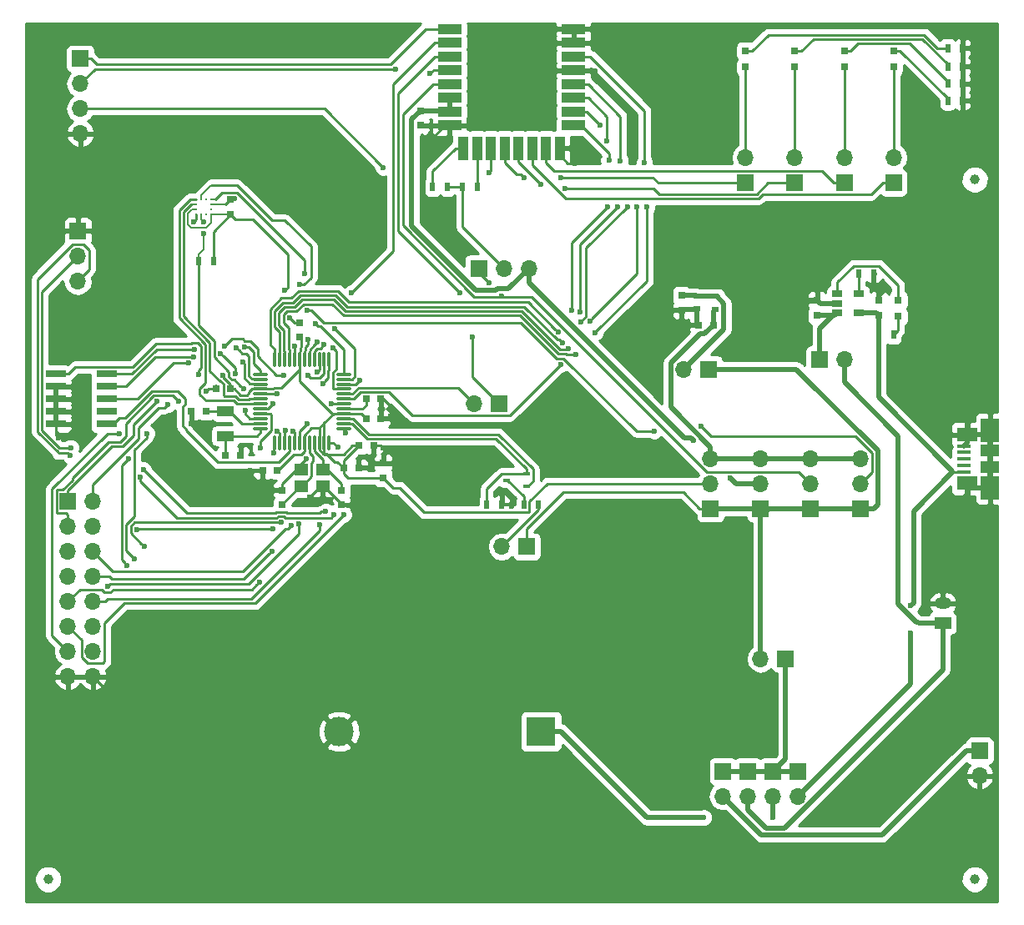
<source format=gtl>
G04 #@! TF.FileFunction,Copper,L1,Top,Signal*
%FSLAX45Y45*%
G04 Gerber Fmt 4.5, Leading zero omitted, Abs format (unit mm)*
G04 Created by KiCad (PCBNEW 4.0.6-e0-6349~52~ubuntu16.10.1) date Thu May  4 19:45:57 2017*
%MOMM*%
%LPD*%
G01*
G04 APERTURE LIST*
%ADD10C,0.100000*%
%ADD11C,3.000000*%
%ADD12R,3.000000X3.000000*%
%ADD13R,0.800000X0.750000*%
%ADD14R,0.750000X0.800000*%
%ADD15R,0.800000X0.800000*%
%ADD16R,1.700000X1.700000*%
%ADD17O,1.700000X1.700000*%
%ADD18R,2.100000X0.750000*%
%ADD19R,1.700000X1.200000*%
%ADD20O,1.700000X1.200000*%
%ADD21R,1.380000X0.450000*%
%ADD22R,2.100000X1.475000*%
%ADD23R,1.900000X1.175000*%
%ADD24R,1.900000X2.375000*%
%ADD25R,0.700000X0.450000*%
%ADD26R,0.500000X0.900000*%
%ADD27R,2.450000X1.000000*%
%ADD28R,1.000000X2.450000*%
%ADD29O,1.600000X0.300000*%
%ADD30O,0.300000X1.600000*%
%ADD31R,0.275000X0.250000*%
%ADD32R,0.250000X0.275000*%
%ADD33R,0.750000X0.500000*%
%ADD34R,0.750000X0.600000*%
%ADD35R,1.060000X0.650000*%
%ADD36R,1.800000X1.000000*%
%ADD37R,1.400000X1.200000*%
%ADD38C,1.000000*%
%ADD39C,0.600000*%
%ADD40C,0.250000*%
%ADD41C,0.200000*%
%ADD42C,0.500000*%
%ADD43C,0.254000*%
G04 APERTURE END LIST*
D10*
D11*
X13251000Y-14200000D03*
D12*
X15300000Y-14200000D03*
D13*
X11900000Y-10950000D03*
X11750000Y-10950000D03*
D14*
X14075000Y-7900000D03*
X14075000Y-8050000D03*
D13*
X12100000Y-11400000D03*
X12250000Y-11400000D03*
X12150000Y-10725000D03*
X12000000Y-10725000D03*
X12625000Y-11550000D03*
X12475000Y-11550000D03*
X13300000Y-11525000D03*
X13450000Y-11525000D03*
X13450000Y-11300000D03*
X13600000Y-11300000D03*
X13525000Y-11025000D03*
X13675000Y-11025000D03*
D14*
X12675000Y-11900000D03*
X12675000Y-11750000D03*
X12850000Y-10200000D03*
X12850000Y-10050000D03*
X13275000Y-11750000D03*
X13275000Y-11900000D03*
X13700000Y-11625000D03*
X13700000Y-11475000D03*
D13*
X13525000Y-10825000D03*
X13675000Y-10825000D03*
D14*
X12150000Y-8800000D03*
X12150000Y-8950000D03*
X16725000Y-9775000D03*
X16725000Y-9925000D03*
X18725000Y-9975000D03*
X18725000Y-9825000D03*
D13*
X17050000Y-10075000D03*
X16900000Y-10075000D03*
D14*
X18100000Y-9975000D03*
X18100000Y-9825000D03*
D15*
X17375000Y-7455000D03*
X17375000Y-7295000D03*
X17875000Y-7455000D03*
X17875000Y-7295000D03*
X18375000Y-7455000D03*
X18375000Y-7295000D03*
X18875000Y-7450000D03*
X18875000Y-7290000D03*
X18925000Y-9985000D03*
X18925000Y-9825000D03*
D16*
X14875000Y-10875000D03*
D17*
X14621000Y-10875000D03*
D16*
X14667000Y-9500000D03*
D17*
X14921000Y-9500000D03*
X15175000Y-9500000D03*
D16*
X17375000Y-8629000D03*
D17*
X17375000Y-8375000D03*
D16*
X17875000Y-8629000D03*
D17*
X17875000Y-8375000D03*
D16*
X18375000Y-8629000D03*
D17*
X18375000Y-8375000D03*
D16*
X18875000Y-8629000D03*
D17*
X18875000Y-8375000D03*
D16*
X10625000Y-7371000D03*
D17*
X10625000Y-7625000D03*
X10625000Y-7879000D03*
X10625000Y-8133000D03*
D16*
X10500000Y-11867000D03*
D17*
X10754000Y-11867000D03*
X10500000Y-12121000D03*
X10754000Y-12121000D03*
X10500000Y-12375000D03*
X10754000Y-12375000D03*
X10500000Y-12629000D03*
X10754000Y-12629000D03*
X10500000Y-12883000D03*
X10754000Y-12883000D03*
X10500000Y-13137000D03*
X10754000Y-13137000D03*
X10500000Y-13391000D03*
X10754000Y-13391000D03*
X10500000Y-13645000D03*
X10754000Y-13645000D03*
D18*
X10375000Y-10571000D03*
X10892000Y-10571000D03*
X10375000Y-10698000D03*
X10892000Y-10698000D03*
X10375000Y-10825000D03*
X10892000Y-10825000D03*
X10375000Y-10952000D03*
X10892000Y-10952000D03*
X10375000Y-11079000D03*
X10892000Y-11079000D03*
D16*
X15154000Y-12325000D03*
D17*
X14900000Y-12325000D03*
D16*
X10600000Y-9121000D03*
D17*
X10600000Y-9375000D03*
X10600000Y-9629000D03*
D16*
X17000000Y-10525000D03*
D17*
X16746000Y-10525000D03*
D16*
X17780000Y-13462000D03*
D17*
X17526000Y-13462000D03*
D16*
X17018000Y-11938000D03*
D17*
X17018000Y-11684000D03*
X17018000Y-11430000D03*
D16*
X17145000Y-14605000D03*
D17*
X17145000Y-14859000D03*
D16*
X19750000Y-14396000D03*
D17*
X19750000Y-14650000D03*
D16*
X17526000Y-11938000D03*
D17*
X17526000Y-11684000D03*
X17526000Y-11430000D03*
D16*
X17399000Y-14605000D03*
D17*
X17399000Y-14859000D03*
D19*
X19375000Y-13100000D03*
D20*
X19375000Y-12900000D03*
D16*
X18034000Y-11938000D03*
D17*
X18034000Y-11684000D03*
X18034000Y-11430000D03*
D16*
X17653000Y-14605000D03*
D17*
X17653000Y-14859000D03*
D16*
X18542000Y-11938000D03*
D17*
X18542000Y-11684000D03*
X18542000Y-11430000D03*
D16*
X17907000Y-14605000D03*
D17*
X17907000Y-14859000D03*
D16*
X18125000Y-10425000D03*
D17*
X18379000Y-10425000D03*
D21*
X19589000Y-11563750D03*
X19589000Y-11498750D03*
X19589000Y-11433750D03*
X19589000Y-11368750D03*
X19589000Y-11303750D03*
D22*
X19625000Y-11680000D03*
X19625000Y-11187500D03*
D23*
X19855000Y-11517500D03*
X19855000Y-11350000D03*
D24*
X19855000Y-11725000D03*
X19855000Y-11142500D03*
D25*
X15150000Y-11715000D03*
X15150000Y-11585000D03*
X14950000Y-11650000D03*
D26*
X14200000Y-8675000D03*
X14350000Y-8675000D03*
X14650000Y-8675000D03*
X14500000Y-8675000D03*
X19425000Y-7264400D03*
X19575000Y-7264400D03*
X19425000Y-7450000D03*
X19575000Y-7450000D03*
X19425000Y-7625000D03*
X19575000Y-7625000D03*
X19425000Y-7797800D03*
X19575000Y-7797800D03*
X11975000Y-9425000D03*
X11825000Y-9425000D03*
X15275000Y-11900000D03*
X15125000Y-11900000D03*
X14750000Y-11900000D03*
X14900000Y-11900000D03*
X18525000Y-9550000D03*
X18675000Y-9550000D03*
X18725000Y-10175000D03*
X18875000Y-10175000D03*
D27*
X14370500Y-7070000D03*
X14370500Y-7210000D03*
X14370500Y-7350000D03*
X14370500Y-7490000D03*
X14370500Y-7630000D03*
X14370500Y-7770000D03*
X14370500Y-7910000D03*
X14370500Y-8050000D03*
X15629500Y-7070000D03*
X15629500Y-7210000D03*
X15629500Y-7350000D03*
X15629500Y-7490000D03*
X15629500Y-7630000D03*
X15629500Y-7770000D03*
X15629500Y-7910000D03*
X15629500Y-8050000D03*
D28*
X14510000Y-8279500D03*
X14650000Y-8279500D03*
X14790000Y-8279500D03*
X14930000Y-8279500D03*
X15070000Y-8279500D03*
X15210000Y-8279500D03*
X15350000Y-8279500D03*
X15490000Y-8279500D03*
D29*
X12450000Y-10575000D03*
X12450000Y-10625000D03*
X12450000Y-10675000D03*
X12450000Y-10725000D03*
X12450000Y-10775000D03*
X12450000Y-10825000D03*
X12450000Y-10875000D03*
X12450000Y-10925000D03*
X12450000Y-10975000D03*
X12450000Y-11025000D03*
X12450000Y-11075000D03*
X12450000Y-11125000D03*
D30*
X12600000Y-11275000D03*
X12650000Y-11275000D03*
X12700000Y-11275000D03*
X12750000Y-11275000D03*
X12800000Y-11275000D03*
X12850000Y-11275000D03*
X12900000Y-11275000D03*
X12950000Y-11275000D03*
X13000000Y-11275000D03*
X13050000Y-11275000D03*
X13100000Y-11275000D03*
X13150000Y-11275000D03*
D29*
X13300000Y-11125000D03*
X13300000Y-11075000D03*
X13300000Y-11025000D03*
X13300000Y-10975000D03*
X13300000Y-10925000D03*
X13300000Y-10875000D03*
X13300000Y-10825000D03*
X13300000Y-10775000D03*
X13300000Y-10725000D03*
X13300000Y-10675000D03*
X13300000Y-10625000D03*
X13300000Y-10575000D03*
D30*
X13150000Y-10425000D03*
X13100000Y-10425000D03*
X13050000Y-10425000D03*
X13000000Y-10425000D03*
X12950000Y-10425000D03*
X12900000Y-10425000D03*
X12850000Y-10425000D03*
X12800000Y-10425000D03*
X12750000Y-10425000D03*
X12700000Y-10425000D03*
X12650000Y-10425000D03*
X12600000Y-10425000D03*
D31*
X11800000Y-8800000D03*
X11800000Y-8850000D03*
X11800000Y-8900000D03*
X11800000Y-8950000D03*
D32*
X11851250Y-8951250D03*
X11901250Y-8951250D03*
D31*
X11952500Y-8800000D03*
X11952500Y-8950000D03*
X11952500Y-8850000D03*
X11952500Y-8900000D03*
D32*
X11851250Y-8798750D03*
X11901250Y-8798750D03*
D33*
X16882500Y-9785000D03*
X17067500Y-9785000D03*
D34*
X16882500Y-9910000D03*
D33*
X17067500Y-9915000D03*
D35*
X18305000Y-9760000D03*
X18305000Y-9855000D03*
X18305000Y-9950000D03*
X18525000Y-9950000D03*
X18525000Y-9760000D03*
D36*
X12100000Y-10950000D03*
X12100000Y-11200000D03*
D37*
X12865000Y-11710000D03*
X13085000Y-11710000D03*
X13085000Y-11540000D03*
X12865000Y-11540000D03*
D38*
X10300000Y-15700000D03*
X19700000Y-15700000D03*
X19700000Y-8600000D03*
D39*
X12921097Y-11430305D03*
X12350000Y-11550000D03*
X12625000Y-10775000D03*
X12800970Y-10288654D03*
X12925000Y-11075000D03*
X12950000Y-11825000D03*
X11900000Y-10750000D03*
X12750000Y-10000000D03*
X10404195Y-11220805D03*
X10650000Y-8925000D03*
X12275000Y-11300000D03*
X11000000Y-13775000D03*
X11775000Y-9025000D03*
X12187499Y-8790001D03*
X13825000Y-11475000D03*
X13700000Y-11325000D03*
X15000000Y-11914999D03*
X11750000Y-11075000D03*
X13550000Y-11525000D03*
X13775000Y-11000000D03*
X13775000Y-10900000D03*
X19625000Y-7150000D03*
X19600000Y-7925000D03*
X15849600Y-7493000D03*
X15849600Y-7213600D03*
X15646400Y-8432800D03*
X14198600Y-8178800D03*
X18770600Y-9728200D03*
X17983200Y-9855200D03*
X16725000Y-10019400D03*
X16780600Y-10075000D03*
X19575000Y-11850000D03*
X19575000Y-11000000D03*
X16950000Y-15075000D03*
X17650000Y-15075000D03*
X16850000Y-11250000D03*
X17221954Y-11629001D03*
X12072190Y-10582501D03*
X11825000Y-10575000D03*
X12700000Y-9725000D03*
X12925000Y-9925000D03*
X16450000Y-11150000D03*
X16925000Y-11100000D03*
X19050000Y-12925000D03*
X19050000Y-13200000D03*
X14600000Y-10200000D03*
X14475000Y-9750000D03*
X14896194Y-9779996D03*
X14775000Y-9650000D03*
X15125000Y-8575000D03*
X15500000Y-8575000D03*
X15542305Y-8690397D03*
X15300000Y-8650000D03*
X13825000Y-7475000D03*
X14175000Y-7525000D03*
X13700000Y-8475000D03*
X10625000Y-7879000D03*
X14775000Y-8525000D03*
X11402215Y-10852277D03*
X12292499Y-10299951D03*
X11511488Y-10884183D03*
X12209983Y-10305824D03*
X11625080Y-10851682D03*
X12275000Y-10450000D03*
X11200000Y-12150000D03*
X12580727Y-12142508D03*
X12587501Y-11375000D03*
X11275000Y-12325000D03*
X12663677Y-12080007D03*
X12625000Y-11150000D03*
X12763407Y-12112499D03*
X12705827Y-11146980D03*
X10900000Y-12725000D03*
X12841782Y-12096448D03*
X12785761Y-11150264D03*
X12568123Y-12370267D03*
X12580000Y-10875000D03*
X12443167Y-12682014D03*
X12450000Y-11325000D03*
X13050000Y-12100000D03*
X13175000Y-10875000D03*
X13300000Y-12000000D03*
X13461100Y-10633977D03*
X13100000Y-10275000D03*
X11175000Y-12450000D03*
X11300000Y-11175000D03*
X13024567Y-10248353D03*
X11025000Y-11175000D03*
X12937500Y-10225000D03*
X11100000Y-12512499D03*
X11112499Y-11432050D03*
X12084981Y-10292415D03*
X11787304Y-10320576D03*
X12690068Y-10582501D03*
X12934007Y-10585420D03*
X12047308Y-10362991D03*
X11778160Y-10400053D03*
X12197191Y-10568599D03*
X13085908Y-10666824D03*
X11728282Y-10462602D03*
X13025000Y-10550000D03*
X11267794Y-11543813D03*
X10527820Y-11319032D03*
X13237501Y-11315559D03*
X13116731Y-11967499D03*
X11237501Y-11617857D03*
X10525000Y-11400000D03*
X13316829Y-11169781D03*
X13200000Y-12000000D03*
X12283085Y-10723304D03*
X12298303Y-10938307D03*
X11875000Y-9150000D03*
X11875000Y-9025000D03*
X13187780Y-10307107D03*
X13375000Y-9750000D03*
X15500000Y-10475000D03*
X15850000Y-10150000D03*
X16375000Y-8875000D03*
X16350000Y-8425000D03*
X15517529Y-10255642D03*
X15691674Y-9939636D03*
X16105235Y-8407266D03*
X16075000Y-8875000D03*
X15575653Y-10311137D03*
X15700000Y-10041013D03*
X15968305Y-8206695D03*
X16175000Y-8875000D03*
X15794943Y-10034460D03*
X15900000Y-8050000D03*
X16275000Y-8875000D03*
X15650000Y-10375000D03*
X15475131Y-10149603D03*
X15613475Y-9922751D03*
X15987499Y-8400000D03*
X15975000Y-8875000D03*
X13206569Y-10112501D03*
X12900000Y-9550000D03*
X13009914Y-10059696D03*
X12851865Y-9664996D03*
D40*
X12865000Y-11540000D02*
X12865000Y-11486401D01*
X12865000Y-11486401D02*
X12921097Y-11430305D01*
X12475000Y-11550000D02*
X12350000Y-11550000D01*
X12475000Y-11550000D02*
X12398464Y-11550000D01*
X12865000Y-11480076D02*
X12908976Y-11436100D01*
X12865000Y-11540000D02*
X12865000Y-11480076D01*
X12450000Y-10775000D02*
X12625000Y-10775000D01*
X12800000Y-10289624D02*
X12800970Y-10288654D01*
X12800000Y-10425000D02*
X12800000Y-10289624D01*
X12850000Y-11275000D02*
X12850000Y-11150000D01*
X12850000Y-11150000D02*
X12925000Y-11075000D01*
X13085000Y-11710000D02*
X13065000Y-11710000D01*
X13065000Y-11710000D02*
X12950000Y-11825000D01*
X12700000Y-11660000D02*
X12685000Y-11675000D01*
X12850000Y-11275000D02*
X12850000Y-11154434D01*
X11925000Y-10725000D02*
X11900000Y-10750000D01*
X12000000Y-10725000D02*
X11925000Y-10725000D01*
X12000000Y-10725000D02*
X12000000Y-10691202D01*
X12000000Y-10691202D02*
X11995938Y-10687140D01*
X12850000Y-10050000D02*
X12800000Y-10050000D01*
X12800000Y-10050000D02*
X12750000Y-10000000D01*
X10375000Y-11079000D02*
X10375000Y-11191610D01*
X10375000Y-11191610D02*
X10404195Y-11220805D01*
X10600000Y-9121000D02*
X10600000Y-8975000D01*
X10600000Y-8975000D02*
X10650000Y-8925000D01*
X12250000Y-11400000D02*
X12250000Y-11325000D01*
X12250000Y-11325000D02*
X12275000Y-11300000D01*
X10375000Y-10825000D02*
X10375000Y-10698000D01*
X10375000Y-10952000D02*
X10375000Y-10825000D01*
X10375000Y-11079000D02*
X10375000Y-10952000D01*
X10754000Y-13645000D02*
X10884000Y-13775000D01*
X10884000Y-13775000D02*
X11000000Y-13775000D01*
X10500000Y-13645000D02*
X10754000Y-13645000D01*
X11800000Y-8950000D02*
X11800000Y-9000000D01*
X11800000Y-9000000D02*
X11775000Y-9025000D01*
X12159999Y-8790001D02*
X12187499Y-8790001D01*
X12150000Y-8800000D02*
X12159999Y-8790001D01*
X13700000Y-11475000D02*
X13825000Y-11475000D01*
X13600000Y-11300000D02*
X13675000Y-11300000D01*
X13675000Y-11300000D02*
X13700000Y-11325000D01*
X14985001Y-11900000D02*
X15000000Y-11914999D01*
X14900000Y-11900000D02*
X14985001Y-11900000D01*
X13600000Y-11300000D02*
X13602624Y-11300000D01*
X13602624Y-11300000D02*
X13617657Y-11284967D01*
X11750000Y-10950000D02*
X11750000Y-11075000D01*
X12865000Y-11540000D02*
X12905000Y-11540000D01*
X13075000Y-11710000D02*
X13085000Y-11710000D01*
X13275000Y-11900000D02*
X13275000Y-11890000D01*
X13275000Y-11890000D02*
X13095000Y-11710000D01*
X13095000Y-11710000D02*
X13085000Y-11710000D01*
X12700000Y-11660000D02*
X12675000Y-11685000D01*
X12820000Y-11540000D02*
X12700000Y-11660000D01*
X12865000Y-11540000D02*
X12820000Y-11540000D01*
X12675000Y-11685000D02*
X12675000Y-11750000D01*
X13450000Y-11525000D02*
X13550000Y-11525000D01*
X13675000Y-11025000D02*
X13750000Y-11025000D01*
X13750000Y-11025000D02*
X13775000Y-11000000D01*
X13675000Y-10825000D02*
X13700000Y-10825000D01*
X13700000Y-10825000D02*
X13775000Y-10900000D01*
X12150000Y-8800000D02*
X12100000Y-8850000D01*
D41*
X12100000Y-8850000D02*
X11952500Y-8850000D01*
D40*
X19575000Y-7264400D02*
X19575000Y-7200000D01*
X19575000Y-7200000D02*
X19625000Y-7150000D01*
X19575000Y-7797800D02*
X19575000Y-7900000D01*
X19575000Y-7900000D02*
X19600000Y-7925000D01*
X19575000Y-7625000D02*
X19575000Y-7797800D01*
X19575000Y-7450000D02*
X19575000Y-7625000D01*
X19575000Y-7264400D02*
X19575000Y-7450000D01*
X15629500Y-7490000D02*
X15846600Y-7490000D01*
X15846600Y-7490000D02*
X15849600Y-7493000D01*
X15629500Y-7210000D02*
X15846000Y-7210000D01*
X15846000Y-7210000D02*
X15849600Y-7213600D01*
X15629500Y-7070000D02*
X15629500Y-7210000D01*
X15490000Y-8279500D02*
X15490000Y-8352000D01*
X15490000Y-8352000D02*
X15570800Y-8432800D01*
X15570800Y-8432800D02*
X15646400Y-8432800D01*
X14370500Y-8050000D02*
X14327400Y-8050000D01*
X14327400Y-8050000D02*
X14198600Y-8178800D01*
X14075000Y-8050000D02*
X14370500Y-8050000D01*
X18675000Y-9550000D02*
X18675000Y-9632600D01*
X18675000Y-9632600D02*
X18770600Y-9728200D01*
D42*
X18725000Y-9825000D02*
X18725000Y-9773800D01*
X18725000Y-9773800D02*
X18770600Y-9728200D01*
X18100000Y-9825000D02*
X18013400Y-9825000D01*
X18013400Y-9825000D02*
X17983200Y-9855200D01*
X18305000Y-9855000D02*
X18130000Y-9855000D01*
X18130000Y-9855000D02*
X18100000Y-9825000D01*
X16725000Y-9925000D02*
X16725000Y-10019400D01*
X16900000Y-10075000D02*
X16780600Y-10075000D01*
X16882500Y-9915000D02*
X16882500Y-10057500D01*
X16882500Y-10057500D02*
X16900000Y-10075000D01*
X16882500Y-9915000D02*
X16735000Y-9915000D01*
X16735000Y-9915000D02*
X16725000Y-9925000D01*
X19625000Y-11680000D02*
X19625000Y-11800000D01*
X19625000Y-11800000D02*
X19575000Y-11850000D01*
X19625000Y-11187500D02*
X19625000Y-11050000D01*
X19625000Y-11050000D02*
X19575000Y-11000000D01*
X19855000Y-11725000D02*
X19670000Y-11725000D01*
X19670000Y-11725000D02*
X19625000Y-11680000D01*
X19855000Y-11517500D02*
X19855000Y-11725000D01*
X19855000Y-11350000D02*
X19855000Y-11517500D01*
X19855000Y-11142500D02*
X19855000Y-11350000D01*
X19625000Y-11187500D02*
X19810000Y-11187500D01*
X19810000Y-11187500D02*
X19855000Y-11142500D01*
X19625000Y-11187500D02*
X19625000Y-11267750D01*
X19625000Y-11267750D02*
X19591500Y-11301250D01*
X19591500Y-11301250D02*
X19589000Y-11301250D01*
X16950000Y-15075000D02*
X16425000Y-15075000D01*
X15300000Y-14200000D02*
X15500000Y-14200000D01*
X15500000Y-14200000D02*
X16375000Y-15075000D01*
X16375000Y-15075000D02*
X16425000Y-15075000D01*
X17653000Y-14859000D02*
X17653000Y-15072000D01*
X17653000Y-15072000D02*
X17650000Y-15075000D01*
D40*
X12345000Y-11075000D02*
X12450000Y-11075000D01*
X12265000Y-11075000D02*
X12345000Y-11075000D01*
X12140000Y-10950000D02*
X12265000Y-11075000D01*
X12100000Y-10950000D02*
X12140000Y-10950000D01*
X11900000Y-10950000D02*
X12100000Y-10950000D01*
D42*
X16750000Y-11217426D02*
X15175000Y-9642426D01*
X16750000Y-11217426D02*
X16817426Y-11217426D01*
X16817426Y-11217426D02*
X16850000Y-11250000D01*
X15175000Y-9642426D02*
X15175000Y-9620208D01*
X15175000Y-9620208D02*
X15175000Y-9500000D01*
X13987500Y-9071500D02*
X13987500Y-7990000D01*
X14075000Y-7902500D02*
X14075000Y-7900000D01*
X14970004Y-9704996D02*
X14860194Y-9704996D01*
X14860194Y-9704996D02*
X14840189Y-9725000D01*
X14641000Y-9725000D02*
X13987500Y-9071500D01*
X14840189Y-9725000D02*
X14641000Y-9725000D01*
X15175000Y-9500000D02*
X14970004Y-9704996D01*
X13987500Y-7990000D02*
X14075000Y-7902500D01*
X17276953Y-11684000D02*
X17221954Y-11629001D01*
X17526000Y-11684000D02*
X17276953Y-11684000D01*
X14370500Y-7910000D02*
X14370500Y-7770000D01*
X14075000Y-7900000D02*
X14360500Y-7900000D01*
X14360500Y-7900000D02*
X14370500Y-7910000D01*
D40*
X12100000Y-11200000D02*
X12415000Y-11200000D01*
X12415000Y-11200000D02*
X12450000Y-11165000D01*
X12450000Y-11165000D02*
X12450000Y-11125000D01*
X12100000Y-11400000D02*
X12100000Y-11200000D01*
X12869675Y-11387501D02*
X12900000Y-11357176D01*
X12627500Y-11550000D02*
X12789999Y-11387501D01*
X12789999Y-11387501D02*
X12869675Y-11387501D01*
X12900000Y-11357176D02*
X12900000Y-11275000D01*
X12625000Y-11550000D02*
X12627500Y-11550000D01*
X13297500Y-11525000D02*
X13235000Y-11462500D01*
X13235000Y-11462500D02*
X13205323Y-11462500D01*
X13300000Y-11525000D02*
X13297500Y-11525000D01*
X13205323Y-11462500D02*
X13122823Y-11380000D01*
X13122823Y-11380000D02*
X13090000Y-11380000D01*
X13090000Y-11380000D02*
X13050000Y-11340000D01*
X13050000Y-11340000D02*
X13050000Y-11275000D01*
X12555000Y-10725000D02*
X12450000Y-10725000D01*
X12582500Y-10725000D02*
X12555000Y-10725000D01*
X12595000Y-10712500D02*
X12582500Y-10725000D01*
X12667500Y-10712500D02*
X12595000Y-10712500D01*
X12850000Y-10530000D02*
X12667500Y-10712500D01*
X12850000Y-10425000D02*
X12850000Y-10530000D01*
X12854999Y-10324184D02*
X12854999Y-10339851D01*
X12854999Y-10339851D02*
X12850000Y-10344850D01*
X12862497Y-10316686D02*
X12854999Y-10324184D01*
X12850000Y-10200000D02*
X12864140Y-10214140D01*
X12864140Y-10214140D02*
X12864140Y-10301401D01*
X12864140Y-10301401D02*
X12862497Y-10303045D01*
X12850000Y-10344850D02*
X12850000Y-10425000D01*
X12862497Y-10303045D02*
X12862497Y-10316686D01*
X12367823Y-10725000D02*
X12450000Y-10725000D01*
X12337499Y-10755325D02*
X12367823Y-10725000D01*
X12337499Y-10763409D02*
X12337499Y-10755325D01*
X12315103Y-10785805D02*
X12337499Y-10763409D01*
X12251710Y-10785805D02*
X12315103Y-10785805D01*
X12190905Y-10725000D02*
X12251710Y-10785805D01*
X12150000Y-10725000D02*
X12190905Y-10725000D01*
X12900000Y-11192823D02*
X12900000Y-11275000D01*
X12972823Y-11120000D02*
X12900000Y-11192823D01*
X13050000Y-11120000D02*
X12972823Y-11120000D01*
X13182500Y-10975000D02*
X13195000Y-10975000D01*
X12850000Y-10642500D02*
X13182500Y-10975000D01*
X12850000Y-10425000D02*
X12850000Y-10642500D01*
X11849805Y-10350776D02*
X11849298Y-10351283D01*
X11849298Y-10508275D02*
X11825000Y-10532574D01*
X11393615Y-10262461D02*
X11753119Y-10262461D01*
X11817506Y-10258075D02*
X11849805Y-10290374D01*
X11155077Y-10501000D02*
X11393615Y-10262461D01*
X11849805Y-10290374D02*
X11849805Y-10350776D01*
X11825000Y-10532574D02*
X11825000Y-10575000D01*
X10505000Y-10571000D02*
X10575000Y-10501000D01*
X11753119Y-10262461D02*
X11757505Y-10258075D01*
X10575000Y-10501000D02*
X11155077Y-10501000D01*
X11849298Y-10351283D02*
X11849298Y-10508275D01*
X11757505Y-10258075D02*
X11817506Y-10258075D01*
X10375000Y-10571000D02*
X10505000Y-10571000D01*
X12150000Y-10677550D02*
X12072190Y-10599739D01*
X12150000Y-10725000D02*
X12150000Y-10677550D01*
X12072190Y-10599739D02*
X12072190Y-10582501D01*
X13100000Y-11070000D02*
X13050000Y-11120000D01*
X13050000Y-11120000D02*
X13050000Y-11275000D01*
X13300000Y-10975000D02*
X13195000Y-10975000D01*
X13195000Y-10975000D02*
X13100000Y-11070000D01*
X13100000Y-11070000D02*
X13100000Y-11275000D01*
X12625000Y-11550000D02*
X12622500Y-11550000D01*
X12147500Y-10725000D02*
X12150000Y-10725000D01*
X13700000Y-11625000D02*
X13337500Y-11625000D01*
X13337500Y-11625000D02*
X13300000Y-11587500D01*
X13300000Y-11587500D02*
X13300000Y-11525000D01*
X13800000Y-11725000D02*
X13700000Y-11625000D01*
X17018000Y-11684000D02*
X15366000Y-11684000D01*
X15366000Y-11684000D02*
X15182500Y-11867500D01*
X15182500Y-11867500D02*
X15182500Y-11971000D01*
X15182500Y-11971000D02*
X15176000Y-11977500D01*
X15176000Y-11977500D02*
X14115000Y-11977500D01*
X14115000Y-11977500D02*
X13862500Y-11725000D01*
X13862500Y-11725000D02*
X13800000Y-11725000D01*
X13452500Y-11300000D02*
X13450000Y-11300000D01*
X13525000Y-11025000D02*
X13522500Y-11025000D01*
X13522500Y-11025000D02*
X13515000Y-11032500D01*
X13300000Y-11525000D02*
X13300000Y-11447500D01*
X13447500Y-11300000D02*
X13450000Y-11300000D01*
X13300000Y-11447500D02*
X13447500Y-11300000D01*
X13450000Y-11300000D02*
X13385000Y-11300000D01*
X13385000Y-11300000D02*
X13297499Y-11387501D01*
X13297499Y-11387501D02*
X13107501Y-11387501D01*
X13107501Y-11387501D02*
X13100000Y-11380000D01*
X13100000Y-11380000D02*
X13100000Y-11275000D01*
X13525000Y-11025000D02*
X13475000Y-10975000D01*
X13475000Y-10975000D02*
X13300000Y-10975000D01*
X12971476Y-11471024D02*
X12971476Y-11613524D01*
X12987500Y-11408318D02*
X12987500Y-11455000D01*
X12950000Y-11275000D02*
X12950000Y-11370818D01*
X12971476Y-11613524D02*
X12875000Y-11710000D01*
X12875000Y-11710000D02*
X12865000Y-11710000D01*
X12950000Y-11370818D02*
X12987500Y-11408318D01*
X12987500Y-11455000D02*
X12971476Y-11471024D01*
X12675000Y-11900000D02*
X12675000Y-11890000D01*
X12675000Y-11890000D02*
X12855000Y-11710000D01*
X12855000Y-11710000D02*
X12865000Y-11710000D01*
X13085000Y-11442176D02*
X13000000Y-11357176D01*
X13085000Y-11540000D02*
X13085000Y-11442176D01*
X13000000Y-11357176D02*
X13000000Y-11275000D01*
X13275000Y-11750000D02*
X13275000Y-11685000D01*
X13275000Y-11685000D02*
X13130000Y-11540000D01*
X13130000Y-11540000D02*
X13085000Y-11540000D01*
X13525000Y-10825000D02*
X13525000Y-10887500D01*
X13525000Y-10887500D02*
X13487500Y-10925000D01*
X13487500Y-10925000D02*
X13300000Y-10925000D01*
X16450000Y-11150000D02*
X16267500Y-11150000D01*
X15458715Y-10412500D02*
X15096215Y-10050000D01*
X16267500Y-11150000D02*
X15530000Y-10412500D01*
X13092426Y-10050000D02*
X12967426Y-9925000D01*
X12967426Y-9925000D02*
X12925000Y-9925000D01*
X15096215Y-10050000D02*
X13092426Y-10050000D01*
X15530000Y-10412500D02*
X15458715Y-10412500D01*
X12700000Y-9725000D02*
X12730000Y-9695000D01*
X12730000Y-9355000D02*
X12405000Y-9030000D01*
X12405000Y-9030000D02*
X12375000Y-9000000D01*
X12730000Y-9695000D02*
X12730000Y-9355000D01*
X12375000Y-9000000D02*
X12200000Y-9000000D01*
X12200000Y-9000000D02*
X12150000Y-8950000D01*
X18485900Y-11200000D02*
X17025000Y-11200000D01*
X17025000Y-11200000D02*
X16925000Y-11100000D01*
X18542000Y-11684000D02*
X18659500Y-11566500D01*
X18659500Y-11566500D02*
X18659500Y-11373600D01*
X18659500Y-11373600D02*
X18485900Y-11200000D01*
D41*
X11715000Y-8946200D02*
X11761200Y-8900000D01*
X11952500Y-9036300D02*
X11903800Y-9085000D01*
X11952500Y-8950000D02*
X11952500Y-9036300D01*
X11761200Y-8900000D02*
X11766250Y-8900000D01*
X11766250Y-8900000D02*
X11800000Y-8900000D01*
X11746200Y-9085000D02*
X11715000Y-9053800D01*
X11903800Y-9085000D02*
X11746200Y-9085000D01*
X11715000Y-9053800D02*
X11715000Y-8946200D01*
D40*
X12150000Y-8950000D02*
X12150000Y-8952500D01*
X12150000Y-8952500D02*
X11975000Y-9127500D01*
X11975000Y-9127500D02*
X11975000Y-9425000D01*
D41*
X11952500Y-8950000D02*
X12150000Y-8950000D01*
D42*
X16746000Y-10525000D02*
X17155000Y-10116000D01*
X17080000Y-9785000D02*
X17067500Y-9785000D01*
X17155000Y-10116000D02*
X17155000Y-9860000D01*
X17155000Y-9860000D02*
X17080000Y-9785000D01*
X16725000Y-9777500D02*
X16725000Y-9775000D01*
X16882500Y-9785000D02*
X17067500Y-9785000D01*
X16725000Y-9775000D02*
X16872500Y-9775000D01*
X16872500Y-9775000D02*
X16882500Y-9785000D01*
X18725000Y-10175000D02*
X18725000Y-9975000D01*
X18525000Y-9950000D02*
X18700000Y-9950000D01*
X18700000Y-9950000D02*
X18725000Y-9975000D01*
D40*
X19589000Y-11563750D02*
X19481500Y-11563750D01*
X19481500Y-11563750D02*
X19475000Y-11570250D01*
D42*
X19050000Y-12925000D02*
X19080000Y-12895000D01*
X19080000Y-12895000D02*
X19080000Y-11965250D01*
X19080000Y-11965250D02*
X19475000Y-11570250D01*
X19475000Y-11570250D02*
X19475000Y-11557250D01*
X18725000Y-10807250D02*
X18725000Y-10175000D01*
X19475000Y-11557250D02*
X18725000Y-10807250D01*
X17907000Y-14859000D02*
X19050000Y-13716000D01*
X19050000Y-13716000D02*
X19050000Y-13200000D01*
X17018000Y-11309792D02*
X17018000Y-11430000D01*
X16616000Y-10907792D02*
X17018000Y-11309792D01*
X16916100Y-10162500D02*
X16616000Y-10462600D01*
X16960000Y-10162500D02*
X16916100Y-10162500D01*
X17047500Y-10075000D02*
X16960000Y-10162500D01*
X17050000Y-10075000D02*
X17047500Y-10075000D01*
X16616000Y-10462600D02*
X16616000Y-10907792D01*
X18034000Y-11430000D02*
X18542000Y-11430000D01*
X17605000Y-11430000D02*
X17070001Y-11430000D01*
X17050000Y-10075000D02*
X17050000Y-9932500D01*
X17050000Y-9932500D02*
X17067500Y-9915000D01*
X17052500Y-10075000D02*
X17050000Y-10075000D01*
X18113000Y-11430000D02*
X17605000Y-11430000D01*
X18125000Y-10425000D02*
X18125000Y-10109500D01*
X18125000Y-10109500D02*
X18284500Y-9950000D01*
X18284500Y-9950000D02*
X18305000Y-9950000D01*
X18100000Y-9975000D02*
X18280000Y-9975000D01*
X18280000Y-9975000D02*
X18305000Y-9950000D01*
D40*
X17375000Y-7455000D02*
X17375000Y-8375000D01*
X19425000Y-7264400D02*
X19323041Y-7264400D01*
X19323041Y-7264400D02*
X19186139Y-7127498D01*
X19186139Y-7127498D02*
X17607502Y-7127498D01*
X17607502Y-7127498D02*
X17440000Y-7295000D01*
X17440000Y-7295000D02*
X17375000Y-7295000D01*
X17875000Y-7455000D02*
X17875000Y-8375000D01*
X19425000Y-7450000D02*
X19425000Y-7430000D01*
X19425000Y-7430000D02*
X19167499Y-7172499D01*
X19167499Y-7172499D02*
X18062501Y-7172499D01*
X17940000Y-7295000D02*
X17875000Y-7295000D01*
X18062501Y-7172499D02*
X17940000Y-7295000D01*
X18375000Y-7455000D02*
X18375000Y-8375000D01*
X19425000Y-7625000D02*
X19425000Y-7605000D01*
X19425000Y-7605000D02*
X19037500Y-7217500D01*
X19037500Y-7217500D02*
X18517500Y-7217500D01*
X18517500Y-7217500D02*
X18440000Y-7295000D01*
X18440000Y-7295000D02*
X18375000Y-7295000D01*
X18875000Y-7450000D02*
X18875000Y-8375000D01*
X19425000Y-7797800D02*
X19425000Y-7775000D01*
X19425000Y-7775000D02*
X18940000Y-7290000D01*
X18940000Y-7290000D02*
X18875000Y-7290000D01*
X18890000Y-7275000D02*
X18875000Y-7290000D01*
X18925000Y-9985000D02*
X18925000Y-10125000D01*
X18925000Y-10125000D02*
X18875000Y-10175000D01*
X18305000Y-9760000D02*
X18305000Y-9641500D01*
X18305000Y-9641500D02*
X18474000Y-9472500D01*
X18474000Y-9472500D02*
X18726000Y-9472500D01*
X18925000Y-9671500D02*
X18925000Y-9825000D01*
X18726000Y-9472500D02*
X18925000Y-9671500D01*
X14600000Y-10200000D02*
X14600000Y-10600000D01*
X14600000Y-10600000D02*
X14875000Y-10875000D01*
X13850000Y-7723000D02*
X13850000Y-9125000D01*
X13850000Y-9125000D02*
X14475000Y-9750000D01*
X14223000Y-7350000D02*
X13850000Y-7723000D01*
X14370500Y-7350000D02*
X14223000Y-7350000D01*
X14455999Y-10709999D02*
X13451360Y-10709999D01*
X13451360Y-10709999D02*
X13386359Y-10775000D01*
X14621000Y-10875000D02*
X14455999Y-10709999D01*
X13386359Y-10775000D02*
X13300000Y-10775000D01*
X14896194Y-9780185D02*
X14896194Y-9779996D01*
X14901909Y-9785900D02*
X14896194Y-9780185D01*
X14925000Y-9785900D02*
X14901909Y-9785900D01*
X15200000Y-9785900D02*
X14925000Y-9785900D01*
X14925000Y-9785900D02*
X14620581Y-9785900D01*
X14667000Y-9500000D02*
X14667000Y-9542000D01*
X14667000Y-9542000D02*
X14775000Y-9650000D01*
X13900000Y-9065319D02*
X13900000Y-7939000D01*
X13900000Y-7939000D02*
X14209000Y-7630000D01*
X14209000Y-7630000D02*
X14370500Y-7630000D01*
X14620581Y-9785900D02*
X13900000Y-9065319D01*
X16980600Y-11566500D02*
X15200000Y-9785900D01*
X17916500Y-11566500D02*
X16980600Y-11566500D01*
X18034000Y-11684000D02*
X17916500Y-11566500D01*
X14500000Y-8675000D02*
X14500000Y-9079000D01*
X14500000Y-9079000D02*
X14921000Y-9500000D01*
X14500000Y-8675000D02*
X14350000Y-8675000D01*
X17375000Y-8629000D02*
X16488500Y-8629000D01*
X16488500Y-8629000D02*
X16434500Y-8575000D01*
X16434500Y-8575000D02*
X15542426Y-8575000D01*
X15542426Y-8575000D02*
X15500000Y-8575000D01*
X15125000Y-8575000D02*
X15095000Y-8545000D01*
X15048000Y-8545000D02*
X14930000Y-8427000D01*
X15095000Y-8545000D02*
X15048000Y-8545000D01*
X14930000Y-8427000D02*
X14930000Y-8279500D01*
X16439897Y-8690397D02*
X15584732Y-8690397D01*
X15584732Y-8690397D02*
X15542305Y-8690397D01*
X17875000Y-8629000D02*
X17603500Y-8629000D01*
X16496000Y-8746500D02*
X16439897Y-8690397D01*
X17486000Y-8746500D02*
X16496000Y-8746500D01*
X17603500Y-8629000D02*
X17486000Y-8746500D01*
X15300000Y-8650000D02*
X15070000Y-8420000D01*
X15070000Y-8420000D02*
X15070000Y-8279500D01*
X18375000Y-8629000D02*
X18265000Y-8629000D01*
X18265000Y-8629000D02*
X18147500Y-8511500D01*
X15350000Y-8427000D02*
X15350000Y-8279500D01*
X18147500Y-8511500D02*
X15434500Y-8511500D01*
X15434500Y-8511500D02*
X15350000Y-8427000D01*
X15210000Y-8427000D02*
X15210000Y-8279500D01*
X15550909Y-8791501D02*
X15210000Y-8450592D01*
X15210000Y-8450592D02*
X15210000Y-8427000D01*
X17549641Y-8746500D02*
X17504640Y-8791501D01*
X18647500Y-8746500D02*
X17549641Y-8746500D01*
X17504640Y-8791501D02*
X15550909Y-8791501D01*
X18875000Y-8629000D02*
X18765000Y-8629000D01*
X18765000Y-8629000D02*
X18647500Y-8746500D01*
X13775000Y-7425000D02*
X14130000Y-7070000D01*
X14130000Y-7070000D02*
X14370500Y-7070000D01*
X10789000Y-7425000D02*
X13775000Y-7425000D01*
X10625000Y-7371000D02*
X10735000Y-7371000D01*
X10735000Y-7371000D02*
X10789000Y-7425000D01*
X13825000Y-7475000D02*
X10775000Y-7475000D01*
X10775000Y-7475000D02*
X10625000Y-7625000D01*
X14370500Y-7490000D02*
X14210000Y-7490000D01*
X14210000Y-7490000D02*
X14175000Y-7525000D01*
X10625000Y-7879000D02*
X13104000Y-7879000D01*
X13104000Y-7879000D02*
X13700000Y-8475000D01*
X14790000Y-8279500D02*
X14790000Y-8510000D01*
X14790000Y-8510000D02*
X14775000Y-8525000D01*
X11167499Y-11086993D02*
X11372215Y-10882276D01*
X10500000Y-11867000D02*
X10500000Y-11757000D01*
X11372215Y-10882276D02*
X11402215Y-10852277D01*
X11167499Y-11198640D02*
X11167499Y-11086993D01*
X10500000Y-11757000D02*
X10949499Y-11307501D01*
X10949499Y-11307501D02*
X11058638Y-11307501D01*
X11058638Y-11307501D02*
X11167499Y-11198640D01*
X12450000Y-10575000D02*
X12450000Y-10535000D01*
X12382501Y-10347527D02*
X12334925Y-10299951D01*
X12382501Y-10467501D02*
X12382501Y-10347527D01*
X12450000Y-10535000D02*
X12382501Y-10467501D01*
X12334925Y-10299951D02*
X12292499Y-10299951D01*
X10754000Y-11690782D02*
X10754000Y-11746792D01*
X11212500Y-11232282D02*
X10754000Y-11690782D01*
X11212500Y-11120000D02*
X11212500Y-11232282D01*
X11481488Y-10914183D02*
X11418317Y-10914183D01*
X11511488Y-10884183D02*
X11481488Y-10914183D01*
X10754000Y-11746792D02*
X10754000Y-11867000D01*
X11418317Y-10914183D02*
X11212500Y-11120000D01*
X12337500Y-10395000D02*
X12304952Y-10362451D01*
X12337499Y-10594676D02*
X12337499Y-10455001D01*
X12365324Y-10622501D02*
X12337499Y-10594676D01*
X12266609Y-10362451D02*
X12239982Y-10335824D01*
X12450000Y-10625000D02*
X12447501Y-10622501D01*
X12447501Y-10622501D02*
X12365324Y-10622501D01*
X12337499Y-10455001D02*
X12337500Y-10455000D01*
X12304952Y-10362451D02*
X12266609Y-10362451D01*
X12239982Y-10335824D02*
X12209983Y-10305824D01*
X12337500Y-10455000D02*
X12337500Y-10395000D01*
X10483708Y-11984500D02*
X10500000Y-12000792D01*
X11372215Y-10789776D02*
X11087500Y-11074491D01*
X10909500Y-11262500D02*
X10545001Y-11626999D01*
X10545001Y-11648358D02*
X10443859Y-11749500D01*
X10389000Y-11749500D02*
X10382500Y-11756000D01*
X10382500Y-11756000D02*
X10382500Y-11978000D01*
X10443859Y-11749500D02*
X10389000Y-11749500D01*
X11030000Y-11262500D02*
X10909500Y-11262500D01*
X11087500Y-11074491D02*
X11087500Y-11205000D01*
X11563174Y-10789776D02*
X11372215Y-10789776D01*
X11625080Y-10851682D02*
X11563174Y-10789776D01*
X10545001Y-11626999D02*
X10545001Y-11648358D01*
X10382500Y-11978000D02*
X10389000Y-11984500D01*
X10389000Y-11984500D02*
X10483708Y-11984500D01*
X11087500Y-11205000D02*
X11030000Y-11262500D01*
X10500000Y-12000792D02*
X10500000Y-12121000D01*
X12292498Y-10467498D02*
X12275000Y-10450000D01*
X12292498Y-10575000D02*
X12292498Y-10467498D01*
X12360325Y-10667502D02*
X12346684Y-10667502D01*
X12397501Y-10672501D02*
X12365324Y-10672501D01*
X12450000Y-10675000D02*
X12400000Y-10675000D01*
X12292498Y-10613316D02*
X12292498Y-10575000D01*
X12400000Y-10675000D02*
X12397501Y-10672501D01*
X12365324Y-10672501D02*
X12360325Y-10667502D01*
X12346684Y-10667502D02*
X12292498Y-10613316D01*
X12580727Y-12142508D02*
X11207492Y-12142508D01*
X11207492Y-12142508D02*
X11200000Y-12150000D01*
X12587501Y-11287499D02*
X12587501Y-11332574D01*
X12587501Y-11332574D02*
X12587501Y-11375000D01*
X12600000Y-11275000D02*
X12587501Y-11287499D01*
X11137500Y-12120000D02*
X11137500Y-12187500D01*
X11137500Y-12187500D02*
X11245000Y-12295000D01*
X11245000Y-12295000D02*
X11275000Y-12325000D01*
X12663677Y-12080007D02*
X11177493Y-12080007D01*
X11177493Y-12080007D02*
X11137500Y-12120000D01*
X12643248Y-11177043D02*
X12643248Y-11168248D01*
X12650000Y-11275000D02*
X12650000Y-11183795D01*
X12650000Y-11183795D02*
X12643248Y-11177043D01*
X12643248Y-11168248D02*
X12625000Y-11150000D01*
X12275000Y-12575000D02*
X10954000Y-12575000D01*
X10954000Y-12575000D02*
X10754000Y-12375000D01*
X12707501Y-12142499D02*
X12275000Y-12575000D01*
X12763407Y-12112499D02*
X12733408Y-12142499D01*
X12733408Y-12142499D02*
X12707501Y-12142499D01*
X12763407Y-12112499D02*
X12733404Y-12142502D01*
X12700000Y-11275000D02*
X12700000Y-11152807D01*
X12700000Y-11152807D02*
X12705827Y-11146980D01*
X12841782Y-12096448D02*
X12841782Y-12195009D01*
X12841782Y-12195009D02*
X12336791Y-12700000D01*
X10925000Y-12700000D02*
X10900000Y-12725000D01*
X12336791Y-12700000D02*
X10925000Y-12700000D01*
X12800000Y-11275000D02*
X12800000Y-11164504D01*
X12800000Y-11164504D02*
X12785761Y-11150264D01*
X12538123Y-12400267D02*
X12568123Y-12370267D01*
X12283391Y-12654999D02*
X12538123Y-12400267D01*
X11950000Y-12654999D02*
X12283391Y-12654999D01*
X10947499Y-12654999D02*
X11950000Y-12654999D01*
X11950000Y-12654999D02*
X11977884Y-12654999D01*
X10921500Y-12629000D02*
X10947499Y-12654999D01*
X10754000Y-12629000D02*
X10921500Y-12629000D01*
X12532176Y-10925000D02*
X12580000Y-10877177D01*
X12450000Y-10925000D02*
X12532176Y-10925000D01*
X12580000Y-10877177D02*
X12580000Y-10875000D01*
X10870000Y-12787500D02*
X10930000Y-12787500D01*
X10930000Y-12787500D02*
X10959999Y-12757501D01*
X10845000Y-12762500D02*
X10870000Y-12787500D01*
X10500000Y-12883000D02*
X10620500Y-12762500D01*
X10620500Y-12762500D02*
X10845000Y-12762500D01*
X10959999Y-12757501D02*
X12367680Y-12757501D01*
X12367680Y-12757501D02*
X12413168Y-12712014D01*
X12413168Y-12712014D02*
X12443167Y-12682014D01*
X12450000Y-10975000D02*
X12555000Y-10975000D01*
X12555000Y-10975000D02*
X12562501Y-10982501D01*
X12562501Y-10982501D02*
X12562501Y-11144676D01*
X12562501Y-11144676D02*
X12450000Y-11257176D01*
X12450000Y-11257176D02*
X12450000Y-11325000D01*
X13050000Y-12142426D02*
X13050000Y-12100000D01*
X13050000Y-12163882D02*
X13050000Y-12142426D01*
X12358883Y-12854999D02*
X13050000Y-12163882D01*
X10902209Y-12854999D02*
X12358883Y-12854999D01*
X10874208Y-12883000D02*
X10902209Y-12854999D01*
X10754000Y-12883000D02*
X10874208Y-12883000D01*
X13300000Y-10875000D02*
X13175000Y-10875000D01*
X10500000Y-13137000D02*
X10636500Y-13273500D01*
X10697600Y-13508500D02*
X10850000Y-13508500D01*
X12400000Y-12900000D02*
X13300000Y-12000000D01*
X10636500Y-13273500D02*
X10636500Y-13447400D01*
X10636500Y-13447400D02*
X10697600Y-13508500D01*
X10850000Y-13508500D02*
X10871500Y-13487000D01*
X10871500Y-13487000D02*
X10871500Y-13103500D01*
X10871500Y-13103500D02*
X11075000Y-12900000D01*
X11075000Y-12900000D02*
X12400000Y-12900000D01*
X13420077Y-10675000D02*
X13461100Y-10633977D01*
X13300000Y-10675000D02*
X13420077Y-10675000D01*
X13070000Y-10305000D02*
X13100000Y-10275000D01*
X13062501Y-10312499D02*
X13070000Y-10305000D01*
X13002499Y-10422501D02*
X13002499Y-10340325D01*
X13000000Y-10425000D02*
X13002499Y-10422501D01*
X13002499Y-10340325D02*
X13030324Y-10312499D01*
X13030324Y-10312499D02*
X13062501Y-10312499D01*
X11300000Y-11175000D02*
X11300000Y-11217426D01*
X11300000Y-11217426D02*
X11175000Y-11342426D01*
X11175000Y-11342426D02*
X11175000Y-12018858D01*
X11175000Y-12018858D02*
X11092499Y-12101360D01*
X11092499Y-12101360D02*
X11092499Y-12367499D01*
X11092499Y-12367499D02*
X11145000Y-12420000D01*
X11145000Y-12420000D02*
X11175000Y-12450000D01*
X12994567Y-10278353D02*
X12994567Y-10284615D01*
X12957498Y-10321685D02*
X12957498Y-10335326D01*
X13024567Y-10248353D02*
X12994567Y-10278353D01*
X12994567Y-10284615D02*
X12957498Y-10321685D01*
X12957498Y-10335326D02*
X12952499Y-10340325D01*
X12952499Y-10340325D02*
X12952499Y-10422501D01*
X12952499Y-10422501D02*
X12950000Y-10425000D01*
X12952499Y-10422501D02*
X12952499Y-10340325D01*
X12952499Y-10340325D02*
X12957498Y-10335326D01*
X10899859Y-11175000D02*
X10337499Y-11737360D01*
X11025000Y-11175000D02*
X10899859Y-11175000D01*
X10337499Y-13228499D02*
X10415000Y-13306000D01*
X10337499Y-11737360D02*
X10337499Y-13228499D01*
X10415000Y-13306000D02*
X10500000Y-13391000D01*
X12909141Y-10320041D02*
X12909141Y-10300000D01*
X12909141Y-10300000D02*
X12937500Y-10271641D01*
X12937500Y-10271641D02*
X12937500Y-10225000D01*
X11112499Y-11432050D02*
X11047498Y-11497051D01*
X11047498Y-11497051D02*
X11047498Y-12459997D01*
X11047498Y-12459997D02*
X11070000Y-12482499D01*
X11070000Y-12482499D02*
X11100000Y-12512499D01*
X12902499Y-10340325D02*
X12902499Y-10396307D01*
X12909141Y-10320041D02*
X12907498Y-10321685D01*
X12907498Y-10335326D02*
X12902499Y-10340325D01*
X12907498Y-10321685D02*
X12907498Y-10335326D01*
X12909141Y-10320041D02*
X12909141Y-10320041D01*
X12902499Y-10396307D02*
X12900000Y-10425000D01*
X12907498Y-10335326D02*
X12907498Y-10321685D01*
X12900000Y-10425000D02*
X12900000Y-10342824D01*
X12900000Y-10342824D02*
X12907498Y-10335326D01*
X12907498Y-10321685D02*
X12909141Y-10320041D01*
X10892000Y-10571000D02*
X11148718Y-10571000D01*
X12690068Y-10582501D02*
X12615001Y-10582501D01*
X11148718Y-10571000D02*
X11399142Y-10320576D01*
X12163436Y-10213961D02*
X12114981Y-10262415D01*
X12295000Y-10237500D02*
X12271460Y-10213961D01*
X12114981Y-10262415D02*
X12084981Y-10292415D01*
X12271460Y-10213961D02*
X12163436Y-10213961D01*
X12427502Y-10395002D02*
X12427502Y-10318023D01*
X12427502Y-10318023D02*
X12346979Y-10237500D01*
X12346979Y-10237500D02*
X12295000Y-10237500D01*
X12615001Y-10582501D02*
X12427502Y-10395002D01*
X11399142Y-10320576D02*
X11744877Y-10320576D01*
X11744877Y-10320576D02*
X11787304Y-10320576D01*
X13095001Y-10512175D02*
X13095001Y-10572499D01*
X13055000Y-10612500D02*
X12961087Y-10612500D01*
X13100000Y-10425000D02*
X13100000Y-10507177D01*
X13100000Y-10507177D02*
X13095001Y-10512175D01*
X12961087Y-10612500D02*
X12934007Y-10585420D01*
X13095001Y-10572499D02*
X13055000Y-10612500D01*
X12197191Y-10568599D02*
X12197191Y-10512873D01*
X12077308Y-10392991D02*
X12047308Y-10362991D01*
X10892000Y-10698000D02*
X11085359Y-10698000D01*
X11383306Y-10400053D02*
X11735734Y-10400053D01*
X11735734Y-10400053D02*
X11778160Y-10400053D01*
X11085359Y-10698000D02*
X11383306Y-10400053D01*
X12197191Y-10512873D02*
X12077308Y-10392991D01*
X13115908Y-10636824D02*
X13085908Y-10666824D01*
X13140002Y-10612730D02*
X13115908Y-10636824D01*
X13140002Y-10539998D02*
X13140002Y-10612730D01*
X13150000Y-10530000D02*
X13140002Y-10539998D01*
X13150000Y-10425000D02*
X13150000Y-10530000D01*
X11685856Y-10462602D02*
X11728282Y-10462602D01*
X11572107Y-10462602D02*
X11685856Y-10462602D01*
X11209709Y-10825000D02*
X11572107Y-10462602D01*
X10892000Y-10825000D02*
X11209709Y-10825000D01*
X13050000Y-10425000D02*
X13050000Y-10525000D01*
X13050000Y-10525000D02*
X13025000Y-10550000D01*
X11612275Y-10744775D02*
X11353575Y-10744775D01*
X11353575Y-10744775D02*
X11081850Y-11016500D01*
X11687580Y-10820080D02*
X11612275Y-10744775D01*
X11687580Y-10881682D02*
X11687580Y-10820080D01*
X10959500Y-11079000D02*
X10892000Y-11079000D01*
X11022000Y-11016500D02*
X10959500Y-11079000D01*
X12750000Y-11275000D02*
X12750000Y-11357176D01*
X12750000Y-11357176D02*
X12637176Y-11470000D01*
X12637176Y-11470000D02*
X12020000Y-11470000D01*
X12020000Y-11470000D02*
X11695001Y-11145001D01*
X11695001Y-11145001D02*
X11695001Y-11131360D01*
X11081850Y-11016500D02*
X11022000Y-11016500D01*
X11668005Y-11104364D02*
X11668005Y-10901256D01*
X11668005Y-10901256D02*
X11687580Y-10881682D01*
X11695001Y-11131360D02*
X11668005Y-11104364D01*
D42*
X18717001Y-11897999D02*
X18677000Y-11938000D01*
X18717001Y-11349782D02*
X18717001Y-11897999D01*
X17892219Y-10525000D02*
X18717001Y-11349782D01*
X18677000Y-11938000D02*
X18542000Y-11938000D01*
X17000000Y-10525000D02*
X17892219Y-10525000D01*
D40*
X15525000Y-11775000D02*
X15154000Y-12146000D01*
X15154000Y-12146000D02*
X15154000Y-12325000D01*
X16745000Y-11775000D02*
X15525000Y-11775000D01*
X17018000Y-11938000D02*
X16908000Y-11938000D01*
X16908000Y-11938000D02*
X16745000Y-11775000D01*
D42*
X18034000Y-11938000D02*
X18542000Y-11938000D01*
X17526000Y-11938000D02*
X18034000Y-11938000D01*
X17018000Y-11938000D02*
X17526000Y-11938000D01*
X17526000Y-12065000D02*
X17526000Y-12017000D01*
X17526000Y-13462000D02*
X17526000Y-12065000D01*
X17526000Y-11978000D02*
X17486000Y-11938000D01*
X17526000Y-12065000D02*
X17526000Y-11978000D01*
X17486000Y-11938000D02*
X17605000Y-11938000D01*
X17605000Y-11938000D02*
X18113000Y-11938000D01*
X17526000Y-12017000D02*
X17605000Y-11938000D01*
D40*
X14900000Y-12325000D02*
X15275000Y-11950000D01*
X15275000Y-11950000D02*
X15275000Y-11900000D01*
X12602531Y-11984999D02*
X11708980Y-11984999D01*
X12615029Y-11972500D02*
X12602531Y-11984999D01*
X12724824Y-11984999D02*
X12712325Y-11972500D01*
X11297794Y-11573813D02*
X11267794Y-11543813D01*
X11708980Y-11984999D02*
X11297794Y-11573813D01*
X12712325Y-11972500D02*
X12615029Y-11972500D01*
X13074304Y-11967499D02*
X13056805Y-11984999D01*
X13116731Y-11967499D02*
X13074304Y-11967499D01*
X13056805Y-11984999D02*
X12724824Y-11984999D01*
X10414032Y-11319032D02*
X10485394Y-11319032D01*
X10600000Y-9375000D02*
X10237500Y-9737500D01*
X10485394Y-11319032D02*
X10527820Y-11319032D01*
X10237500Y-11142500D02*
X10414032Y-11319032D01*
X10237500Y-9737500D02*
X10237500Y-11142500D01*
X13207501Y-11285559D02*
X13237501Y-11315559D01*
X13150000Y-11275000D02*
X13196942Y-11275000D01*
X13196942Y-11275000D02*
X13207501Y-11285559D01*
X11604612Y-12030000D02*
X11237501Y-11662889D01*
X11237501Y-11662889D02*
X11237501Y-11660283D01*
X11237501Y-11660283D02*
X11237501Y-11617857D01*
X12693685Y-12017501D02*
X12633669Y-12017501D01*
X13200000Y-12000000D02*
X13170000Y-12030000D01*
X12633669Y-12017501D02*
X12621171Y-12030000D01*
X12706184Y-12030000D02*
X12693685Y-12017501D01*
X12621171Y-12030000D02*
X11604612Y-12030000D01*
X13170000Y-12030000D02*
X12706184Y-12030000D01*
X10435900Y-11375000D02*
X10500000Y-11375000D01*
X10500000Y-11375000D02*
X10525000Y-11400000D01*
X10435900Y-11375000D02*
X10400000Y-11375000D01*
X10400000Y-11368641D02*
X10192499Y-11161140D01*
X10543600Y-9257500D02*
X10656400Y-9257500D01*
X10717500Y-9318600D02*
X10717500Y-9511500D01*
X10192499Y-9608601D02*
X10543600Y-9257500D01*
X10400000Y-11375000D02*
X10400000Y-11368641D01*
X10656400Y-9257500D02*
X10717500Y-9318600D01*
X10685000Y-9544000D02*
X10600000Y-9629000D01*
X10192499Y-11161140D02*
X10192499Y-9608601D01*
X10717500Y-9511500D02*
X10685000Y-9544000D01*
X13304781Y-11169781D02*
X13316829Y-11169781D01*
X13300000Y-11165000D02*
X13304781Y-11169781D01*
X13300000Y-11125000D02*
X13300000Y-11165000D01*
D42*
X17780000Y-13462000D02*
X17780000Y-14478000D01*
X17780000Y-14478000D02*
X17653000Y-14605000D01*
X17653000Y-14605000D02*
X17907000Y-14605000D01*
X17399000Y-14605000D02*
X17653000Y-14605000D01*
X17145000Y-14605000D02*
X17399000Y-14605000D01*
X18761000Y-15250000D02*
X17536000Y-15250000D01*
X17536000Y-15250000D02*
X17145000Y-14859000D01*
X19615000Y-14396000D02*
X18761000Y-15250000D01*
X19750000Y-14396000D02*
X19615000Y-14396000D01*
X19132500Y-13100000D02*
X19375000Y-13100000D01*
D40*
X19132500Y-13100000D02*
X19126200Y-13093700D01*
D42*
X18923000Y-11201400D02*
X18923000Y-12909000D01*
X18923000Y-12909000D02*
X19107700Y-13093700D01*
X19107700Y-13093700D02*
X19126200Y-13093700D01*
X18379000Y-10425000D02*
X18379000Y-10657400D01*
X18379000Y-10657400D02*
X18923000Y-11201400D01*
X17399000Y-14859000D02*
X17399000Y-14999000D01*
X17399000Y-14999000D02*
X17579999Y-15179999D01*
X17579999Y-15179999D02*
X17770001Y-15179999D01*
X19375000Y-13100000D02*
X19375000Y-13575000D01*
X19375000Y-13575000D02*
X17770001Y-15179999D01*
D40*
X15162500Y-11715000D02*
X15150000Y-11715000D01*
X15217500Y-11536500D02*
X15217500Y-11660000D01*
X14865999Y-11184999D02*
X15217500Y-11536500D01*
X13555816Y-11184999D02*
X14865999Y-11184999D01*
X13395817Y-11025000D02*
X13555816Y-11184999D01*
X13300000Y-11025000D02*
X13395817Y-11025000D01*
X15217500Y-11660000D02*
X15162500Y-11715000D01*
X13300000Y-11075000D02*
X13302499Y-11077499D01*
X13302499Y-11077499D02*
X13384675Y-11077499D01*
X13384675Y-11077499D02*
X13537176Y-11230000D01*
X14842500Y-11230000D02*
X15150000Y-11537500D01*
X15150000Y-11537500D02*
X15150000Y-11585000D01*
X13537176Y-11230000D02*
X14842500Y-11230000D01*
X15150000Y-11585000D02*
X15137500Y-11585000D01*
X15150000Y-11585000D02*
X14899000Y-11585000D01*
X14899000Y-11585000D02*
X14750000Y-11734000D01*
X14750000Y-11734000D02*
X14750000Y-11900000D01*
X15125000Y-11900000D02*
X15125000Y-11812500D01*
X15125000Y-11812500D02*
X14962500Y-11650000D01*
X14962500Y-11650000D02*
X14950000Y-11650000D01*
X14200000Y-8675000D02*
X14200000Y-8514500D01*
X14200000Y-8514500D02*
X14435000Y-8279500D01*
X14435000Y-8279500D02*
X14510000Y-8279500D01*
X14650000Y-8675000D02*
X14650000Y-8655000D01*
X14650000Y-8655000D02*
X14650000Y-8279500D01*
X12253085Y-10693304D02*
X12283085Y-10723304D01*
X12190880Y-10631099D02*
X12253085Y-10693304D01*
X11984808Y-10234454D02*
X11984808Y-10398198D01*
X11825000Y-10074646D02*
X11984808Y-10234454D01*
X11825000Y-9425000D02*
X11825000Y-10074646D01*
X12167191Y-10631099D02*
X12190880Y-10631099D01*
X12298303Y-10978303D02*
X12298303Y-10938307D01*
X12345000Y-11025000D02*
X12298303Y-10978303D01*
X12450000Y-11025000D02*
X12345000Y-11025000D01*
X12134691Y-10598599D02*
X12167191Y-10631099D01*
X12134691Y-10548081D02*
X12134691Y-10598599D01*
X11984808Y-10398198D02*
X12134691Y-10548081D01*
D41*
X11825000Y-9355000D02*
X11825000Y-9425000D01*
X11825000Y-9355000D02*
X11875000Y-9305000D01*
X11875000Y-9305000D02*
X11875000Y-9150000D01*
X11851250Y-8951250D02*
X11851250Y-9001250D01*
X11851250Y-9001250D02*
X11875000Y-9025000D01*
D40*
X18525000Y-9550000D02*
X18525000Y-9760000D01*
X13800000Y-7633000D02*
X13800000Y-9325000D01*
X13800000Y-9325000D02*
X13375000Y-9750000D01*
X14223000Y-7210000D02*
X13800000Y-7633000D01*
X13220001Y-10522823D02*
X13187499Y-10555325D01*
X13220001Y-10339328D02*
X13220001Y-10522823D01*
X13187499Y-10555325D02*
X13187499Y-10717499D01*
X13187780Y-10307107D02*
X13220001Y-10339328D01*
X13195000Y-10725000D02*
X13300000Y-10725000D01*
X13187499Y-10717499D02*
X13195000Y-10725000D01*
X14370500Y-7210000D02*
X14223000Y-7210000D01*
X16375000Y-8875000D02*
X16375000Y-9625000D01*
X16375000Y-9625000D02*
X15850594Y-10149406D01*
X15850594Y-10149406D02*
X15850000Y-10150000D01*
X13755000Y-10755000D02*
X13470000Y-10755000D01*
X13470000Y-10755000D02*
X13400000Y-10825000D01*
X14982500Y-10992500D02*
X13992500Y-10992500D01*
X13992500Y-10992500D02*
X13755000Y-10755000D01*
X13400000Y-10825000D02*
X13300000Y-10825000D01*
X15500000Y-10475000D02*
X14982500Y-10992500D01*
X15629500Y-7350000D02*
X15799100Y-7350000D01*
X15799100Y-7350000D02*
X16350000Y-7900900D01*
X16350000Y-7900900D02*
X16350000Y-8425000D01*
X13217280Y-9772498D02*
X13332280Y-9887498D01*
X12650000Y-10425000D02*
X12648468Y-10423468D01*
X12648468Y-10423468D02*
X12648468Y-10143250D01*
X15487529Y-10225642D02*
X15517529Y-10255642D01*
X15462780Y-10225642D02*
X15487529Y-10225642D01*
X12648468Y-10143250D02*
X12597498Y-10092280D01*
X12682720Y-9847498D02*
X12782720Y-9847498D01*
X12597498Y-9932720D02*
X12682720Y-9847498D01*
X12597498Y-10092280D02*
X12597498Y-9932720D01*
X12782720Y-9847498D02*
X12857720Y-9772498D01*
X12857720Y-9772498D02*
X13217280Y-9772498D01*
X13332280Y-9887498D02*
X15124636Y-9887498D01*
X15124636Y-9887498D02*
X15462780Y-10225642D01*
X15691674Y-9258326D02*
X15691674Y-9897210D01*
X16075000Y-8875000D02*
X15691674Y-9258326D01*
X15691674Y-9897210D02*
X15691674Y-9939636D01*
X16105235Y-8364839D02*
X16105235Y-8407266D01*
X15777000Y-7630000D02*
X16105235Y-7958235D01*
X15629500Y-7630000D02*
X15777000Y-7630000D01*
X16105235Y-7958235D02*
X16105235Y-8364839D01*
X15757499Y-9962201D02*
X15757499Y-9983514D01*
X15757499Y-9983514D02*
X15700000Y-10041013D01*
X12693469Y-10336292D02*
X12693469Y-10124610D01*
X15564292Y-10322498D02*
X15575653Y-10311137D01*
X12876360Y-9817499D02*
X13198640Y-9817499D01*
X12642499Y-9951360D02*
X12701360Y-9892499D01*
X13313640Y-9932499D02*
X15105996Y-9932499D01*
X12701360Y-9892499D02*
X12801360Y-9892499D01*
X12693469Y-10124610D02*
X12642499Y-10073640D01*
X12700000Y-10342824D02*
X12693469Y-10336292D01*
X12801360Y-9892499D02*
X12876360Y-9817499D01*
X12700000Y-10425000D02*
X12700000Y-10342824D01*
X12642499Y-10073640D02*
X12642499Y-9951360D01*
X15105996Y-9932499D02*
X15495995Y-10322498D01*
X15495995Y-10322498D02*
X15564292Y-10322498D01*
X13198640Y-9817499D02*
X13313640Y-9932499D01*
X15757499Y-9292501D02*
X15757499Y-9962201D01*
X16175000Y-8875000D02*
X15757499Y-9292501D01*
X15968305Y-8164268D02*
X15968305Y-8206695D01*
X15777000Y-7770000D02*
X15968305Y-7961305D01*
X15968305Y-7961305D02*
X15968305Y-8164268D01*
X15629500Y-7770000D02*
X15777000Y-7770000D01*
X16275000Y-8875000D02*
X16275000Y-9554403D01*
X15824943Y-10004460D02*
X15794943Y-10034460D01*
X16275000Y-9554403D02*
X15824943Y-10004460D01*
X15556141Y-10375000D02*
X15607574Y-10375000D01*
X15548640Y-10367499D02*
X15556141Y-10375000D01*
X12895000Y-9862500D02*
X13180000Y-9862500D01*
X12687500Y-9970000D02*
X12720000Y-9937500D01*
X13295000Y-9977500D02*
X15087356Y-9977500D01*
X12720000Y-9937500D02*
X12820000Y-9937500D01*
X12750000Y-10329182D02*
X12738470Y-10317652D01*
X12687500Y-10055000D02*
X12687500Y-9970000D01*
X12738470Y-10317652D02*
X12738470Y-10105970D01*
X12820000Y-9937500D02*
X12895000Y-9862500D01*
X15607574Y-10375000D02*
X15650000Y-10375000D01*
X15477355Y-10367499D02*
X15548640Y-10367499D01*
X13180000Y-9862500D02*
X13295000Y-9977500D01*
X15087356Y-9977500D02*
X15477355Y-10367499D01*
X12738470Y-10105970D02*
X12687500Y-10055000D01*
X12750000Y-10425000D02*
X12750000Y-10329182D01*
X15900000Y-8050000D02*
X15760000Y-7910000D01*
X15760000Y-7910000D02*
X15629500Y-7910000D01*
X15445131Y-10119603D02*
X15475131Y-10149603D01*
X15168024Y-9842497D02*
X15445131Y-10119603D01*
X12600000Y-10320000D02*
X12552496Y-10272497D01*
X13350920Y-9842497D02*
X15168024Y-9842497D01*
X13235920Y-9727497D02*
X13350920Y-9842497D01*
X12764080Y-9802497D02*
X12839080Y-9727497D01*
X12600000Y-10425000D02*
X12600000Y-10320000D01*
X12664080Y-9802497D02*
X12764080Y-9802497D01*
X12839080Y-9727497D02*
X13235920Y-9727497D01*
X12552496Y-9914080D02*
X12664080Y-9802497D01*
X12552496Y-10272497D02*
X12552496Y-9914080D01*
X15613475Y-9236525D02*
X15613475Y-9880325D01*
X15975000Y-8875000D02*
X15613475Y-9236525D01*
X15613475Y-9880325D02*
X15613475Y-9922751D01*
X15629500Y-8050000D02*
X15702000Y-8050000D01*
X15702000Y-8050000D02*
X15987499Y-8335499D01*
X15987499Y-8335499D02*
X15987499Y-8357574D01*
X15987499Y-8357574D02*
X15987499Y-8400000D01*
X12233070Y-10830806D02*
X12199033Y-10796770D01*
X12199033Y-10796770D02*
X12085769Y-10796770D01*
X11939807Y-10542619D02*
X11939807Y-10253094D01*
X11672499Y-9985786D02*
X11672499Y-8928595D01*
X11939807Y-10253094D02*
X11672499Y-9985786D01*
X12085769Y-10796770D02*
X12077500Y-10788500D01*
X12077500Y-10788500D02*
X12077500Y-10673062D01*
X12077500Y-10673062D02*
X12049439Y-10645001D01*
X12049439Y-10645001D02*
X12042189Y-10645001D01*
X12042189Y-10645001D02*
X11939807Y-10542619D01*
X12450000Y-10825000D02*
X12339549Y-10825000D01*
X12339549Y-10825000D02*
X12333743Y-10830806D01*
X12333743Y-10830806D02*
X12233070Y-10830806D01*
X11751094Y-8850000D02*
X11761250Y-8850000D01*
X11672499Y-8928595D02*
X11751094Y-8850000D01*
D41*
X11761250Y-8850000D02*
X11800000Y-8850000D01*
D40*
X11837500Y-10780000D02*
X11899270Y-10841771D01*
X11837500Y-10720000D02*
X11837500Y-10780000D01*
X11894299Y-10663200D02*
X11837500Y-10720000D01*
X11894299Y-10369923D02*
X11894299Y-10663200D01*
X11894806Y-10369416D02*
X11894299Y-10369923D01*
X11899270Y-10841771D02*
X12180393Y-10841771D01*
X12180393Y-10841771D02*
X12214430Y-10875807D01*
X12214430Y-10875807D02*
X12344193Y-10875807D01*
X11894806Y-10271734D02*
X11894806Y-10369416D01*
X11627498Y-10004426D02*
X11894806Y-10271734D01*
X11627498Y-8909955D02*
X11627498Y-10004426D01*
X11732454Y-8804999D02*
X11627498Y-8909955D01*
X11737453Y-8800000D02*
X11732454Y-8804999D01*
X11800000Y-8800000D02*
X11737453Y-8800000D01*
X12345000Y-10875000D02*
X12450000Y-10875000D01*
X12344193Y-10875807D02*
X12345000Y-10875000D01*
X13236569Y-10142501D02*
X13206569Y-10112501D01*
X13412501Y-10318433D02*
X13236569Y-10142501D01*
X13412501Y-10594676D02*
X13412501Y-10318433D01*
X13300000Y-10625000D02*
X13382176Y-10625000D01*
X13382176Y-10625000D02*
X13412501Y-10594676D01*
X12900000Y-9550000D02*
X12900000Y-9414000D01*
X12900000Y-9414000D02*
X12213500Y-8727500D01*
X12063750Y-8727500D02*
X11991250Y-8800000D01*
X12213500Y-8727500D02*
X12063750Y-8727500D01*
D41*
X11991250Y-8800000D02*
X11952500Y-8800000D01*
D40*
X13039913Y-10089696D02*
X13009914Y-10059696D01*
X13062869Y-10089696D02*
X13039913Y-10089696D01*
X13300000Y-10326827D02*
X13062869Y-10089696D01*
X13300000Y-10575000D02*
X13300000Y-10326827D01*
X12894291Y-9664996D02*
X12851865Y-9664996D01*
X12965303Y-9593983D02*
X12894291Y-9664996D01*
X12965303Y-9276662D02*
X12965303Y-9593983D01*
X12701141Y-9012500D02*
X12965303Y-9276662D01*
X12212498Y-8654999D02*
X12570000Y-9012500D01*
X11956251Y-8654999D02*
X12212498Y-8654999D01*
X12570000Y-9012500D02*
X12701141Y-9012500D01*
D41*
X11851250Y-8760000D02*
X11956251Y-8654999D01*
X11851250Y-8798750D02*
X11851250Y-8760000D01*
D43*
G36*
X14076260Y-7016260D02*
X13743520Y-7349000D01*
X10820480Y-7349000D01*
X10788740Y-7317260D01*
X10774744Y-7307908D01*
X10774744Y-7286000D01*
X10770316Y-7262468D01*
X10756409Y-7240856D01*
X10735189Y-7226357D01*
X10710000Y-7221256D01*
X10540000Y-7221256D01*
X10516468Y-7225684D01*
X10494856Y-7239591D01*
X10480357Y-7260811D01*
X10475256Y-7286000D01*
X10475256Y-7456000D01*
X10479684Y-7479532D01*
X10493591Y-7501144D01*
X10514811Y-7515643D01*
X10521554Y-7517009D01*
X10517085Y-7519995D01*
X10484895Y-7568171D01*
X10473591Y-7625000D01*
X10484895Y-7681828D01*
X10517085Y-7730005D01*
X10550003Y-7752000D01*
X10517085Y-7773995D01*
X10484895Y-7822171D01*
X10473591Y-7879000D01*
X10484895Y-7935828D01*
X10517085Y-7984005D01*
X10551155Y-8006770D01*
X10536864Y-8013482D01*
X10497836Y-8056308D01*
X10480852Y-8097311D01*
X10492985Y-8120300D01*
X10612300Y-8120300D01*
X10612300Y-8118300D01*
X10637700Y-8118300D01*
X10637700Y-8120300D01*
X10757016Y-8120300D01*
X10769148Y-8097311D01*
X10752165Y-8056308D01*
X10713136Y-8013482D01*
X10698845Y-8006770D01*
X10732915Y-7984005D01*
X10752295Y-7955000D01*
X13072520Y-7955000D01*
X13606488Y-8488968D01*
X13606484Y-8493517D01*
X13620688Y-8527894D01*
X13646967Y-8554219D01*
X13681320Y-8568484D01*
X13718517Y-8568516D01*
X13724000Y-8566251D01*
X13724000Y-9293520D01*
X13361032Y-9656488D01*
X13356483Y-9656484D01*
X13322106Y-9670688D01*
X13304333Y-9688430D01*
X13289660Y-9673756D01*
X13265004Y-9657282D01*
X13235920Y-9651497D01*
X13015270Y-9651497D01*
X13019043Y-9647724D01*
X13035518Y-9623067D01*
X13041303Y-9593983D01*
X13041303Y-9276662D01*
X13035518Y-9247578D01*
X13019043Y-9222922D01*
X12754881Y-8958760D01*
X12730225Y-8942285D01*
X12701141Y-8936500D01*
X12601480Y-8936500D01*
X12266239Y-8601259D01*
X12241582Y-8584784D01*
X12212498Y-8578999D01*
X11956251Y-8578999D01*
X11927167Y-8584784D01*
X11902511Y-8601259D01*
X11895392Y-8611914D01*
X11799278Y-8708028D01*
X11789437Y-8722756D01*
X11786250Y-8722756D01*
X11779639Y-8724000D01*
X11737453Y-8724000D01*
X11722986Y-8726878D01*
X11708370Y-8729785D01*
X11708370Y-8729785D01*
X11708369Y-8729785D01*
X11698833Y-8736157D01*
X11683713Y-8746259D01*
X11678714Y-8751258D01*
X11678714Y-8751259D01*
X11678714Y-8751259D01*
X11573758Y-8856215D01*
X11557283Y-8880871D01*
X11551498Y-8909955D01*
X11551498Y-10004426D01*
X11557283Y-10033510D01*
X11573758Y-10058166D01*
X11702053Y-10186461D01*
X11393615Y-10186461D01*
X11364531Y-10192247D01*
X11339875Y-10208721D01*
X11123597Y-10425000D01*
X10575000Y-10425000D01*
X10545916Y-10430785D01*
X10521260Y-10447260D01*
X10496436Y-10472084D01*
X10480000Y-10468756D01*
X10313500Y-10468756D01*
X10313500Y-9768980D01*
X10449402Y-9633078D01*
X10459895Y-9685829D01*
X10492085Y-9734005D01*
X10540262Y-9766196D01*
X10597091Y-9777500D01*
X10602909Y-9777500D01*
X10659738Y-9766196D01*
X10707915Y-9734005D01*
X10740105Y-9685829D01*
X10751409Y-9629000D01*
X10744121Y-9592359D01*
X10771240Y-9565240D01*
X10787715Y-9540584D01*
X10793500Y-9511500D01*
X10793500Y-9318600D01*
X10787715Y-9289516D01*
X10771240Y-9264860D01*
X10741620Y-9235240D01*
X10748500Y-9218631D01*
X10748500Y-9149575D01*
X10732625Y-9133700D01*
X10612700Y-9133700D01*
X10612700Y-9135700D01*
X10587300Y-9135700D01*
X10587300Y-9133700D01*
X10467375Y-9133700D01*
X10451500Y-9149575D01*
X10451500Y-9218631D01*
X10458380Y-9235240D01*
X10138759Y-9554861D01*
X10122284Y-9579517D01*
X10116499Y-9608601D01*
X10116499Y-11161140D01*
X10122284Y-11190224D01*
X10138759Y-11214880D01*
X10333456Y-11409577D01*
X10346260Y-11428740D01*
X10370916Y-11445215D01*
X10400000Y-11451000D01*
X10444906Y-11451000D01*
X10445688Y-11452894D01*
X10471967Y-11479219D01*
X10483409Y-11483970D01*
X10283759Y-11683620D01*
X10267284Y-11708276D01*
X10261499Y-11737360D01*
X10261499Y-13228499D01*
X10267284Y-13257583D01*
X10283759Y-13282239D01*
X10355879Y-13354359D01*
X10348591Y-13391000D01*
X10359895Y-13447828D01*
X10392085Y-13496005D01*
X10426155Y-13518770D01*
X10411864Y-13525482D01*
X10372836Y-13568308D01*
X10355852Y-13609311D01*
X10367985Y-13632300D01*
X10487300Y-13632300D01*
X10487300Y-13630300D01*
X10512700Y-13630300D01*
X10512700Y-13632300D01*
X10741300Y-13632300D01*
X10741300Y-13630300D01*
X10766700Y-13630300D01*
X10766700Y-13632300D01*
X10886016Y-13632300D01*
X10898148Y-13609311D01*
X10884090Y-13575370D01*
X10903740Y-13562240D01*
X10925240Y-13540740D01*
X10941715Y-13516084D01*
X10947500Y-13487000D01*
X10947500Y-13134980D01*
X11106480Y-12976000D01*
X12400000Y-12976000D01*
X12429084Y-12970215D01*
X12453740Y-12953740D01*
X13313968Y-12093512D01*
X13318517Y-12093516D01*
X13352894Y-12079312D01*
X13379219Y-12053033D01*
X13393484Y-12018680D01*
X13393516Y-11981483D01*
X13379312Y-11947106D01*
X13376000Y-11943788D01*
X13376000Y-11928575D01*
X13360125Y-11912700D01*
X13333572Y-11912700D01*
X13318680Y-11906516D01*
X13281483Y-11906484D01*
X13262300Y-11914410D01*
X13262300Y-11912700D01*
X13260300Y-11912700D01*
X13260300Y-11887300D01*
X13262300Y-11887300D01*
X13262300Y-11885300D01*
X13287700Y-11885300D01*
X13287700Y-11887300D01*
X13360125Y-11887300D01*
X13376000Y-11871425D01*
X13376000Y-11847369D01*
X13366333Y-11824030D01*
X13366196Y-11823893D01*
X13372143Y-11815189D01*
X13377244Y-11790000D01*
X13377244Y-11710000D01*
X13375550Y-11701000D01*
X13610207Y-11701000D01*
X13616091Y-11710144D01*
X13637311Y-11724643D01*
X13662500Y-11729744D01*
X13697264Y-11729744D01*
X13746260Y-11778740D01*
X13770916Y-11795215D01*
X13800000Y-11801000D01*
X13831020Y-11801000D01*
X14061260Y-12031240D01*
X14085916Y-12047715D01*
X14115000Y-12053500D01*
X15064020Y-12053500D01*
X14936641Y-12180879D01*
X14900000Y-12173591D01*
X14843171Y-12184895D01*
X14794995Y-12217085D01*
X14762804Y-12265262D01*
X14751500Y-12322091D01*
X14751500Y-12327909D01*
X14762804Y-12384738D01*
X14794995Y-12432915D01*
X14843171Y-12465105D01*
X14900000Y-12476409D01*
X14956828Y-12465105D01*
X15005005Y-12432915D01*
X15007785Y-12428755D01*
X15008684Y-12433532D01*
X15022591Y-12455144D01*
X15043811Y-12469643D01*
X15069000Y-12474744D01*
X15239000Y-12474744D01*
X15262532Y-12470316D01*
X15284144Y-12456409D01*
X15298643Y-12435189D01*
X15303744Y-12410000D01*
X15303744Y-12240000D01*
X15299316Y-12216468D01*
X15285409Y-12194856D01*
X15264189Y-12180357D01*
X15239000Y-12175256D01*
X15232224Y-12175256D01*
X15556480Y-11851000D01*
X16713520Y-11851000D01*
X16854260Y-11991740D01*
X16868256Y-12001092D01*
X16868256Y-12023000D01*
X16872684Y-12046532D01*
X16886591Y-12068144D01*
X16907811Y-12082643D01*
X16933000Y-12087744D01*
X17103000Y-12087744D01*
X17126532Y-12083316D01*
X17148144Y-12069409D01*
X17162643Y-12048189D01*
X17167035Y-12026500D01*
X17376915Y-12026500D01*
X17380684Y-12046532D01*
X17394591Y-12068144D01*
X17415811Y-12082643D01*
X17437500Y-12087035D01*
X17437500Y-13343057D01*
X17420995Y-13354085D01*
X17388804Y-13402262D01*
X17377500Y-13459091D01*
X17377500Y-13464909D01*
X17388804Y-13521738D01*
X17420995Y-13569915D01*
X17469172Y-13602105D01*
X17526000Y-13613409D01*
X17582829Y-13602105D01*
X17631005Y-13569915D01*
X17633785Y-13565755D01*
X17634684Y-13570532D01*
X17648591Y-13592144D01*
X17669811Y-13606643D01*
X17691500Y-13611035D01*
X17691500Y-14441342D01*
X17677586Y-14455256D01*
X17568000Y-14455256D01*
X17544468Y-14459684D01*
X17525792Y-14471701D01*
X17509189Y-14460357D01*
X17484000Y-14455256D01*
X17314000Y-14455256D01*
X17290468Y-14459684D01*
X17271792Y-14471701D01*
X17255189Y-14460357D01*
X17230000Y-14455256D01*
X17060000Y-14455256D01*
X17036468Y-14459684D01*
X17014856Y-14473591D01*
X17000357Y-14494811D01*
X16995256Y-14520000D01*
X16995256Y-14690000D01*
X16999684Y-14713532D01*
X17013591Y-14735144D01*
X17034811Y-14749643D01*
X17041554Y-14751009D01*
X17037085Y-14753995D01*
X17004895Y-14802171D01*
X16993591Y-14859000D01*
X17004895Y-14915828D01*
X17037085Y-14964005D01*
X17085262Y-14996196D01*
X17142091Y-15007500D01*
X17147909Y-15007500D01*
X17164952Y-15004110D01*
X17473421Y-15312579D01*
X17473421Y-15312579D01*
X17502133Y-15331763D01*
X17507752Y-15332881D01*
X17536000Y-15338500D01*
X17536001Y-15338500D01*
X18761000Y-15338500D01*
X18761000Y-15338500D01*
X18789248Y-15332881D01*
X18794868Y-15331763D01*
X18823579Y-15312579D01*
X18823579Y-15312579D01*
X19450469Y-14685689D01*
X19605852Y-14685689D01*
X19622836Y-14726692D01*
X19661864Y-14769518D01*
X19714311Y-14794149D01*
X19737300Y-14782082D01*
X19737300Y-14662700D01*
X19762700Y-14662700D01*
X19762700Y-14782082D01*
X19785689Y-14794149D01*
X19838136Y-14769518D01*
X19877165Y-14726692D01*
X19894148Y-14685689D01*
X19882016Y-14662700D01*
X19762700Y-14662700D01*
X19737300Y-14662700D01*
X19617985Y-14662700D01*
X19605852Y-14685689D01*
X19450469Y-14685689D01*
X19615233Y-14520925D01*
X19618591Y-14526144D01*
X19639811Y-14540643D01*
X19650611Y-14542830D01*
X19622836Y-14573308D01*
X19605852Y-14614311D01*
X19617985Y-14637300D01*
X19737300Y-14637300D01*
X19737300Y-14635300D01*
X19762700Y-14635300D01*
X19762700Y-14637300D01*
X19882016Y-14637300D01*
X19894148Y-14614311D01*
X19877165Y-14573308D01*
X19849550Y-14543006D01*
X19858532Y-14541316D01*
X19880144Y-14527409D01*
X19894643Y-14506189D01*
X19899744Y-14481000D01*
X19899744Y-14311000D01*
X19895316Y-14287468D01*
X19881409Y-14265856D01*
X19860189Y-14251357D01*
X19835000Y-14246256D01*
X19665000Y-14246256D01*
X19641468Y-14250684D01*
X19619856Y-14264591D01*
X19605357Y-14285811D01*
X19600376Y-14310409D01*
X19586752Y-14313119D01*
X19581133Y-14314237D01*
X19552421Y-14333421D01*
X19552421Y-14333421D01*
X18724342Y-15161500D01*
X17913658Y-15161500D01*
X19437579Y-13637579D01*
X19437579Y-13637579D01*
X19456763Y-13608867D01*
X19456763Y-13608867D01*
X19463500Y-13575000D01*
X19463500Y-13574999D01*
X19463500Y-13224085D01*
X19483532Y-13220316D01*
X19505144Y-13206409D01*
X19519643Y-13185189D01*
X19524744Y-13160000D01*
X19524744Y-13040000D01*
X19520316Y-13016468D01*
X19506409Y-12994856D01*
X19491169Y-12984443D01*
X19493193Y-12982912D01*
X19517829Y-12940938D01*
X19519346Y-12931761D01*
X19506873Y-12912700D01*
X19387700Y-12912700D01*
X19387700Y-12914700D01*
X19362300Y-12914700D01*
X19362300Y-12912700D01*
X19243127Y-12912700D01*
X19230654Y-12931761D01*
X19232171Y-12940938D01*
X19256807Y-12982912D01*
X19258942Y-12984527D01*
X19244856Y-12993591D01*
X19232619Y-13011500D01*
X19157871Y-13011500D01*
X19148867Y-13009709D01*
X19123200Y-12984042D01*
X19129219Y-12978033D01*
X19134257Y-12965901D01*
X19142579Y-12957579D01*
X19142579Y-12957579D01*
X19161763Y-12928868D01*
X19165715Y-12909000D01*
X19168500Y-12895000D01*
X19168500Y-12895000D01*
X19168500Y-12868239D01*
X19230654Y-12868239D01*
X19243127Y-12887300D01*
X19362300Y-12887300D01*
X19362300Y-12791745D01*
X19387700Y-12791745D01*
X19387700Y-12887300D01*
X19506873Y-12887300D01*
X19519346Y-12868239D01*
X19517829Y-12859062D01*
X19493193Y-12817087D01*
X19454370Y-12787735D01*
X19407270Y-12775474D01*
X19387700Y-12791745D01*
X19362300Y-12791745D01*
X19342730Y-12775474D01*
X19295630Y-12787735D01*
X19256807Y-12817087D01*
X19232171Y-12859062D01*
X19230654Y-12868239D01*
X19168500Y-12868239D01*
X19168500Y-12001908D01*
X19456500Y-11713908D01*
X19456500Y-11766381D01*
X19466167Y-11789720D01*
X19484030Y-11807583D01*
X19507369Y-11817250D01*
X19596425Y-11817250D01*
X19612300Y-11801375D01*
X19612300Y-11692700D01*
X19610300Y-11692700D01*
X19610300Y-11667300D01*
X19612300Y-11667300D01*
X19612300Y-11665300D01*
X19637700Y-11665300D01*
X19637700Y-11667300D01*
X19639700Y-11667300D01*
X19639700Y-11692700D01*
X19637700Y-11692700D01*
X19637700Y-11801375D01*
X19653575Y-11817250D01*
X19696500Y-11817250D01*
X19696500Y-11856381D01*
X19706167Y-11879720D01*
X19724030Y-11897583D01*
X19747369Y-11907250D01*
X19826425Y-11907250D01*
X19842300Y-11891375D01*
X19842300Y-11737700D01*
X19840300Y-11737700D01*
X19840300Y-11712300D01*
X19842300Y-11712300D01*
X19842300Y-11530200D01*
X19840300Y-11530200D01*
X19840300Y-11504800D01*
X19842300Y-11504800D01*
X19842300Y-11362700D01*
X19840300Y-11362700D01*
X19840300Y-11337300D01*
X19842300Y-11337300D01*
X19842300Y-11155200D01*
X19840300Y-11155200D01*
X19840300Y-11129800D01*
X19842300Y-11129800D01*
X19842300Y-10976125D01*
X19826425Y-10960250D01*
X19747369Y-10960250D01*
X19724030Y-10969917D01*
X19706167Y-10987780D01*
X19696500Y-11011119D01*
X19696500Y-11050250D01*
X19653575Y-11050250D01*
X19637700Y-11066125D01*
X19637700Y-11174800D01*
X19639700Y-11174800D01*
X19639700Y-11200200D01*
X19637700Y-11200200D01*
X19637700Y-11202200D01*
X19612300Y-11202200D01*
X19612300Y-11200200D01*
X19472375Y-11200200D01*
X19456500Y-11216075D01*
X19456500Y-11276625D01*
X19458440Y-11278565D01*
X19466167Y-11297220D01*
X19472393Y-11303446D01*
X19460357Y-11321061D01*
X19458844Y-11328531D01*
X19456500Y-11330875D01*
X19456500Y-11338881D01*
X19456667Y-11339283D01*
X19455256Y-11346250D01*
X19455256Y-11391250D01*
X19457207Y-11401617D01*
X19455256Y-11411250D01*
X19455256Y-11412348D01*
X19144027Y-11101119D01*
X19456500Y-11101119D01*
X19456500Y-11158925D01*
X19472375Y-11174800D01*
X19612300Y-11174800D01*
X19612300Y-11066125D01*
X19596425Y-11050250D01*
X19507369Y-11050250D01*
X19484030Y-11059917D01*
X19466167Y-11077780D01*
X19456500Y-11101119D01*
X19144027Y-11101119D01*
X18813500Y-10770592D01*
X18813500Y-10271915D01*
X18824811Y-10279643D01*
X18850000Y-10284744D01*
X18900000Y-10284744D01*
X18923532Y-10280316D01*
X18945144Y-10266409D01*
X18959643Y-10245189D01*
X18964744Y-10220000D01*
X18964744Y-10192736D01*
X18978740Y-10178740D01*
X18995215Y-10154084D01*
X19001000Y-10125000D01*
X19001000Y-10077293D01*
X19010144Y-10071409D01*
X19024643Y-10050189D01*
X19029744Y-10025000D01*
X19029744Y-9945000D01*
X19025316Y-9921468D01*
X19014624Y-9904852D01*
X19024643Y-9890189D01*
X19029744Y-9865000D01*
X19029744Y-9785000D01*
X19025316Y-9761468D01*
X19011409Y-9739856D01*
X19001000Y-9732744D01*
X19001000Y-9671500D01*
X18995215Y-9642416D01*
X18978740Y-9617760D01*
X18779740Y-9418760D01*
X18755084Y-9402285D01*
X18726000Y-9396500D01*
X18474000Y-9396500D01*
X18444916Y-9402285D01*
X18420260Y-9418760D01*
X18251260Y-9587760D01*
X18234785Y-9612416D01*
X18229000Y-9641500D01*
X18229000Y-9667084D01*
X18228468Y-9667184D01*
X18206856Y-9681091D01*
X18192357Y-9702311D01*
X18187256Y-9727500D01*
X18187256Y-9744954D01*
X18173470Y-9731167D01*
X18150131Y-9721500D01*
X18128575Y-9721500D01*
X18112700Y-9737375D01*
X18112700Y-9812300D01*
X18114700Y-9812300D01*
X18114700Y-9837700D01*
X18112700Y-9837700D01*
X18112700Y-9839700D01*
X18087300Y-9839700D01*
X18087300Y-9837700D01*
X18014875Y-9837700D01*
X17999000Y-9853575D01*
X17999000Y-9877631D01*
X18008667Y-9900970D01*
X18008804Y-9901107D01*
X18002857Y-9909811D01*
X17997756Y-9935000D01*
X17997756Y-10015000D01*
X18002184Y-10038532D01*
X18016091Y-10060144D01*
X18037311Y-10074643D01*
X18043196Y-10075835D01*
X18042691Y-10078376D01*
X18036500Y-10109500D01*
X18036500Y-10109501D01*
X18036500Y-10275915D01*
X18016468Y-10279684D01*
X17994856Y-10293591D01*
X17980357Y-10314811D01*
X17975256Y-10340000D01*
X17975256Y-10482879D01*
X17954798Y-10462421D01*
X17945961Y-10456516D01*
X17926087Y-10443237D01*
X17920467Y-10442119D01*
X17892219Y-10436500D01*
X17892219Y-10436500D01*
X17149085Y-10436500D01*
X17145316Y-10416468D01*
X17131409Y-10394856D01*
X17110189Y-10380357D01*
X17085000Y-10375256D01*
X17020902Y-10375256D01*
X17217579Y-10178579D01*
X17217579Y-10178579D01*
X17236763Y-10149868D01*
X17243500Y-10116000D01*
X17243500Y-9860001D01*
X17243500Y-9860000D01*
X17236763Y-9826133D01*
X17236007Y-9825000D01*
X17217579Y-9797421D01*
X17217579Y-9797421D01*
X17192527Y-9772369D01*
X17999000Y-9772369D01*
X17999000Y-9796425D01*
X18014875Y-9812300D01*
X18087300Y-9812300D01*
X18087300Y-9737375D01*
X18071425Y-9721500D01*
X18049869Y-9721500D01*
X18026530Y-9731167D01*
X18008667Y-9749030D01*
X17999000Y-9772369D01*
X17192527Y-9772369D01*
X17167330Y-9747172D01*
X17165316Y-9736468D01*
X17151409Y-9714856D01*
X17130189Y-9700357D01*
X17105000Y-9695256D01*
X17030000Y-9695256D01*
X17023389Y-9696500D01*
X16926143Y-9696500D01*
X16920000Y-9695256D01*
X16909390Y-9695256D01*
X16906368Y-9693237D01*
X16900748Y-9692119D01*
X16872500Y-9686500D01*
X16872500Y-9686500D01*
X16803998Y-9686500D01*
X16787689Y-9675357D01*
X16762500Y-9670256D01*
X16687500Y-9670256D01*
X16663968Y-9674684D01*
X16642356Y-9688591D01*
X16627857Y-9709811D01*
X16622756Y-9735000D01*
X16622756Y-9815000D01*
X16627184Y-9838532D01*
X16633833Y-9848865D01*
X16633667Y-9849030D01*
X16624000Y-9872369D01*
X16624000Y-9896425D01*
X16639875Y-9912300D01*
X16712300Y-9912300D01*
X16712300Y-9910300D01*
X16737700Y-9910300D01*
X16737700Y-9912300D01*
X16739700Y-9912300D01*
X16739700Y-9937700D01*
X16737700Y-9937700D01*
X16737700Y-10012625D01*
X16753575Y-10028500D01*
X16775131Y-10028500D01*
X16798470Y-10018833D01*
X16799375Y-10017927D01*
X16796500Y-10024869D01*
X16796500Y-10046425D01*
X16812375Y-10062300D01*
X16887300Y-10062300D01*
X16887300Y-10060300D01*
X16912700Y-10060300D01*
X16912700Y-10062300D01*
X16914700Y-10062300D01*
X16914700Y-10074278D01*
X16882232Y-10080737D01*
X16871811Y-10087700D01*
X16812375Y-10087700D01*
X16796500Y-10103575D01*
X16796500Y-10125131D01*
X16805817Y-10147625D01*
X16553421Y-10400021D01*
X16534237Y-10428732D01*
X16533532Y-10432275D01*
X16527500Y-10462600D01*
X16527500Y-10462600D01*
X16527500Y-10869768D01*
X15891678Y-10233946D01*
X15902894Y-10229312D01*
X15929219Y-10203033D01*
X15943484Y-10168680D01*
X15943488Y-10163992D01*
X16153905Y-9953575D01*
X16624000Y-9953575D01*
X16624000Y-9977631D01*
X16633667Y-10000970D01*
X16651530Y-10018833D01*
X16674869Y-10028500D01*
X16696425Y-10028500D01*
X16712300Y-10012625D01*
X16712300Y-9937700D01*
X16639875Y-9937700D01*
X16624000Y-9953575D01*
X16153905Y-9953575D01*
X16428740Y-9678740D01*
X16445215Y-9654084D01*
X16451000Y-9625000D01*
X16451000Y-8931246D01*
X16454219Y-8928033D01*
X16468484Y-8893680D01*
X16468507Y-8867501D01*
X17504640Y-8867501D01*
X17533724Y-8861716D01*
X17558380Y-8845241D01*
X17581121Y-8822500D01*
X18647500Y-8822500D01*
X18676584Y-8816715D01*
X18701240Y-8800240D01*
X18743100Y-8758381D01*
X18743591Y-8759144D01*
X18764811Y-8773643D01*
X18790000Y-8778744D01*
X18960000Y-8778744D01*
X18983532Y-8774316D01*
X19005144Y-8760409D01*
X19019643Y-8739189D01*
X19024744Y-8714000D01*
X19024744Y-8627666D01*
X19560276Y-8627666D01*
X19581499Y-8679030D01*
X19620763Y-8718363D01*
X19672090Y-8739676D01*
X19727666Y-8739724D01*
X19779030Y-8718501D01*
X19818363Y-8679237D01*
X19839676Y-8627910D01*
X19839724Y-8572334D01*
X19818501Y-8520970D01*
X19779237Y-8481637D01*
X19727910Y-8460324D01*
X19672334Y-8460276D01*
X19620970Y-8481499D01*
X19581637Y-8520763D01*
X19560324Y-8572090D01*
X19560276Y-8627666D01*
X19024744Y-8627666D01*
X19024744Y-8544000D01*
X19020316Y-8520468D01*
X19006409Y-8498856D01*
X18985189Y-8484357D01*
X18978446Y-8482991D01*
X18982915Y-8480005D01*
X19015105Y-8431829D01*
X19026409Y-8375000D01*
X19015105Y-8318171D01*
X18982915Y-8269995D01*
X18951000Y-8248670D01*
X18951000Y-7542293D01*
X18960144Y-7536409D01*
X18974643Y-7515189D01*
X18979744Y-7490000D01*
X18979744Y-7437224D01*
X19335256Y-7792736D01*
X19335256Y-7842800D01*
X19339684Y-7866332D01*
X19353591Y-7887944D01*
X19374811Y-7902443D01*
X19400000Y-7907544D01*
X19450000Y-7907544D01*
X19473532Y-7903116D01*
X19495144Y-7889209D01*
X19499797Y-7882399D01*
X19514030Y-7896633D01*
X19537369Y-7906300D01*
X19546625Y-7906300D01*
X19562500Y-7890425D01*
X19562500Y-7810500D01*
X19587500Y-7810500D01*
X19587500Y-7890425D01*
X19603375Y-7906300D01*
X19612631Y-7906300D01*
X19635970Y-7896633D01*
X19653833Y-7878770D01*
X19663500Y-7855431D01*
X19663500Y-7826375D01*
X19647625Y-7810500D01*
X19587500Y-7810500D01*
X19562500Y-7810500D01*
X19560300Y-7810500D01*
X19560300Y-7785100D01*
X19562500Y-7785100D01*
X19562500Y-7637700D01*
X19587500Y-7637700D01*
X19587500Y-7785100D01*
X19647625Y-7785100D01*
X19663500Y-7769225D01*
X19663500Y-7740169D01*
X19653833Y-7716830D01*
X19648403Y-7711400D01*
X19653833Y-7705970D01*
X19663500Y-7682631D01*
X19663500Y-7653575D01*
X19647625Y-7637700D01*
X19587500Y-7637700D01*
X19562500Y-7637700D01*
X19560300Y-7637700D01*
X19560300Y-7612300D01*
X19562500Y-7612300D01*
X19562500Y-7462700D01*
X19587500Y-7462700D01*
X19587500Y-7612300D01*
X19647625Y-7612300D01*
X19663500Y-7596425D01*
X19663500Y-7567369D01*
X19653833Y-7544030D01*
X19647303Y-7537500D01*
X19653833Y-7530970D01*
X19663500Y-7507631D01*
X19663500Y-7478575D01*
X19647625Y-7462700D01*
X19587500Y-7462700D01*
X19562500Y-7462700D01*
X19560300Y-7462700D01*
X19560300Y-7437300D01*
X19562500Y-7437300D01*
X19562500Y-7357375D01*
X19562325Y-7357200D01*
X19562500Y-7357025D01*
X19562500Y-7277100D01*
X19587500Y-7277100D01*
X19587500Y-7357025D01*
X19587675Y-7357200D01*
X19587500Y-7357375D01*
X19587500Y-7437300D01*
X19647625Y-7437300D01*
X19663500Y-7421425D01*
X19663500Y-7392369D01*
X19653833Y-7369030D01*
X19642003Y-7357200D01*
X19653833Y-7345370D01*
X19663500Y-7322031D01*
X19663500Y-7292975D01*
X19647625Y-7277100D01*
X19587500Y-7277100D01*
X19562500Y-7277100D01*
X19560300Y-7277100D01*
X19560300Y-7251700D01*
X19562500Y-7251700D01*
X19562500Y-7171775D01*
X19587500Y-7171775D01*
X19587500Y-7251700D01*
X19647625Y-7251700D01*
X19663500Y-7235825D01*
X19663500Y-7206769D01*
X19653833Y-7183430D01*
X19635970Y-7165567D01*
X19612631Y-7155900D01*
X19603375Y-7155900D01*
X19587500Y-7171775D01*
X19562500Y-7171775D01*
X19546625Y-7155900D01*
X19537369Y-7155900D01*
X19514030Y-7165567D01*
X19499906Y-7179691D01*
X19496409Y-7174256D01*
X19475189Y-7159757D01*
X19450000Y-7154656D01*
X19400000Y-7154656D01*
X19376468Y-7159084D01*
X19354856Y-7172991D01*
X19348465Y-7182344D01*
X19239879Y-7073758D01*
X19215223Y-7057283D01*
X19186139Y-7051498D01*
X17607502Y-7051498D01*
X17583244Y-7056323D01*
X17578418Y-7057283D01*
X17553762Y-7073758D01*
X17433515Y-7194005D01*
X17415000Y-7190256D01*
X17335000Y-7190256D01*
X17311468Y-7194684D01*
X17289856Y-7208591D01*
X17275357Y-7229811D01*
X17270256Y-7255000D01*
X17270256Y-7335000D01*
X17274684Y-7358532D01*
X17285376Y-7375148D01*
X17275357Y-7389811D01*
X17270256Y-7415000D01*
X17270256Y-7495000D01*
X17274684Y-7518532D01*
X17288591Y-7540144D01*
X17299000Y-7547256D01*
X17299000Y-8248670D01*
X17267085Y-8269995D01*
X17234895Y-8318171D01*
X17223591Y-8375000D01*
X17234895Y-8431829D01*
X17237348Y-8435500D01*
X16443491Y-8435500D01*
X16443516Y-8406483D01*
X16429312Y-8372106D01*
X16426000Y-8368788D01*
X16426000Y-7900900D01*
X16420215Y-7871816D01*
X16403740Y-7847160D01*
X15852840Y-7296260D01*
X15828184Y-7279785D01*
X15813728Y-7276910D01*
X15815500Y-7272631D01*
X15815500Y-7238575D01*
X15799625Y-7222700D01*
X15642200Y-7222700D01*
X15642200Y-7224700D01*
X15616800Y-7224700D01*
X15616800Y-7222700D01*
X15459375Y-7222700D01*
X15443500Y-7238575D01*
X15443500Y-7272631D01*
X15446387Y-7279601D01*
X15442256Y-7300000D01*
X15442256Y-7400000D01*
X15446186Y-7420885D01*
X15443500Y-7427369D01*
X15443500Y-7461425D01*
X15459375Y-7477300D01*
X15616800Y-7477300D01*
X15616800Y-7475300D01*
X15642200Y-7475300D01*
X15642200Y-7477300D01*
X15799625Y-7477300D01*
X15809272Y-7467652D01*
X16274000Y-7932380D01*
X16274000Y-8368754D01*
X16270781Y-8371967D01*
X16256516Y-8406320D01*
X16256491Y-8435500D01*
X16194752Y-8435500D01*
X16198719Y-8425946D01*
X16198751Y-8388749D01*
X16184547Y-8354372D01*
X16181235Y-8351054D01*
X16181235Y-7958235D01*
X16178901Y-7946500D01*
X16175450Y-7929151D01*
X16158975Y-7904495D01*
X15830740Y-7576260D01*
X15813926Y-7565025D01*
X15812814Y-7559115D01*
X15815500Y-7552631D01*
X15815500Y-7518575D01*
X15799625Y-7502700D01*
X15642200Y-7502700D01*
X15642200Y-7504700D01*
X15616800Y-7504700D01*
X15616800Y-7502700D01*
X15459375Y-7502700D01*
X15443500Y-7518575D01*
X15443500Y-7552631D01*
X15446387Y-7559601D01*
X15442256Y-7580000D01*
X15442256Y-7680000D01*
X15446157Y-7700734D01*
X15442256Y-7720000D01*
X15442256Y-7820000D01*
X15446157Y-7840734D01*
X15442256Y-7860000D01*
X15442256Y-7960000D01*
X15446157Y-7980734D01*
X15442256Y-8000000D01*
X15442256Y-8093500D01*
X15427369Y-8093500D01*
X15420399Y-8096387D01*
X15400000Y-8092256D01*
X15300000Y-8092256D01*
X15279266Y-8096157D01*
X15260000Y-8092256D01*
X15160000Y-8092256D01*
X15139266Y-8096157D01*
X15120000Y-8092256D01*
X15020000Y-8092256D01*
X14999266Y-8096157D01*
X14980000Y-8092256D01*
X14880000Y-8092256D01*
X14859266Y-8096157D01*
X14840000Y-8092256D01*
X14740000Y-8092256D01*
X14719266Y-8096157D01*
X14700000Y-8092256D01*
X14600000Y-8092256D01*
X14579266Y-8096157D01*
X14560000Y-8092256D01*
X14556500Y-8092256D01*
X14556500Y-8078575D01*
X14540625Y-8062700D01*
X14383200Y-8062700D01*
X14383200Y-8147625D01*
X14395256Y-8159681D01*
X14395256Y-8216408D01*
X14381260Y-8225760D01*
X14146260Y-8460760D01*
X14129785Y-8485416D01*
X14124000Y-8514500D01*
X14124000Y-8592161D01*
X14115357Y-8604811D01*
X14110256Y-8630000D01*
X14110256Y-8720000D01*
X14114684Y-8743532D01*
X14128591Y-8765144D01*
X14149811Y-8779643D01*
X14175000Y-8784744D01*
X14225000Y-8784744D01*
X14248532Y-8780316D01*
X14270144Y-8766409D01*
X14274913Y-8759429D01*
X14278591Y-8765144D01*
X14299811Y-8779643D01*
X14325000Y-8784744D01*
X14375000Y-8784744D01*
X14398532Y-8780316D01*
X14420144Y-8766409D01*
X14424000Y-8760766D01*
X14424000Y-9079000D01*
X14429785Y-9108084D01*
X14446260Y-9132740D01*
X14663776Y-9350256D01*
X14582000Y-9350256D01*
X14558468Y-9354684D01*
X14536856Y-9368591D01*
X14522357Y-9389811D01*
X14517256Y-9415000D01*
X14517256Y-9476098D01*
X14076000Y-9034842D01*
X14076000Y-8153500D01*
X14087700Y-8153500D01*
X14087700Y-8137625D01*
X14103575Y-8153500D01*
X14125131Y-8153500D01*
X14148470Y-8143833D01*
X14166333Y-8125970D01*
X14176000Y-8102631D01*
X14176000Y-8078575D01*
X14184500Y-8078575D01*
X14184500Y-8112631D01*
X14194167Y-8135970D01*
X14212030Y-8153833D01*
X14235369Y-8163500D01*
X14341925Y-8163500D01*
X14357800Y-8147625D01*
X14357800Y-8062700D01*
X14200375Y-8062700D01*
X14184500Y-8078575D01*
X14176000Y-8078575D01*
X14160125Y-8062700D01*
X14087700Y-8062700D01*
X14087700Y-8064700D01*
X14076000Y-8064700D01*
X14076000Y-8035300D01*
X14087700Y-8035300D01*
X14087700Y-8037300D01*
X14160125Y-8037300D01*
X14176000Y-8021425D01*
X14176000Y-7997369D01*
X14172326Y-7988500D01*
X14184500Y-7988500D01*
X14184500Y-8021425D01*
X14200375Y-8037300D01*
X14357800Y-8037300D01*
X14357800Y-8035300D01*
X14383200Y-8035300D01*
X14383200Y-8037300D01*
X14540625Y-8037300D01*
X14556500Y-8021425D01*
X14556500Y-7987369D01*
X14553613Y-7980399D01*
X14557744Y-7960000D01*
X14557744Y-7860000D01*
X14553843Y-7839266D01*
X14557744Y-7820000D01*
X14557744Y-7720000D01*
X14553843Y-7699266D01*
X14557744Y-7680000D01*
X14557744Y-7580000D01*
X14553843Y-7559266D01*
X14557744Y-7540000D01*
X14557744Y-7440000D01*
X14553843Y-7419266D01*
X14557744Y-7400000D01*
X14557744Y-7300000D01*
X14553843Y-7279266D01*
X14557744Y-7260000D01*
X14557744Y-7160000D01*
X14553843Y-7139266D01*
X14557744Y-7120000D01*
X14557744Y-7098575D01*
X15443500Y-7098575D01*
X15443500Y-7132631D01*
X15446552Y-7140000D01*
X15443500Y-7147369D01*
X15443500Y-7181425D01*
X15459375Y-7197300D01*
X15616800Y-7197300D01*
X15616800Y-7082700D01*
X15642200Y-7082700D01*
X15642200Y-7197300D01*
X15799625Y-7197300D01*
X15815500Y-7181425D01*
X15815500Y-7147369D01*
X15812448Y-7140000D01*
X15815500Y-7132631D01*
X15815500Y-7098575D01*
X15799625Y-7082700D01*
X15642200Y-7082700D01*
X15616800Y-7082700D01*
X15459375Y-7082700D01*
X15443500Y-7098575D01*
X14557744Y-7098575D01*
X14557744Y-7020000D01*
X14556370Y-7012700D01*
X15443500Y-7012700D01*
X15443500Y-7041425D01*
X15459375Y-7057300D01*
X15616800Y-7057300D01*
X15616800Y-7055300D01*
X15642200Y-7055300D01*
X15642200Y-7057300D01*
X15799625Y-7057300D01*
X15815500Y-7041425D01*
X15815500Y-7012700D01*
X19929000Y-7012700D01*
X19929000Y-10960250D01*
X19883575Y-10960250D01*
X19867700Y-10976125D01*
X19867700Y-11129800D01*
X19869700Y-11129800D01*
X19869700Y-11155200D01*
X19867700Y-11155200D01*
X19867700Y-11337300D01*
X19869700Y-11337300D01*
X19869700Y-11362700D01*
X19867700Y-11362700D01*
X19867700Y-11504800D01*
X19869700Y-11504800D01*
X19869700Y-11530200D01*
X19867700Y-11530200D01*
X19867700Y-11712300D01*
X19869700Y-11712300D01*
X19869700Y-11737700D01*
X19867700Y-11737700D01*
X19867700Y-11891375D01*
X19883575Y-11907250D01*
X19929000Y-11907250D01*
X19929000Y-15929000D01*
X10071000Y-15929000D01*
X10071000Y-15727666D01*
X10160276Y-15727666D01*
X10181499Y-15779030D01*
X10220763Y-15818363D01*
X10272090Y-15839676D01*
X10327666Y-15839724D01*
X10379030Y-15818501D01*
X10418363Y-15779237D01*
X10439676Y-15727910D01*
X10439676Y-15727666D01*
X19560276Y-15727666D01*
X19581499Y-15779030D01*
X19620763Y-15818363D01*
X19672090Y-15839676D01*
X19727666Y-15839724D01*
X19779030Y-15818501D01*
X19818363Y-15779237D01*
X19839676Y-15727910D01*
X19839724Y-15672334D01*
X19818501Y-15620970D01*
X19779237Y-15581637D01*
X19727910Y-15560324D01*
X19672334Y-15560276D01*
X19620970Y-15581499D01*
X19581637Y-15620763D01*
X19560324Y-15672090D01*
X19560276Y-15727666D01*
X10439676Y-15727666D01*
X10439724Y-15672334D01*
X10418501Y-15620970D01*
X10379237Y-15581637D01*
X10327910Y-15560324D01*
X10272334Y-15560276D01*
X10220970Y-15581499D01*
X10181637Y-15620763D01*
X10160324Y-15672090D01*
X10160276Y-15727666D01*
X10071000Y-15727666D01*
X10071000Y-14351397D01*
X13117563Y-14351397D01*
X13133542Y-14383274D01*
X13212619Y-14414272D01*
X13297539Y-14412650D01*
X13368458Y-14383274D01*
X13384436Y-14351397D01*
X13251000Y-14217960D01*
X13117563Y-14351397D01*
X10071000Y-14351397D01*
X10071000Y-14161619D01*
X13036728Y-14161619D01*
X13038350Y-14246539D01*
X13067726Y-14317458D01*
X13099603Y-14333436D01*
X13233039Y-14200000D01*
X13268960Y-14200000D01*
X13402397Y-14333436D01*
X13434274Y-14317458D01*
X13465272Y-14238381D01*
X13463650Y-14153461D01*
X13434274Y-14082542D01*
X13402397Y-14066563D01*
X13268960Y-14200000D01*
X13233039Y-14200000D01*
X13099603Y-14066563D01*
X13067726Y-14082542D01*
X13036728Y-14161619D01*
X10071000Y-14161619D01*
X10071000Y-14048603D01*
X13117563Y-14048603D01*
X13251000Y-14182039D01*
X13383039Y-14050000D01*
X15085256Y-14050000D01*
X15085256Y-14350000D01*
X15089684Y-14373532D01*
X15103591Y-14395144D01*
X15124811Y-14409643D01*
X15150000Y-14414744D01*
X15450000Y-14414744D01*
X15473532Y-14410316D01*
X15495144Y-14396409D01*
X15509643Y-14375189D01*
X15514744Y-14350000D01*
X15514744Y-14339902D01*
X16312421Y-15137579D01*
X16312421Y-15137579D01*
X16341132Y-15156763D01*
X16346752Y-15157881D01*
X16375000Y-15163500D01*
X16375000Y-15163500D01*
X16919318Y-15163500D01*
X16931320Y-15168484D01*
X16968517Y-15168516D01*
X17002894Y-15154312D01*
X17029219Y-15128033D01*
X17043484Y-15093680D01*
X17043516Y-15056483D01*
X17029312Y-15022106D01*
X17003033Y-14995781D01*
X16968680Y-14981516D01*
X16931483Y-14981484D01*
X16919343Y-14986500D01*
X16411658Y-14986500D01*
X15562579Y-14137421D01*
X15533867Y-14118237D01*
X15528248Y-14117119D01*
X15514744Y-14114433D01*
X15514744Y-14050000D01*
X15510316Y-14026468D01*
X15496409Y-14004856D01*
X15475189Y-13990357D01*
X15450000Y-13985256D01*
X15150000Y-13985256D01*
X15126468Y-13989684D01*
X15104856Y-14003591D01*
X15090357Y-14024811D01*
X15085256Y-14050000D01*
X13383039Y-14050000D01*
X13384436Y-14048603D01*
X13368458Y-14016726D01*
X13289381Y-13985728D01*
X13204461Y-13987350D01*
X13133542Y-14016726D01*
X13117563Y-14048603D01*
X10071000Y-14048603D01*
X10071000Y-13680689D01*
X10355852Y-13680689D01*
X10372836Y-13721692D01*
X10411864Y-13764518D01*
X10464311Y-13789149D01*
X10487300Y-13777082D01*
X10487300Y-13657700D01*
X10512700Y-13657700D01*
X10512700Y-13777082D01*
X10535689Y-13789149D01*
X10588136Y-13764518D01*
X10627000Y-13721873D01*
X10665864Y-13764518D01*
X10718311Y-13789149D01*
X10741300Y-13777082D01*
X10741300Y-13657700D01*
X10766700Y-13657700D01*
X10766700Y-13777082D01*
X10789689Y-13789149D01*
X10842136Y-13764518D01*
X10881165Y-13721692D01*
X10898148Y-13680689D01*
X10886016Y-13657700D01*
X10766700Y-13657700D01*
X10741300Y-13657700D01*
X10512700Y-13657700D01*
X10487300Y-13657700D01*
X10367985Y-13657700D01*
X10355852Y-13680689D01*
X10071000Y-13680689D01*
X10071000Y-9023369D01*
X10451500Y-9023369D01*
X10451500Y-9092425D01*
X10467375Y-9108300D01*
X10587300Y-9108300D01*
X10587300Y-8988375D01*
X10612700Y-8988375D01*
X10612700Y-9108300D01*
X10732625Y-9108300D01*
X10748500Y-9092425D01*
X10748500Y-9023369D01*
X10738833Y-9000030D01*
X10720970Y-8982167D01*
X10697631Y-8972500D01*
X10628575Y-8972500D01*
X10612700Y-8988375D01*
X10587300Y-8988375D01*
X10571425Y-8972500D01*
X10502369Y-8972500D01*
X10479030Y-8982167D01*
X10461167Y-9000030D01*
X10451500Y-9023369D01*
X10071000Y-9023369D01*
X10071000Y-8168689D01*
X10480852Y-8168689D01*
X10497836Y-8209692D01*
X10536864Y-8252518D01*
X10589311Y-8277149D01*
X10612300Y-8265082D01*
X10612300Y-8145700D01*
X10637700Y-8145700D01*
X10637700Y-8265082D01*
X10660689Y-8277149D01*
X10713136Y-8252518D01*
X10752165Y-8209692D01*
X10769148Y-8168689D01*
X10757016Y-8145700D01*
X10637700Y-8145700D01*
X10612300Y-8145700D01*
X10492985Y-8145700D01*
X10480852Y-8168689D01*
X10071000Y-8168689D01*
X10071000Y-7012700D01*
X14081588Y-7012700D01*
X14076260Y-7016260D01*
X14076260Y-7016260D01*
G37*
X14076260Y-7016260D02*
X13743520Y-7349000D01*
X10820480Y-7349000D01*
X10788740Y-7317260D01*
X10774744Y-7307908D01*
X10774744Y-7286000D01*
X10770316Y-7262468D01*
X10756409Y-7240856D01*
X10735189Y-7226357D01*
X10710000Y-7221256D01*
X10540000Y-7221256D01*
X10516468Y-7225684D01*
X10494856Y-7239591D01*
X10480357Y-7260811D01*
X10475256Y-7286000D01*
X10475256Y-7456000D01*
X10479684Y-7479532D01*
X10493591Y-7501144D01*
X10514811Y-7515643D01*
X10521554Y-7517009D01*
X10517085Y-7519995D01*
X10484895Y-7568171D01*
X10473591Y-7625000D01*
X10484895Y-7681828D01*
X10517085Y-7730005D01*
X10550003Y-7752000D01*
X10517085Y-7773995D01*
X10484895Y-7822171D01*
X10473591Y-7879000D01*
X10484895Y-7935828D01*
X10517085Y-7984005D01*
X10551155Y-8006770D01*
X10536864Y-8013482D01*
X10497836Y-8056308D01*
X10480852Y-8097311D01*
X10492985Y-8120300D01*
X10612300Y-8120300D01*
X10612300Y-8118300D01*
X10637700Y-8118300D01*
X10637700Y-8120300D01*
X10757016Y-8120300D01*
X10769148Y-8097311D01*
X10752165Y-8056308D01*
X10713136Y-8013482D01*
X10698845Y-8006770D01*
X10732915Y-7984005D01*
X10752295Y-7955000D01*
X13072520Y-7955000D01*
X13606488Y-8488968D01*
X13606484Y-8493517D01*
X13620688Y-8527894D01*
X13646967Y-8554219D01*
X13681320Y-8568484D01*
X13718517Y-8568516D01*
X13724000Y-8566251D01*
X13724000Y-9293520D01*
X13361032Y-9656488D01*
X13356483Y-9656484D01*
X13322106Y-9670688D01*
X13304333Y-9688430D01*
X13289660Y-9673756D01*
X13265004Y-9657282D01*
X13235920Y-9651497D01*
X13015270Y-9651497D01*
X13019043Y-9647724D01*
X13035518Y-9623067D01*
X13041303Y-9593983D01*
X13041303Y-9276662D01*
X13035518Y-9247578D01*
X13019043Y-9222922D01*
X12754881Y-8958760D01*
X12730225Y-8942285D01*
X12701141Y-8936500D01*
X12601480Y-8936500D01*
X12266239Y-8601259D01*
X12241582Y-8584784D01*
X12212498Y-8578999D01*
X11956251Y-8578999D01*
X11927167Y-8584784D01*
X11902511Y-8601259D01*
X11895392Y-8611914D01*
X11799278Y-8708028D01*
X11789437Y-8722756D01*
X11786250Y-8722756D01*
X11779639Y-8724000D01*
X11737453Y-8724000D01*
X11722986Y-8726878D01*
X11708370Y-8729785D01*
X11708370Y-8729785D01*
X11708369Y-8729785D01*
X11698833Y-8736157D01*
X11683713Y-8746259D01*
X11678714Y-8751258D01*
X11678714Y-8751259D01*
X11678714Y-8751259D01*
X11573758Y-8856215D01*
X11557283Y-8880871D01*
X11551498Y-8909955D01*
X11551498Y-10004426D01*
X11557283Y-10033510D01*
X11573758Y-10058166D01*
X11702053Y-10186461D01*
X11393615Y-10186461D01*
X11364531Y-10192247D01*
X11339875Y-10208721D01*
X11123597Y-10425000D01*
X10575000Y-10425000D01*
X10545916Y-10430785D01*
X10521260Y-10447260D01*
X10496436Y-10472084D01*
X10480000Y-10468756D01*
X10313500Y-10468756D01*
X10313500Y-9768980D01*
X10449402Y-9633078D01*
X10459895Y-9685829D01*
X10492085Y-9734005D01*
X10540262Y-9766196D01*
X10597091Y-9777500D01*
X10602909Y-9777500D01*
X10659738Y-9766196D01*
X10707915Y-9734005D01*
X10740105Y-9685829D01*
X10751409Y-9629000D01*
X10744121Y-9592359D01*
X10771240Y-9565240D01*
X10787715Y-9540584D01*
X10793500Y-9511500D01*
X10793500Y-9318600D01*
X10787715Y-9289516D01*
X10771240Y-9264860D01*
X10741620Y-9235240D01*
X10748500Y-9218631D01*
X10748500Y-9149575D01*
X10732625Y-9133700D01*
X10612700Y-9133700D01*
X10612700Y-9135700D01*
X10587300Y-9135700D01*
X10587300Y-9133700D01*
X10467375Y-9133700D01*
X10451500Y-9149575D01*
X10451500Y-9218631D01*
X10458380Y-9235240D01*
X10138759Y-9554861D01*
X10122284Y-9579517D01*
X10116499Y-9608601D01*
X10116499Y-11161140D01*
X10122284Y-11190224D01*
X10138759Y-11214880D01*
X10333456Y-11409577D01*
X10346260Y-11428740D01*
X10370916Y-11445215D01*
X10400000Y-11451000D01*
X10444906Y-11451000D01*
X10445688Y-11452894D01*
X10471967Y-11479219D01*
X10483409Y-11483970D01*
X10283759Y-11683620D01*
X10267284Y-11708276D01*
X10261499Y-11737360D01*
X10261499Y-13228499D01*
X10267284Y-13257583D01*
X10283759Y-13282239D01*
X10355879Y-13354359D01*
X10348591Y-13391000D01*
X10359895Y-13447828D01*
X10392085Y-13496005D01*
X10426155Y-13518770D01*
X10411864Y-13525482D01*
X10372836Y-13568308D01*
X10355852Y-13609311D01*
X10367985Y-13632300D01*
X10487300Y-13632300D01*
X10487300Y-13630300D01*
X10512700Y-13630300D01*
X10512700Y-13632300D01*
X10741300Y-13632300D01*
X10741300Y-13630300D01*
X10766700Y-13630300D01*
X10766700Y-13632300D01*
X10886016Y-13632300D01*
X10898148Y-13609311D01*
X10884090Y-13575370D01*
X10903740Y-13562240D01*
X10925240Y-13540740D01*
X10941715Y-13516084D01*
X10947500Y-13487000D01*
X10947500Y-13134980D01*
X11106480Y-12976000D01*
X12400000Y-12976000D01*
X12429084Y-12970215D01*
X12453740Y-12953740D01*
X13313968Y-12093512D01*
X13318517Y-12093516D01*
X13352894Y-12079312D01*
X13379219Y-12053033D01*
X13393484Y-12018680D01*
X13393516Y-11981483D01*
X13379312Y-11947106D01*
X13376000Y-11943788D01*
X13376000Y-11928575D01*
X13360125Y-11912700D01*
X13333572Y-11912700D01*
X13318680Y-11906516D01*
X13281483Y-11906484D01*
X13262300Y-11914410D01*
X13262300Y-11912700D01*
X13260300Y-11912700D01*
X13260300Y-11887300D01*
X13262300Y-11887300D01*
X13262300Y-11885300D01*
X13287700Y-11885300D01*
X13287700Y-11887300D01*
X13360125Y-11887300D01*
X13376000Y-11871425D01*
X13376000Y-11847369D01*
X13366333Y-11824030D01*
X13366196Y-11823893D01*
X13372143Y-11815189D01*
X13377244Y-11790000D01*
X13377244Y-11710000D01*
X13375550Y-11701000D01*
X13610207Y-11701000D01*
X13616091Y-11710144D01*
X13637311Y-11724643D01*
X13662500Y-11729744D01*
X13697264Y-11729744D01*
X13746260Y-11778740D01*
X13770916Y-11795215D01*
X13800000Y-11801000D01*
X13831020Y-11801000D01*
X14061260Y-12031240D01*
X14085916Y-12047715D01*
X14115000Y-12053500D01*
X15064020Y-12053500D01*
X14936641Y-12180879D01*
X14900000Y-12173591D01*
X14843171Y-12184895D01*
X14794995Y-12217085D01*
X14762804Y-12265262D01*
X14751500Y-12322091D01*
X14751500Y-12327909D01*
X14762804Y-12384738D01*
X14794995Y-12432915D01*
X14843171Y-12465105D01*
X14900000Y-12476409D01*
X14956828Y-12465105D01*
X15005005Y-12432915D01*
X15007785Y-12428755D01*
X15008684Y-12433532D01*
X15022591Y-12455144D01*
X15043811Y-12469643D01*
X15069000Y-12474744D01*
X15239000Y-12474744D01*
X15262532Y-12470316D01*
X15284144Y-12456409D01*
X15298643Y-12435189D01*
X15303744Y-12410000D01*
X15303744Y-12240000D01*
X15299316Y-12216468D01*
X15285409Y-12194856D01*
X15264189Y-12180357D01*
X15239000Y-12175256D01*
X15232224Y-12175256D01*
X15556480Y-11851000D01*
X16713520Y-11851000D01*
X16854260Y-11991740D01*
X16868256Y-12001092D01*
X16868256Y-12023000D01*
X16872684Y-12046532D01*
X16886591Y-12068144D01*
X16907811Y-12082643D01*
X16933000Y-12087744D01*
X17103000Y-12087744D01*
X17126532Y-12083316D01*
X17148144Y-12069409D01*
X17162643Y-12048189D01*
X17167035Y-12026500D01*
X17376915Y-12026500D01*
X17380684Y-12046532D01*
X17394591Y-12068144D01*
X17415811Y-12082643D01*
X17437500Y-12087035D01*
X17437500Y-13343057D01*
X17420995Y-13354085D01*
X17388804Y-13402262D01*
X17377500Y-13459091D01*
X17377500Y-13464909D01*
X17388804Y-13521738D01*
X17420995Y-13569915D01*
X17469172Y-13602105D01*
X17526000Y-13613409D01*
X17582829Y-13602105D01*
X17631005Y-13569915D01*
X17633785Y-13565755D01*
X17634684Y-13570532D01*
X17648591Y-13592144D01*
X17669811Y-13606643D01*
X17691500Y-13611035D01*
X17691500Y-14441342D01*
X17677586Y-14455256D01*
X17568000Y-14455256D01*
X17544468Y-14459684D01*
X17525792Y-14471701D01*
X17509189Y-14460357D01*
X17484000Y-14455256D01*
X17314000Y-14455256D01*
X17290468Y-14459684D01*
X17271792Y-14471701D01*
X17255189Y-14460357D01*
X17230000Y-14455256D01*
X17060000Y-14455256D01*
X17036468Y-14459684D01*
X17014856Y-14473591D01*
X17000357Y-14494811D01*
X16995256Y-14520000D01*
X16995256Y-14690000D01*
X16999684Y-14713532D01*
X17013591Y-14735144D01*
X17034811Y-14749643D01*
X17041554Y-14751009D01*
X17037085Y-14753995D01*
X17004895Y-14802171D01*
X16993591Y-14859000D01*
X17004895Y-14915828D01*
X17037085Y-14964005D01*
X17085262Y-14996196D01*
X17142091Y-15007500D01*
X17147909Y-15007500D01*
X17164952Y-15004110D01*
X17473421Y-15312579D01*
X17473421Y-15312579D01*
X17502133Y-15331763D01*
X17507752Y-15332881D01*
X17536000Y-15338500D01*
X17536001Y-15338500D01*
X18761000Y-15338500D01*
X18761000Y-15338500D01*
X18789248Y-15332881D01*
X18794868Y-15331763D01*
X18823579Y-15312579D01*
X18823579Y-15312579D01*
X19450469Y-14685689D01*
X19605852Y-14685689D01*
X19622836Y-14726692D01*
X19661864Y-14769518D01*
X19714311Y-14794149D01*
X19737300Y-14782082D01*
X19737300Y-14662700D01*
X19762700Y-14662700D01*
X19762700Y-14782082D01*
X19785689Y-14794149D01*
X19838136Y-14769518D01*
X19877165Y-14726692D01*
X19894148Y-14685689D01*
X19882016Y-14662700D01*
X19762700Y-14662700D01*
X19737300Y-14662700D01*
X19617985Y-14662700D01*
X19605852Y-14685689D01*
X19450469Y-14685689D01*
X19615233Y-14520925D01*
X19618591Y-14526144D01*
X19639811Y-14540643D01*
X19650611Y-14542830D01*
X19622836Y-14573308D01*
X19605852Y-14614311D01*
X19617985Y-14637300D01*
X19737300Y-14637300D01*
X19737300Y-14635300D01*
X19762700Y-14635300D01*
X19762700Y-14637300D01*
X19882016Y-14637300D01*
X19894148Y-14614311D01*
X19877165Y-14573308D01*
X19849550Y-14543006D01*
X19858532Y-14541316D01*
X19880144Y-14527409D01*
X19894643Y-14506189D01*
X19899744Y-14481000D01*
X19899744Y-14311000D01*
X19895316Y-14287468D01*
X19881409Y-14265856D01*
X19860189Y-14251357D01*
X19835000Y-14246256D01*
X19665000Y-14246256D01*
X19641468Y-14250684D01*
X19619856Y-14264591D01*
X19605357Y-14285811D01*
X19600376Y-14310409D01*
X19586752Y-14313119D01*
X19581133Y-14314237D01*
X19552421Y-14333421D01*
X19552421Y-14333421D01*
X18724342Y-15161500D01*
X17913658Y-15161500D01*
X19437579Y-13637579D01*
X19437579Y-13637579D01*
X19456763Y-13608867D01*
X19456763Y-13608867D01*
X19463500Y-13575000D01*
X19463500Y-13574999D01*
X19463500Y-13224085D01*
X19483532Y-13220316D01*
X19505144Y-13206409D01*
X19519643Y-13185189D01*
X19524744Y-13160000D01*
X19524744Y-13040000D01*
X19520316Y-13016468D01*
X19506409Y-12994856D01*
X19491169Y-12984443D01*
X19493193Y-12982912D01*
X19517829Y-12940938D01*
X19519346Y-12931761D01*
X19506873Y-12912700D01*
X19387700Y-12912700D01*
X19387700Y-12914700D01*
X19362300Y-12914700D01*
X19362300Y-12912700D01*
X19243127Y-12912700D01*
X19230654Y-12931761D01*
X19232171Y-12940938D01*
X19256807Y-12982912D01*
X19258942Y-12984527D01*
X19244856Y-12993591D01*
X19232619Y-13011500D01*
X19157871Y-13011500D01*
X19148867Y-13009709D01*
X19123200Y-12984042D01*
X19129219Y-12978033D01*
X19134257Y-12965901D01*
X19142579Y-12957579D01*
X19142579Y-12957579D01*
X19161763Y-12928868D01*
X19165715Y-12909000D01*
X19168500Y-12895000D01*
X19168500Y-12895000D01*
X19168500Y-12868239D01*
X19230654Y-12868239D01*
X19243127Y-12887300D01*
X19362300Y-12887300D01*
X19362300Y-12791745D01*
X19387700Y-12791745D01*
X19387700Y-12887300D01*
X19506873Y-12887300D01*
X19519346Y-12868239D01*
X19517829Y-12859062D01*
X19493193Y-12817087D01*
X19454370Y-12787735D01*
X19407270Y-12775474D01*
X19387700Y-12791745D01*
X19362300Y-12791745D01*
X19342730Y-12775474D01*
X19295630Y-12787735D01*
X19256807Y-12817087D01*
X19232171Y-12859062D01*
X19230654Y-12868239D01*
X19168500Y-12868239D01*
X19168500Y-12001908D01*
X19456500Y-11713908D01*
X19456500Y-11766381D01*
X19466167Y-11789720D01*
X19484030Y-11807583D01*
X19507369Y-11817250D01*
X19596425Y-11817250D01*
X19612300Y-11801375D01*
X19612300Y-11692700D01*
X19610300Y-11692700D01*
X19610300Y-11667300D01*
X19612300Y-11667300D01*
X19612300Y-11665300D01*
X19637700Y-11665300D01*
X19637700Y-11667300D01*
X19639700Y-11667300D01*
X19639700Y-11692700D01*
X19637700Y-11692700D01*
X19637700Y-11801375D01*
X19653575Y-11817250D01*
X19696500Y-11817250D01*
X19696500Y-11856381D01*
X19706167Y-11879720D01*
X19724030Y-11897583D01*
X19747369Y-11907250D01*
X19826425Y-11907250D01*
X19842300Y-11891375D01*
X19842300Y-11737700D01*
X19840300Y-11737700D01*
X19840300Y-11712300D01*
X19842300Y-11712300D01*
X19842300Y-11530200D01*
X19840300Y-11530200D01*
X19840300Y-11504800D01*
X19842300Y-11504800D01*
X19842300Y-11362700D01*
X19840300Y-11362700D01*
X19840300Y-11337300D01*
X19842300Y-11337300D01*
X19842300Y-11155200D01*
X19840300Y-11155200D01*
X19840300Y-11129800D01*
X19842300Y-11129800D01*
X19842300Y-10976125D01*
X19826425Y-10960250D01*
X19747369Y-10960250D01*
X19724030Y-10969917D01*
X19706167Y-10987780D01*
X19696500Y-11011119D01*
X19696500Y-11050250D01*
X19653575Y-11050250D01*
X19637700Y-11066125D01*
X19637700Y-11174800D01*
X19639700Y-11174800D01*
X19639700Y-11200200D01*
X19637700Y-11200200D01*
X19637700Y-11202200D01*
X19612300Y-11202200D01*
X19612300Y-11200200D01*
X19472375Y-11200200D01*
X19456500Y-11216075D01*
X19456500Y-11276625D01*
X19458440Y-11278565D01*
X19466167Y-11297220D01*
X19472393Y-11303446D01*
X19460357Y-11321061D01*
X19458844Y-11328531D01*
X19456500Y-11330875D01*
X19456500Y-11338881D01*
X19456667Y-11339283D01*
X19455256Y-11346250D01*
X19455256Y-11391250D01*
X19457207Y-11401617D01*
X19455256Y-11411250D01*
X19455256Y-11412348D01*
X19144027Y-11101119D01*
X19456500Y-11101119D01*
X19456500Y-11158925D01*
X19472375Y-11174800D01*
X19612300Y-11174800D01*
X19612300Y-11066125D01*
X19596425Y-11050250D01*
X19507369Y-11050250D01*
X19484030Y-11059917D01*
X19466167Y-11077780D01*
X19456500Y-11101119D01*
X19144027Y-11101119D01*
X18813500Y-10770592D01*
X18813500Y-10271915D01*
X18824811Y-10279643D01*
X18850000Y-10284744D01*
X18900000Y-10284744D01*
X18923532Y-10280316D01*
X18945144Y-10266409D01*
X18959643Y-10245189D01*
X18964744Y-10220000D01*
X18964744Y-10192736D01*
X18978740Y-10178740D01*
X18995215Y-10154084D01*
X19001000Y-10125000D01*
X19001000Y-10077293D01*
X19010144Y-10071409D01*
X19024643Y-10050189D01*
X19029744Y-10025000D01*
X19029744Y-9945000D01*
X19025316Y-9921468D01*
X19014624Y-9904852D01*
X19024643Y-9890189D01*
X19029744Y-9865000D01*
X19029744Y-9785000D01*
X19025316Y-9761468D01*
X19011409Y-9739856D01*
X19001000Y-9732744D01*
X19001000Y-9671500D01*
X18995215Y-9642416D01*
X18978740Y-9617760D01*
X18779740Y-9418760D01*
X18755084Y-9402285D01*
X18726000Y-9396500D01*
X18474000Y-9396500D01*
X18444916Y-9402285D01*
X18420260Y-9418760D01*
X18251260Y-9587760D01*
X18234785Y-9612416D01*
X18229000Y-9641500D01*
X18229000Y-9667084D01*
X18228468Y-9667184D01*
X18206856Y-9681091D01*
X18192357Y-9702311D01*
X18187256Y-9727500D01*
X18187256Y-9744954D01*
X18173470Y-9731167D01*
X18150131Y-9721500D01*
X18128575Y-9721500D01*
X18112700Y-9737375D01*
X18112700Y-9812300D01*
X18114700Y-9812300D01*
X18114700Y-9837700D01*
X18112700Y-9837700D01*
X18112700Y-9839700D01*
X18087300Y-9839700D01*
X18087300Y-9837700D01*
X18014875Y-9837700D01*
X17999000Y-9853575D01*
X17999000Y-9877631D01*
X18008667Y-9900970D01*
X18008804Y-9901107D01*
X18002857Y-9909811D01*
X17997756Y-9935000D01*
X17997756Y-10015000D01*
X18002184Y-10038532D01*
X18016091Y-10060144D01*
X18037311Y-10074643D01*
X18043196Y-10075835D01*
X18042691Y-10078376D01*
X18036500Y-10109500D01*
X18036500Y-10109501D01*
X18036500Y-10275915D01*
X18016468Y-10279684D01*
X17994856Y-10293591D01*
X17980357Y-10314811D01*
X17975256Y-10340000D01*
X17975256Y-10482879D01*
X17954798Y-10462421D01*
X17945961Y-10456516D01*
X17926087Y-10443237D01*
X17920467Y-10442119D01*
X17892219Y-10436500D01*
X17892219Y-10436500D01*
X17149085Y-10436500D01*
X17145316Y-10416468D01*
X17131409Y-10394856D01*
X17110189Y-10380357D01*
X17085000Y-10375256D01*
X17020902Y-10375256D01*
X17217579Y-10178579D01*
X17217579Y-10178579D01*
X17236763Y-10149868D01*
X17243500Y-10116000D01*
X17243500Y-9860001D01*
X17243500Y-9860000D01*
X17236763Y-9826133D01*
X17236007Y-9825000D01*
X17217579Y-9797421D01*
X17217579Y-9797421D01*
X17192527Y-9772369D01*
X17999000Y-9772369D01*
X17999000Y-9796425D01*
X18014875Y-9812300D01*
X18087300Y-9812300D01*
X18087300Y-9737375D01*
X18071425Y-9721500D01*
X18049869Y-9721500D01*
X18026530Y-9731167D01*
X18008667Y-9749030D01*
X17999000Y-9772369D01*
X17192527Y-9772369D01*
X17167330Y-9747172D01*
X17165316Y-9736468D01*
X17151409Y-9714856D01*
X17130189Y-9700357D01*
X17105000Y-9695256D01*
X17030000Y-9695256D01*
X17023389Y-9696500D01*
X16926143Y-9696500D01*
X16920000Y-9695256D01*
X16909390Y-9695256D01*
X16906368Y-9693237D01*
X16900748Y-9692119D01*
X16872500Y-9686500D01*
X16872500Y-9686500D01*
X16803998Y-9686500D01*
X16787689Y-9675357D01*
X16762500Y-9670256D01*
X16687500Y-9670256D01*
X16663968Y-9674684D01*
X16642356Y-9688591D01*
X16627857Y-9709811D01*
X16622756Y-9735000D01*
X16622756Y-9815000D01*
X16627184Y-9838532D01*
X16633833Y-9848865D01*
X16633667Y-9849030D01*
X16624000Y-9872369D01*
X16624000Y-9896425D01*
X16639875Y-9912300D01*
X16712300Y-9912300D01*
X16712300Y-9910300D01*
X16737700Y-9910300D01*
X16737700Y-9912300D01*
X16739700Y-9912300D01*
X16739700Y-9937700D01*
X16737700Y-9937700D01*
X16737700Y-10012625D01*
X16753575Y-10028500D01*
X16775131Y-10028500D01*
X16798470Y-10018833D01*
X16799375Y-10017927D01*
X16796500Y-10024869D01*
X16796500Y-10046425D01*
X16812375Y-10062300D01*
X16887300Y-10062300D01*
X16887300Y-10060300D01*
X16912700Y-10060300D01*
X16912700Y-10062300D01*
X16914700Y-10062300D01*
X16914700Y-10074278D01*
X16882232Y-10080737D01*
X16871811Y-10087700D01*
X16812375Y-10087700D01*
X16796500Y-10103575D01*
X16796500Y-10125131D01*
X16805817Y-10147625D01*
X16553421Y-10400021D01*
X16534237Y-10428732D01*
X16533532Y-10432275D01*
X16527500Y-10462600D01*
X16527500Y-10462600D01*
X16527500Y-10869768D01*
X15891678Y-10233946D01*
X15902894Y-10229312D01*
X15929219Y-10203033D01*
X15943484Y-10168680D01*
X15943488Y-10163992D01*
X16153905Y-9953575D01*
X16624000Y-9953575D01*
X16624000Y-9977631D01*
X16633667Y-10000970D01*
X16651530Y-10018833D01*
X16674869Y-10028500D01*
X16696425Y-10028500D01*
X16712300Y-10012625D01*
X16712300Y-9937700D01*
X16639875Y-9937700D01*
X16624000Y-9953575D01*
X16153905Y-9953575D01*
X16428740Y-9678740D01*
X16445215Y-9654084D01*
X16451000Y-9625000D01*
X16451000Y-8931246D01*
X16454219Y-8928033D01*
X16468484Y-8893680D01*
X16468507Y-8867501D01*
X17504640Y-8867501D01*
X17533724Y-8861716D01*
X17558380Y-8845241D01*
X17581121Y-8822500D01*
X18647500Y-8822500D01*
X18676584Y-8816715D01*
X18701240Y-8800240D01*
X18743100Y-8758381D01*
X18743591Y-8759144D01*
X18764811Y-8773643D01*
X18790000Y-8778744D01*
X18960000Y-8778744D01*
X18983532Y-8774316D01*
X19005144Y-8760409D01*
X19019643Y-8739189D01*
X19024744Y-8714000D01*
X19024744Y-8627666D01*
X19560276Y-8627666D01*
X19581499Y-8679030D01*
X19620763Y-8718363D01*
X19672090Y-8739676D01*
X19727666Y-8739724D01*
X19779030Y-8718501D01*
X19818363Y-8679237D01*
X19839676Y-8627910D01*
X19839724Y-8572334D01*
X19818501Y-8520970D01*
X19779237Y-8481637D01*
X19727910Y-8460324D01*
X19672334Y-8460276D01*
X19620970Y-8481499D01*
X19581637Y-8520763D01*
X19560324Y-8572090D01*
X19560276Y-8627666D01*
X19024744Y-8627666D01*
X19024744Y-8544000D01*
X19020316Y-8520468D01*
X19006409Y-8498856D01*
X18985189Y-8484357D01*
X18978446Y-8482991D01*
X18982915Y-8480005D01*
X19015105Y-8431829D01*
X19026409Y-8375000D01*
X19015105Y-8318171D01*
X18982915Y-8269995D01*
X18951000Y-8248670D01*
X18951000Y-7542293D01*
X18960144Y-7536409D01*
X18974643Y-7515189D01*
X18979744Y-7490000D01*
X18979744Y-7437224D01*
X19335256Y-7792736D01*
X19335256Y-7842800D01*
X19339684Y-7866332D01*
X19353591Y-7887944D01*
X19374811Y-7902443D01*
X19400000Y-7907544D01*
X19450000Y-7907544D01*
X19473532Y-7903116D01*
X19495144Y-7889209D01*
X19499797Y-7882399D01*
X19514030Y-7896633D01*
X19537369Y-7906300D01*
X19546625Y-7906300D01*
X19562500Y-7890425D01*
X19562500Y-7810500D01*
X19587500Y-7810500D01*
X19587500Y-7890425D01*
X19603375Y-7906300D01*
X19612631Y-7906300D01*
X19635970Y-7896633D01*
X19653833Y-7878770D01*
X19663500Y-7855431D01*
X19663500Y-7826375D01*
X19647625Y-7810500D01*
X19587500Y-7810500D01*
X19562500Y-7810500D01*
X19560300Y-7810500D01*
X19560300Y-7785100D01*
X19562500Y-7785100D01*
X19562500Y-7637700D01*
X19587500Y-7637700D01*
X19587500Y-7785100D01*
X19647625Y-7785100D01*
X19663500Y-7769225D01*
X19663500Y-7740169D01*
X19653833Y-7716830D01*
X19648403Y-7711400D01*
X19653833Y-7705970D01*
X19663500Y-7682631D01*
X19663500Y-7653575D01*
X19647625Y-7637700D01*
X19587500Y-7637700D01*
X19562500Y-7637700D01*
X19560300Y-7637700D01*
X19560300Y-7612300D01*
X19562500Y-7612300D01*
X19562500Y-7462700D01*
X19587500Y-7462700D01*
X19587500Y-7612300D01*
X19647625Y-7612300D01*
X19663500Y-7596425D01*
X19663500Y-7567369D01*
X19653833Y-7544030D01*
X19647303Y-7537500D01*
X19653833Y-7530970D01*
X19663500Y-7507631D01*
X19663500Y-7478575D01*
X19647625Y-7462700D01*
X19587500Y-7462700D01*
X19562500Y-7462700D01*
X19560300Y-7462700D01*
X19560300Y-7437300D01*
X19562500Y-7437300D01*
X19562500Y-7357375D01*
X19562325Y-7357200D01*
X19562500Y-7357025D01*
X19562500Y-7277100D01*
X19587500Y-7277100D01*
X19587500Y-7357025D01*
X19587675Y-7357200D01*
X19587500Y-7357375D01*
X19587500Y-7437300D01*
X19647625Y-7437300D01*
X19663500Y-7421425D01*
X19663500Y-7392369D01*
X19653833Y-7369030D01*
X19642003Y-7357200D01*
X19653833Y-7345370D01*
X19663500Y-7322031D01*
X19663500Y-7292975D01*
X19647625Y-7277100D01*
X19587500Y-7277100D01*
X19562500Y-7277100D01*
X19560300Y-7277100D01*
X19560300Y-7251700D01*
X19562500Y-7251700D01*
X19562500Y-7171775D01*
X19587500Y-7171775D01*
X19587500Y-7251700D01*
X19647625Y-7251700D01*
X19663500Y-7235825D01*
X19663500Y-7206769D01*
X19653833Y-7183430D01*
X19635970Y-7165567D01*
X19612631Y-7155900D01*
X19603375Y-7155900D01*
X19587500Y-7171775D01*
X19562500Y-7171775D01*
X19546625Y-7155900D01*
X19537369Y-7155900D01*
X19514030Y-7165567D01*
X19499906Y-7179691D01*
X19496409Y-7174256D01*
X19475189Y-7159757D01*
X19450000Y-7154656D01*
X19400000Y-7154656D01*
X19376468Y-7159084D01*
X19354856Y-7172991D01*
X19348465Y-7182344D01*
X19239879Y-7073758D01*
X19215223Y-7057283D01*
X19186139Y-7051498D01*
X17607502Y-7051498D01*
X17583244Y-7056323D01*
X17578418Y-7057283D01*
X17553762Y-7073758D01*
X17433515Y-7194005D01*
X17415000Y-7190256D01*
X17335000Y-7190256D01*
X17311468Y-7194684D01*
X17289856Y-7208591D01*
X17275357Y-7229811D01*
X17270256Y-7255000D01*
X17270256Y-7335000D01*
X17274684Y-7358532D01*
X17285376Y-7375148D01*
X17275357Y-7389811D01*
X17270256Y-7415000D01*
X17270256Y-7495000D01*
X17274684Y-7518532D01*
X17288591Y-7540144D01*
X17299000Y-7547256D01*
X17299000Y-8248670D01*
X17267085Y-8269995D01*
X17234895Y-8318171D01*
X17223591Y-8375000D01*
X17234895Y-8431829D01*
X17237348Y-8435500D01*
X16443491Y-8435500D01*
X16443516Y-8406483D01*
X16429312Y-8372106D01*
X16426000Y-8368788D01*
X16426000Y-7900900D01*
X16420215Y-7871816D01*
X16403740Y-7847160D01*
X15852840Y-7296260D01*
X15828184Y-7279785D01*
X15813728Y-7276910D01*
X15815500Y-7272631D01*
X15815500Y-7238575D01*
X15799625Y-7222700D01*
X15642200Y-7222700D01*
X15642200Y-7224700D01*
X15616800Y-7224700D01*
X15616800Y-7222700D01*
X15459375Y-7222700D01*
X15443500Y-7238575D01*
X15443500Y-7272631D01*
X15446387Y-7279601D01*
X15442256Y-7300000D01*
X15442256Y-7400000D01*
X15446186Y-7420885D01*
X15443500Y-7427369D01*
X15443500Y-7461425D01*
X15459375Y-7477300D01*
X15616800Y-7477300D01*
X15616800Y-7475300D01*
X15642200Y-7475300D01*
X15642200Y-7477300D01*
X15799625Y-7477300D01*
X15809272Y-7467652D01*
X16274000Y-7932380D01*
X16274000Y-8368754D01*
X16270781Y-8371967D01*
X16256516Y-8406320D01*
X16256491Y-8435500D01*
X16194752Y-8435500D01*
X16198719Y-8425946D01*
X16198751Y-8388749D01*
X16184547Y-8354372D01*
X16181235Y-8351054D01*
X16181235Y-7958235D01*
X16178901Y-7946500D01*
X16175450Y-7929151D01*
X16158975Y-7904495D01*
X15830740Y-7576260D01*
X15813926Y-7565025D01*
X15812814Y-7559115D01*
X15815500Y-7552631D01*
X15815500Y-7518575D01*
X15799625Y-7502700D01*
X15642200Y-7502700D01*
X15642200Y-7504700D01*
X15616800Y-7504700D01*
X15616800Y-7502700D01*
X15459375Y-7502700D01*
X15443500Y-7518575D01*
X15443500Y-7552631D01*
X15446387Y-7559601D01*
X15442256Y-7580000D01*
X15442256Y-7680000D01*
X15446157Y-7700734D01*
X15442256Y-7720000D01*
X15442256Y-7820000D01*
X15446157Y-7840734D01*
X15442256Y-7860000D01*
X15442256Y-7960000D01*
X15446157Y-7980734D01*
X15442256Y-8000000D01*
X15442256Y-8093500D01*
X15427369Y-8093500D01*
X15420399Y-8096387D01*
X15400000Y-8092256D01*
X15300000Y-8092256D01*
X15279266Y-8096157D01*
X15260000Y-8092256D01*
X15160000Y-8092256D01*
X15139266Y-8096157D01*
X15120000Y-8092256D01*
X15020000Y-8092256D01*
X14999266Y-8096157D01*
X14980000Y-8092256D01*
X14880000Y-8092256D01*
X14859266Y-8096157D01*
X14840000Y-8092256D01*
X14740000Y-8092256D01*
X14719266Y-8096157D01*
X14700000Y-8092256D01*
X14600000Y-8092256D01*
X14579266Y-8096157D01*
X14560000Y-8092256D01*
X14556500Y-8092256D01*
X14556500Y-8078575D01*
X14540625Y-8062700D01*
X14383200Y-8062700D01*
X14383200Y-8147625D01*
X14395256Y-8159681D01*
X14395256Y-8216408D01*
X14381260Y-8225760D01*
X14146260Y-8460760D01*
X14129785Y-8485416D01*
X14124000Y-8514500D01*
X14124000Y-8592161D01*
X14115357Y-8604811D01*
X14110256Y-8630000D01*
X14110256Y-8720000D01*
X14114684Y-8743532D01*
X14128591Y-8765144D01*
X14149811Y-8779643D01*
X14175000Y-8784744D01*
X14225000Y-8784744D01*
X14248532Y-8780316D01*
X14270144Y-8766409D01*
X14274913Y-8759429D01*
X14278591Y-8765144D01*
X14299811Y-8779643D01*
X14325000Y-8784744D01*
X14375000Y-8784744D01*
X14398532Y-8780316D01*
X14420144Y-8766409D01*
X14424000Y-8760766D01*
X14424000Y-9079000D01*
X14429785Y-9108084D01*
X14446260Y-9132740D01*
X14663776Y-9350256D01*
X14582000Y-9350256D01*
X14558468Y-9354684D01*
X14536856Y-9368591D01*
X14522357Y-9389811D01*
X14517256Y-9415000D01*
X14517256Y-9476098D01*
X14076000Y-9034842D01*
X14076000Y-8153500D01*
X14087700Y-8153500D01*
X14087700Y-8137625D01*
X14103575Y-8153500D01*
X14125131Y-8153500D01*
X14148470Y-8143833D01*
X14166333Y-8125970D01*
X14176000Y-8102631D01*
X14176000Y-8078575D01*
X14184500Y-8078575D01*
X14184500Y-8112631D01*
X14194167Y-8135970D01*
X14212030Y-8153833D01*
X14235369Y-8163500D01*
X14341925Y-8163500D01*
X14357800Y-8147625D01*
X14357800Y-8062700D01*
X14200375Y-8062700D01*
X14184500Y-8078575D01*
X14176000Y-8078575D01*
X14160125Y-8062700D01*
X14087700Y-8062700D01*
X14087700Y-8064700D01*
X14076000Y-8064700D01*
X14076000Y-8035300D01*
X14087700Y-8035300D01*
X14087700Y-8037300D01*
X14160125Y-8037300D01*
X14176000Y-8021425D01*
X14176000Y-7997369D01*
X14172326Y-7988500D01*
X14184500Y-7988500D01*
X14184500Y-8021425D01*
X14200375Y-8037300D01*
X14357800Y-8037300D01*
X14357800Y-8035300D01*
X14383200Y-8035300D01*
X14383200Y-8037300D01*
X14540625Y-8037300D01*
X14556500Y-8021425D01*
X14556500Y-7987369D01*
X14553613Y-7980399D01*
X14557744Y-7960000D01*
X14557744Y-7860000D01*
X14553843Y-7839266D01*
X14557744Y-7820000D01*
X14557744Y-7720000D01*
X14553843Y-7699266D01*
X14557744Y-7680000D01*
X14557744Y-7580000D01*
X14553843Y-7559266D01*
X14557744Y-7540000D01*
X14557744Y-7440000D01*
X14553843Y-7419266D01*
X14557744Y-7400000D01*
X14557744Y-7300000D01*
X14553843Y-7279266D01*
X14557744Y-7260000D01*
X14557744Y-7160000D01*
X14553843Y-7139266D01*
X14557744Y-7120000D01*
X14557744Y-7098575D01*
X15443500Y-7098575D01*
X15443500Y-7132631D01*
X15446552Y-7140000D01*
X15443500Y-7147369D01*
X15443500Y-7181425D01*
X15459375Y-7197300D01*
X15616800Y-7197300D01*
X15616800Y-7082700D01*
X15642200Y-7082700D01*
X15642200Y-7197300D01*
X15799625Y-7197300D01*
X15815500Y-7181425D01*
X15815500Y-7147369D01*
X15812448Y-7140000D01*
X15815500Y-7132631D01*
X15815500Y-7098575D01*
X15799625Y-7082700D01*
X15642200Y-7082700D01*
X15616800Y-7082700D01*
X15459375Y-7082700D01*
X15443500Y-7098575D01*
X14557744Y-7098575D01*
X14557744Y-7020000D01*
X14556370Y-7012700D01*
X15443500Y-7012700D01*
X15443500Y-7041425D01*
X15459375Y-7057300D01*
X15616800Y-7057300D01*
X15616800Y-7055300D01*
X15642200Y-7055300D01*
X15642200Y-7057300D01*
X15799625Y-7057300D01*
X15815500Y-7041425D01*
X15815500Y-7012700D01*
X19929000Y-7012700D01*
X19929000Y-10960250D01*
X19883575Y-10960250D01*
X19867700Y-10976125D01*
X19867700Y-11129800D01*
X19869700Y-11129800D01*
X19869700Y-11155200D01*
X19867700Y-11155200D01*
X19867700Y-11337300D01*
X19869700Y-11337300D01*
X19869700Y-11362700D01*
X19867700Y-11362700D01*
X19867700Y-11504800D01*
X19869700Y-11504800D01*
X19869700Y-11530200D01*
X19867700Y-11530200D01*
X19867700Y-11712300D01*
X19869700Y-11712300D01*
X19869700Y-11737700D01*
X19867700Y-11737700D01*
X19867700Y-11891375D01*
X19883575Y-11907250D01*
X19929000Y-11907250D01*
X19929000Y-15929000D01*
X10071000Y-15929000D01*
X10071000Y-15727666D01*
X10160276Y-15727666D01*
X10181499Y-15779030D01*
X10220763Y-15818363D01*
X10272090Y-15839676D01*
X10327666Y-15839724D01*
X10379030Y-15818501D01*
X10418363Y-15779237D01*
X10439676Y-15727910D01*
X10439676Y-15727666D01*
X19560276Y-15727666D01*
X19581499Y-15779030D01*
X19620763Y-15818363D01*
X19672090Y-15839676D01*
X19727666Y-15839724D01*
X19779030Y-15818501D01*
X19818363Y-15779237D01*
X19839676Y-15727910D01*
X19839724Y-15672334D01*
X19818501Y-15620970D01*
X19779237Y-15581637D01*
X19727910Y-15560324D01*
X19672334Y-15560276D01*
X19620970Y-15581499D01*
X19581637Y-15620763D01*
X19560324Y-15672090D01*
X19560276Y-15727666D01*
X10439676Y-15727666D01*
X10439724Y-15672334D01*
X10418501Y-15620970D01*
X10379237Y-15581637D01*
X10327910Y-15560324D01*
X10272334Y-15560276D01*
X10220970Y-15581499D01*
X10181637Y-15620763D01*
X10160324Y-15672090D01*
X10160276Y-15727666D01*
X10071000Y-15727666D01*
X10071000Y-14351397D01*
X13117563Y-14351397D01*
X13133542Y-14383274D01*
X13212619Y-14414272D01*
X13297539Y-14412650D01*
X13368458Y-14383274D01*
X13384436Y-14351397D01*
X13251000Y-14217960D01*
X13117563Y-14351397D01*
X10071000Y-14351397D01*
X10071000Y-14161619D01*
X13036728Y-14161619D01*
X13038350Y-14246539D01*
X13067726Y-14317458D01*
X13099603Y-14333436D01*
X13233039Y-14200000D01*
X13268960Y-14200000D01*
X13402397Y-14333436D01*
X13434274Y-14317458D01*
X13465272Y-14238381D01*
X13463650Y-14153461D01*
X13434274Y-14082542D01*
X13402397Y-14066563D01*
X13268960Y-14200000D01*
X13233039Y-14200000D01*
X13099603Y-14066563D01*
X13067726Y-14082542D01*
X13036728Y-14161619D01*
X10071000Y-14161619D01*
X10071000Y-14048603D01*
X13117563Y-14048603D01*
X13251000Y-14182039D01*
X13383039Y-14050000D01*
X15085256Y-14050000D01*
X15085256Y-14350000D01*
X15089684Y-14373532D01*
X15103591Y-14395144D01*
X15124811Y-14409643D01*
X15150000Y-14414744D01*
X15450000Y-14414744D01*
X15473532Y-14410316D01*
X15495144Y-14396409D01*
X15509643Y-14375189D01*
X15514744Y-14350000D01*
X15514744Y-14339902D01*
X16312421Y-15137579D01*
X16312421Y-15137579D01*
X16341132Y-15156763D01*
X16346752Y-15157881D01*
X16375000Y-15163500D01*
X16375000Y-15163500D01*
X16919318Y-15163500D01*
X16931320Y-15168484D01*
X16968517Y-15168516D01*
X17002894Y-15154312D01*
X17029219Y-15128033D01*
X17043484Y-15093680D01*
X17043516Y-15056483D01*
X17029312Y-15022106D01*
X17003033Y-14995781D01*
X16968680Y-14981516D01*
X16931483Y-14981484D01*
X16919343Y-14986500D01*
X16411658Y-14986500D01*
X15562579Y-14137421D01*
X15533867Y-14118237D01*
X15528248Y-14117119D01*
X15514744Y-14114433D01*
X15514744Y-14050000D01*
X15510316Y-14026468D01*
X15496409Y-14004856D01*
X15475189Y-13990357D01*
X15450000Y-13985256D01*
X15150000Y-13985256D01*
X15126468Y-13989684D01*
X15104856Y-14003591D01*
X15090357Y-14024811D01*
X15085256Y-14050000D01*
X13383039Y-14050000D01*
X13384436Y-14048603D01*
X13368458Y-14016726D01*
X13289381Y-13985728D01*
X13204461Y-13987350D01*
X13133542Y-14016726D01*
X13117563Y-14048603D01*
X10071000Y-14048603D01*
X10071000Y-13680689D01*
X10355852Y-13680689D01*
X10372836Y-13721692D01*
X10411864Y-13764518D01*
X10464311Y-13789149D01*
X10487300Y-13777082D01*
X10487300Y-13657700D01*
X10512700Y-13657700D01*
X10512700Y-13777082D01*
X10535689Y-13789149D01*
X10588136Y-13764518D01*
X10627000Y-13721873D01*
X10665864Y-13764518D01*
X10718311Y-13789149D01*
X10741300Y-13777082D01*
X10741300Y-13657700D01*
X10766700Y-13657700D01*
X10766700Y-13777082D01*
X10789689Y-13789149D01*
X10842136Y-13764518D01*
X10881165Y-13721692D01*
X10898148Y-13680689D01*
X10886016Y-13657700D01*
X10766700Y-13657700D01*
X10741300Y-13657700D01*
X10512700Y-13657700D01*
X10487300Y-13657700D01*
X10367985Y-13657700D01*
X10355852Y-13680689D01*
X10071000Y-13680689D01*
X10071000Y-9023369D01*
X10451500Y-9023369D01*
X10451500Y-9092425D01*
X10467375Y-9108300D01*
X10587300Y-9108300D01*
X10587300Y-8988375D01*
X10612700Y-8988375D01*
X10612700Y-9108300D01*
X10732625Y-9108300D01*
X10748500Y-9092425D01*
X10748500Y-9023369D01*
X10738833Y-9000030D01*
X10720970Y-8982167D01*
X10697631Y-8972500D01*
X10628575Y-8972500D01*
X10612700Y-8988375D01*
X10587300Y-8988375D01*
X10571425Y-8972500D01*
X10502369Y-8972500D01*
X10479030Y-8982167D01*
X10461167Y-9000030D01*
X10451500Y-9023369D01*
X10071000Y-9023369D01*
X10071000Y-8168689D01*
X10480852Y-8168689D01*
X10497836Y-8209692D01*
X10536864Y-8252518D01*
X10589311Y-8277149D01*
X10612300Y-8265082D01*
X10612300Y-8145700D01*
X10637700Y-8145700D01*
X10637700Y-8265082D01*
X10660689Y-8277149D01*
X10713136Y-8252518D01*
X10752165Y-8209692D01*
X10769148Y-8168689D01*
X10757016Y-8145700D01*
X10637700Y-8145700D01*
X10612300Y-8145700D01*
X10492985Y-8145700D01*
X10480852Y-8168689D01*
X10071000Y-8168689D01*
X10071000Y-7012700D01*
X14081588Y-7012700D01*
X14076260Y-7016260D01*
G36*
X11592005Y-10939189D02*
X11592005Y-11104364D01*
X11597791Y-11133448D01*
X11607486Y-11147959D01*
X11614265Y-11158104D01*
X11623430Y-11167270D01*
X11624786Y-11174085D01*
X11641261Y-11198741D01*
X11966260Y-11523740D01*
X11990916Y-11540215D01*
X12020000Y-11546000D01*
X12489700Y-11546000D01*
X12489700Y-11562700D01*
X12487700Y-11562700D01*
X12487700Y-11635125D01*
X12503575Y-11651000D01*
X12527631Y-11651000D01*
X12550970Y-11641333D01*
X12551107Y-11641196D01*
X12559811Y-11647143D01*
X12585000Y-11652244D01*
X12611002Y-11652244D01*
X12601530Y-11656167D01*
X12583667Y-11674030D01*
X12574000Y-11697369D01*
X12574000Y-11721425D01*
X12589875Y-11737300D01*
X12662300Y-11737300D01*
X12662300Y-11735300D01*
X12687700Y-11735300D01*
X12687700Y-11737300D01*
X12689700Y-11737300D01*
X12689700Y-11762700D01*
X12687700Y-11762700D01*
X12687700Y-11764700D01*
X12662300Y-11764700D01*
X12662300Y-11762700D01*
X12589875Y-11762700D01*
X12574000Y-11778575D01*
X12574000Y-11802631D01*
X12583667Y-11825970D01*
X12583804Y-11826107D01*
X12577857Y-11834811D01*
X12572756Y-11860000D01*
X12572756Y-11908999D01*
X11740460Y-11908999D01*
X11410036Y-11578575D01*
X12371500Y-11578575D01*
X12371500Y-11600131D01*
X12381167Y-11623470D01*
X12399030Y-11641333D01*
X12422369Y-11651000D01*
X12446425Y-11651000D01*
X12462300Y-11635125D01*
X12462300Y-11562700D01*
X12387375Y-11562700D01*
X12371500Y-11578575D01*
X11410036Y-11578575D01*
X11361306Y-11529845D01*
X11361310Y-11525296D01*
X11347105Y-11490919D01*
X11320826Y-11464594D01*
X11286474Y-11450329D01*
X11251000Y-11450298D01*
X11251000Y-11373907D01*
X11353740Y-11271166D01*
X11370215Y-11246510D01*
X11372570Y-11234670D01*
X11379219Y-11228033D01*
X11393484Y-11193680D01*
X11393516Y-11156483D01*
X11379312Y-11122106D01*
X11353033Y-11095781D01*
X11346791Y-11093189D01*
X11449797Y-10990183D01*
X11481488Y-10990183D01*
X11510572Y-10984398D01*
X11520609Y-10977691D01*
X11530005Y-10977699D01*
X11564382Y-10963495D01*
X11589693Y-10938228D01*
X11592005Y-10939189D01*
X11592005Y-10939189D01*
G37*
X11592005Y-10939189D02*
X11592005Y-11104364D01*
X11597791Y-11133448D01*
X11607486Y-11147959D01*
X11614265Y-11158104D01*
X11623430Y-11167270D01*
X11624786Y-11174085D01*
X11641261Y-11198741D01*
X11966260Y-11523740D01*
X11990916Y-11540215D01*
X12020000Y-11546000D01*
X12489700Y-11546000D01*
X12489700Y-11562700D01*
X12487700Y-11562700D01*
X12487700Y-11635125D01*
X12503575Y-11651000D01*
X12527631Y-11651000D01*
X12550970Y-11641333D01*
X12551107Y-11641196D01*
X12559811Y-11647143D01*
X12585000Y-11652244D01*
X12611002Y-11652244D01*
X12601530Y-11656167D01*
X12583667Y-11674030D01*
X12574000Y-11697369D01*
X12574000Y-11721425D01*
X12589875Y-11737300D01*
X12662300Y-11737300D01*
X12662300Y-11735300D01*
X12687700Y-11735300D01*
X12687700Y-11737300D01*
X12689700Y-11737300D01*
X12689700Y-11762700D01*
X12687700Y-11762700D01*
X12687700Y-11764700D01*
X12662300Y-11764700D01*
X12662300Y-11762700D01*
X12589875Y-11762700D01*
X12574000Y-11778575D01*
X12574000Y-11802631D01*
X12583667Y-11825970D01*
X12583804Y-11826107D01*
X12577857Y-11834811D01*
X12572756Y-11860000D01*
X12572756Y-11908999D01*
X11740460Y-11908999D01*
X11410036Y-11578575D01*
X12371500Y-11578575D01*
X12371500Y-11600131D01*
X12381167Y-11623470D01*
X12399030Y-11641333D01*
X12422369Y-11651000D01*
X12446425Y-11651000D01*
X12462300Y-11635125D01*
X12462300Y-11562700D01*
X12387375Y-11562700D01*
X12371500Y-11578575D01*
X11410036Y-11578575D01*
X11361306Y-11529845D01*
X11361310Y-11525296D01*
X11347105Y-11490919D01*
X11320826Y-11464594D01*
X11286474Y-11450329D01*
X11251000Y-11450298D01*
X11251000Y-11373907D01*
X11353740Y-11271166D01*
X11370215Y-11246510D01*
X11372570Y-11234670D01*
X11379219Y-11228033D01*
X11393484Y-11193680D01*
X11393516Y-11156483D01*
X11379312Y-11122106D01*
X11353033Y-11095781D01*
X11346791Y-11093189D01*
X11449797Y-10990183D01*
X11481488Y-10990183D01*
X11510572Y-10984398D01*
X11520609Y-10977691D01*
X11530005Y-10977699D01*
X11564382Y-10963495D01*
X11589693Y-10938228D01*
X11592005Y-10939189D01*
G36*
X13097700Y-11697300D02*
X13099700Y-11697300D01*
X13099700Y-11722700D01*
X13097700Y-11722700D01*
X13097700Y-11817625D01*
X13113575Y-11833500D01*
X13167631Y-11833500D01*
X13182254Y-11827443D01*
X13174000Y-11847369D01*
X13174000Y-11871425D01*
X13189875Y-11887300D01*
X13174000Y-11887300D01*
X13174000Y-11892523D01*
X13169764Y-11888280D01*
X13135411Y-11874015D01*
X13098214Y-11873983D01*
X13063837Y-11888187D01*
X13057089Y-11894923D01*
X13045221Y-11897284D01*
X13027688Y-11908999D01*
X12777244Y-11908999D01*
X12777244Y-11895236D01*
X12837736Y-11834744D01*
X12935000Y-11834744D01*
X12958532Y-11830316D01*
X12974949Y-11819752D01*
X12979030Y-11823833D01*
X13002369Y-11833500D01*
X13056425Y-11833500D01*
X13072300Y-11817625D01*
X13072300Y-11722700D01*
X13070300Y-11722700D01*
X13070300Y-11697300D01*
X13072300Y-11697300D01*
X13072300Y-11695300D01*
X13097700Y-11695300D01*
X13097700Y-11697300D01*
X13097700Y-11697300D01*
G37*
X13097700Y-11697300D02*
X13099700Y-11697300D01*
X13099700Y-11722700D01*
X13097700Y-11722700D01*
X13097700Y-11817625D01*
X13113575Y-11833500D01*
X13167631Y-11833500D01*
X13182254Y-11827443D01*
X13174000Y-11847369D01*
X13174000Y-11871425D01*
X13189875Y-11887300D01*
X13174000Y-11887300D01*
X13174000Y-11892523D01*
X13169764Y-11888280D01*
X13135411Y-11874015D01*
X13098214Y-11873983D01*
X13063837Y-11888187D01*
X13057089Y-11894923D01*
X13045221Y-11897284D01*
X13027688Y-11908999D01*
X12777244Y-11908999D01*
X12777244Y-11895236D01*
X12837736Y-11834744D01*
X12935000Y-11834744D01*
X12958532Y-11830316D01*
X12974949Y-11819752D01*
X12979030Y-11823833D01*
X13002369Y-11833500D01*
X13056425Y-11833500D01*
X13072300Y-11817625D01*
X13072300Y-11722700D01*
X13070300Y-11722700D01*
X13070300Y-11697300D01*
X13072300Y-11697300D01*
X13072300Y-11695300D01*
X13097700Y-11695300D01*
X13097700Y-11697300D01*
G36*
X14889811Y-11732143D02*
X14915000Y-11737244D01*
X14942264Y-11737244D01*
X15039426Y-11834406D01*
X15035256Y-11855000D01*
X15035256Y-11901500D01*
X14885300Y-11901500D01*
X14885300Y-11887300D01*
X14887500Y-11887300D01*
X14887500Y-11807375D01*
X14912500Y-11807375D01*
X14912500Y-11887300D01*
X14972625Y-11887300D01*
X14988500Y-11871425D01*
X14988500Y-11842369D01*
X14978833Y-11819030D01*
X14960970Y-11801167D01*
X14937631Y-11791500D01*
X14928375Y-11791500D01*
X14912500Y-11807375D01*
X14887500Y-11807375D01*
X14871625Y-11791500D01*
X14862369Y-11791500D01*
X14839030Y-11801167D01*
X14826000Y-11814197D01*
X14826000Y-11765480D01*
X14871707Y-11719773D01*
X14889811Y-11732143D01*
X14889811Y-11732143D01*
G37*
X14889811Y-11732143D02*
X14915000Y-11737244D01*
X14942264Y-11737244D01*
X15039426Y-11834406D01*
X15035256Y-11855000D01*
X15035256Y-11901500D01*
X14885300Y-11901500D01*
X14885300Y-11887300D01*
X14887500Y-11887300D01*
X14887500Y-11807375D01*
X14912500Y-11807375D01*
X14912500Y-11887300D01*
X14972625Y-11887300D01*
X14988500Y-11871425D01*
X14988500Y-11842369D01*
X14978833Y-11819030D01*
X14960970Y-11801167D01*
X14937631Y-11791500D01*
X14928375Y-11791500D01*
X14912500Y-11807375D01*
X14887500Y-11807375D01*
X14871625Y-11791500D01*
X14862369Y-11791500D01*
X14839030Y-11801167D01*
X14826000Y-11814197D01*
X14826000Y-11765480D01*
X14871707Y-11719773D01*
X14889811Y-11732143D01*
G36*
X13614700Y-11312700D02*
X13612700Y-11312700D01*
X13612700Y-11385125D01*
X13617636Y-11390061D01*
X13608667Y-11399030D01*
X13599000Y-11422369D01*
X13599000Y-11446425D01*
X13614875Y-11462300D01*
X13687300Y-11462300D01*
X13687300Y-11387375D01*
X13712700Y-11387375D01*
X13712700Y-11462300D01*
X13785125Y-11462300D01*
X13801000Y-11446425D01*
X13801000Y-11422369D01*
X13791333Y-11399030D01*
X13773470Y-11381167D01*
X13750131Y-11371500D01*
X13728575Y-11371500D01*
X13712700Y-11387375D01*
X13687300Y-11387375D01*
X13683614Y-11383689D01*
X13693833Y-11373470D01*
X13703500Y-11350131D01*
X13703500Y-11328575D01*
X13687625Y-11312700D01*
X13703500Y-11312700D01*
X13703500Y-11306000D01*
X14811020Y-11306000D01*
X15014020Y-11509000D01*
X14899000Y-11509000D01*
X14869916Y-11514785D01*
X14845260Y-11531260D01*
X14696260Y-11680260D01*
X14679785Y-11704916D01*
X14674000Y-11734000D01*
X14674000Y-11817161D01*
X14665357Y-11829811D01*
X14660256Y-11855000D01*
X14660256Y-11901500D01*
X14146480Y-11901500D01*
X13916240Y-11671260D01*
X13891584Y-11654785D01*
X13862500Y-11649000D01*
X13831480Y-11649000D01*
X13802244Y-11619764D01*
X13802244Y-11585000D01*
X13797816Y-11561468D01*
X13791167Y-11551135D01*
X13791333Y-11550970D01*
X13801000Y-11527631D01*
X13801000Y-11503575D01*
X13785125Y-11487700D01*
X13712700Y-11487700D01*
X13712700Y-11489700D01*
X13687300Y-11489700D01*
X13687300Y-11487700D01*
X13614875Y-11487700D01*
X13599000Y-11503575D01*
X13599000Y-11527631D01*
X13607851Y-11549000D01*
X13548925Y-11549000D01*
X13537625Y-11537700D01*
X13462700Y-11537700D01*
X13462700Y-11539700D01*
X13437300Y-11539700D01*
X13437300Y-11537700D01*
X13435300Y-11537700D01*
X13435300Y-11512300D01*
X13437300Y-11512300D01*
X13437300Y-11439875D01*
X13462700Y-11439875D01*
X13462700Y-11512300D01*
X13537625Y-11512300D01*
X13553500Y-11496425D01*
X13553500Y-11474869D01*
X13543833Y-11451530D01*
X13525970Y-11433667D01*
X13502631Y-11424000D01*
X13478575Y-11424000D01*
X13462700Y-11439875D01*
X13437300Y-11439875D01*
X13426203Y-11428778D01*
X13452736Y-11402244D01*
X13490000Y-11402244D01*
X13513532Y-11397816D01*
X13523865Y-11391167D01*
X13524030Y-11391333D01*
X13547369Y-11401000D01*
X13571425Y-11401000D01*
X13587300Y-11385125D01*
X13587300Y-11312700D01*
X13585300Y-11312700D01*
X13585300Y-11306000D01*
X13614700Y-11306000D01*
X13614700Y-11312700D01*
X13614700Y-11312700D01*
G37*
X13614700Y-11312700D02*
X13612700Y-11312700D01*
X13612700Y-11385125D01*
X13617636Y-11390061D01*
X13608667Y-11399030D01*
X13599000Y-11422369D01*
X13599000Y-11446425D01*
X13614875Y-11462300D01*
X13687300Y-11462300D01*
X13687300Y-11387375D01*
X13712700Y-11387375D01*
X13712700Y-11462300D01*
X13785125Y-11462300D01*
X13801000Y-11446425D01*
X13801000Y-11422369D01*
X13791333Y-11399030D01*
X13773470Y-11381167D01*
X13750131Y-11371500D01*
X13728575Y-11371500D01*
X13712700Y-11387375D01*
X13687300Y-11387375D01*
X13683614Y-11383689D01*
X13693833Y-11373470D01*
X13703500Y-11350131D01*
X13703500Y-11328575D01*
X13687625Y-11312700D01*
X13703500Y-11312700D01*
X13703500Y-11306000D01*
X14811020Y-11306000D01*
X15014020Y-11509000D01*
X14899000Y-11509000D01*
X14869916Y-11514785D01*
X14845260Y-11531260D01*
X14696260Y-11680260D01*
X14679785Y-11704916D01*
X14674000Y-11734000D01*
X14674000Y-11817161D01*
X14665357Y-11829811D01*
X14660256Y-11855000D01*
X14660256Y-11901500D01*
X14146480Y-11901500D01*
X13916240Y-11671260D01*
X13891584Y-11654785D01*
X13862500Y-11649000D01*
X13831480Y-11649000D01*
X13802244Y-11619764D01*
X13802244Y-11585000D01*
X13797816Y-11561468D01*
X13791167Y-11551135D01*
X13791333Y-11550970D01*
X13801000Y-11527631D01*
X13801000Y-11503575D01*
X13785125Y-11487700D01*
X13712700Y-11487700D01*
X13712700Y-11489700D01*
X13687300Y-11489700D01*
X13687300Y-11487700D01*
X13614875Y-11487700D01*
X13599000Y-11503575D01*
X13599000Y-11527631D01*
X13607851Y-11549000D01*
X13548925Y-11549000D01*
X13537625Y-11537700D01*
X13462700Y-11537700D01*
X13462700Y-11539700D01*
X13437300Y-11539700D01*
X13437300Y-11537700D01*
X13435300Y-11537700D01*
X13435300Y-11512300D01*
X13437300Y-11512300D01*
X13437300Y-11439875D01*
X13462700Y-11439875D01*
X13462700Y-11512300D01*
X13537625Y-11512300D01*
X13553500Y-11496425D01*
X13553500Y-11474869D01*
X13543833Y-11451530D01*
X13525970Y-11433667D01*
X13502631Y-11424000D01*
X13478575Y-11424000D01*
X13462700Y-11439875D01*
X13437300Y-11439875D01*
X13426203Y-11428778D01*
X13452736Y-11402244D01*
X13490000Y-11402244D01*
X13513532Y-11397816D01*
X13523865Y-11391167D01*
X13524030Y-11391333D01*
X13547369Y-11401000D01*
X13571425Y-11401000D01*
X13587300Y-11385125D01*
X13587300Y-11312700D01*
X13585300Y-11312700D01*
X13585300Y-11306000D01*
X13614700Y-11306000D01*
X13614700Y-11312700D01*
G36*
X16213760Y-11203740D02*
X16238416Y-11220215D01*
X16243242Y-11221175D01*
X16267500Y-11226000D01*
X16393754Y-11226000D01*
X16396967Y-11229219D01*
X16431320Y-11243484D01*
X16468517Y-11243516D01*
X16502894Y-11229312D01*
X16519427Y-11212808D01*
X16900284Y-11593664D01*
X16890705Y-11608000D01*
X15366000Y-11608000D01*
X15343378Y-11612500D01*
X15336916Y-11613785D01*
X15312260Y-11630260D01*
X15293500Y-11649020D01*
X15293500Y-11536500D01*
X15291150Y-11524684D01*
X15287715Y-11507416D01*
X15271240Y-11482760D01*
X14919739Y-11131259D01*
X14895083Y-11114784D01*
X14865999Y-11108999D01*
X13758304Y-11108999D01*
X13768833Y-11098470D01*
X13778500Y-11075131D01*
X13778500Y-11053575D01*
X13762625Y-11037700D01*
X13687700Y-11037700D01*
X13687700Y-11039700D01*
X13662300Y-11039700D01*
X13662300Y-11037700D01*
X13660300Y-11037700D01*
X13660300Y-11012300D01*
X13662300Y-11012300D01*
X13662300Y-10939875D01*
X13647425Y-10925000D01*
X13662300Y-10910125D01*
X13662300Y-10837700D01*
X13660300Y-10837700D01*
X13660300Y-10831000D01*
X13689700Y-10831000D01*
X13689700Y-10837700D01*
X13687700Y-10837700D01*
X13687700Y-10910125D01*
X13702575Y-10925000D01*
X13687700Y-10939875D01*
X13687700Y-11012300D01*
X13762625Y-11012300D01*
X13778500Y-10996425D01*
X13778500Y-10974869D01*
X13768833Y-10951530D01*
X13750970Y-10933667D01*
X13730045Y-10925000D01*
X13750970Y-10916333D01*
X13768833Y-10898470D01*
X13775322Y-10882803D01*
X13938760Y-11046240D01*
X13963416Y-11062715D01*
X13992500Y-11068500D01*
X14982500Y-11068500D01*
X15011584Y-11062715D01*
X15036240Y-11046240D01*
X15513968Y-10568512D01*
X15518517Y-10568516D01*
X15552894Y-10554312D01*
X15558618Y-10548598D01*
X16213760Y-11203740D01*
X16213760Y-11203740D01*
G37*
X16213760Y-11203740D02*
X16238416Y-11220215D01*
X16243242Y-11221175D01*
X16267500Y-11226000D01*
X16393754Y-11226000D01*
X16396967Y-11229219D01*
X16431320Y-11243484D01*
X16468517Y-11243516D01*
X16502894Y-11229312D01*
X16519427Y-11212808D01*
X16900284Y-11593664D01*
X16890705Y-11608000D01*
X15366000Y-11608000D01*
X15343378Y-11612500D01*
X15336916Y-11613785D01*
X15312260Y-11630260D01*
X15293500Y-11649020D01*
X15293500Y-11536500D01*
X15291150Y-11524684D01*
X15287715Y-11507416D01*
X15271240Y-11482760D01*
X14919739Y-11131259D01*
X14895083Y-11114784D01*
X14865999Y-11108999D01*
X13758304Y-11108999D01*
X13768833Y-11098470D01*
X13778500Y-11075131D01*
X13778500Y-11053575D01*
X13762625Y-11037700D01*
X13687700Y-11037700D01*
X13687700Y-11039700D01*
X13662300Y-11039700D01*
X13662300Y-11037700D01*
X13660300Y-11037700D01*
X13660300Y-11012300D01*
X13662300Y-11012300D01*
X13662300Y-10939875D01*
X13647425Y-10925000D01*
X13662300Y-10910125D01*
X13662300Y-10837700D01*
X13660300Y-10837700D01*
X13660300Y-10831000D01*
X13689700Y-10831000D01*
X13689700Y-10837700D01*
X13687700Y-10837700D01*
X13687700Y-10910125D01*
X13702575Y-10925000D01*
X13687700Y-10939875D01*
X13687700Y-11012300D01*
X13762625Y-11012300D01*
X13778500Y-10996425D01*
X13778500Y-10974869D01*
X13768833Y-10951530D01*
X13750970Y-10933667D01*
X13730045Y-10925000D01*
X13750970Y-10916333D01*
X13768833Y-10898470D01*
X13775322Y-10882803D01*
X13938760Y-11046240D01*
X13963416Y-11062715D01*
X13992500Y-11068500D01*
X14982500Y-11068500D01*
X15011584Y-11062715D01*
X15036240Y-11046240D01*
X15513968Y-10568512D01*
X15518517Y-10568516D01*
X15552894Y-10554312D01*
X15558618Y-10548598D01*
X16213760Y-11203740D01*
G36*
X12877700Y-11527300D02*
X12879700Y-11527300D01*
X12879700Y-11552700D01*
X12877700Y-11552700D01*
X12877700Y-11554700D01*
X12852300Y-11554700D01*
X12852300Y-11552700D01*
X12850300Y-11552700D01*
X12850300Y-11527300D01*
X12852300Y-11527300D01*
X12852300Y-11525300D01*
X12877700Y-11525300D01*
X12877700Y-11527300D01*
X12877700Y-11527300D01*
G37*
X12877700Y-11527300D02*
X12879700Y-11527300D01*
X12879700Y-11552700D01*
X12877700Y-11552700D01*
X12877700Y-11554700D01*
X12852300Y-11554700D01*
X12852300Y-11552700D01*
X12850300Y-11552700D01*
X12850300Y-11527300D01*
X12852300Y-11527300D01*
X12852300Y-11525300D01*
X12877700Y-11525300D01*
X12877700Y-11527300D01*
G36*
X12356516Y-11306320D02*
X12356484Y-11343517D01*
X12370688Y-11377894D01*
X12386766Y-11394000D01*
X12353500Y-11394000D01*
X12353500Y-11387300D01*
X12337625Y-11387300D01*
X12353500Y-11371425D01*
X12353500Y-11349869D01*
X12343833Y-11326530D01*
X12325970Y-11308667D01*
X12302631Y-11299000D01*
X12278575Y-11299000D01*
X12262700Y-11314875D01*
X12262700Y-11387300D01*
X12264700Y-11387300D01*
X12264700Y-11394000D01*
X12235300Y-11394000D01*
X12235300Y-11387300D01*
X12237300Y-11387300D01*
X12237300Y-11314875D01*
X12225220Y-11302795D01*
X12235144Y-11296409D01*
X12249089Y-11276000D01*
X12369106Y-11276000D01*
X12356516Y-11306320D01*
X12356516Y-11306320D01*
G37*
X12356516Y-11306320D02*
X12356484Y-11343517D01*
X12370688Y-11377894D01*
X12386766Y-11394000D01*
X12353500Y-11394000D01*
X12353500Y-11387300D01*
X12337625Y-11387300D01*
X12353500Y-11371425D01*
X12353500Y-11349869D01*
X12343833Y-11326530D01*
X12325970Y-11308667D01*
X12302631Y-11299000D01*
X12278575Y-11299000D01*
X12262700Y-11314875D01*
X12262700Y-11387300D01*
X12264700Y-11387300D01*
X12264700Y-11394000D01*
X12235300Y-11394000D01*
X12235300Y-11387300D01*
X12237300Y-11387300D01*
X12237300Y-11314875D01*
X12225220Y-11302795D01*
X12235144Y-11296409D01*
X12249089Y-11276000D01*
X12369106Y-11276000D01*
X12356516Y-11306320D01*
G36*
X10722256Y-10608500D02*
X10726684Y-10632032D01*
X10728097Y-10634228D01*
X10727357Y-10635311D01*
X10722256Y-10660500D01*
X10722256Y-10735500D01*
X10726684Y-10759032D01*
X10728097Y-10761228D01*
X10727357Y-10762311D01*
X10722256Y-10787500D01*
X10722256Y-10862500D01*
X10726684Y-10886032D01*
X10728097Y-10888228D01*
X10727357Y-10889311D01*
X10722256Y-10914500D01*
X10722256Y-10989500D01*
X10726684Y-11013032D01*
X10728097Y-11015228D01*
X10727357Y-11016311D01*
X10722256Y-11041500D01*
X10722256Y-11116500D01*
X10726684Y-11140032D01*
X10740591Y-11161644D01*
X10761811Y-11176143D01*
X10786280Y-11181098D01*
X10615365Y-11352013D01*
X10621304Y-11337712D01*
X10621336Y-11300515D01*
X10607132Y-11266137D01*
X10580853Y-11239813D01*
X10546500Y-11225548D01*
X10509303Y-11225516D01*
X10474926Y-11239720D01*
X10471608Y-11243032D01*
X10445512Y-11243032D01*
X10382480Y-11180000D01*
X10387700Y-11180000D01*
X10387700Y-11164125D01*
X10403575Y-11180000D01*
X10492631Y-11180000D01*
X10515970Y-11170333D01*
X10533833Y-11152470D01*
X10543500Y-11129131D01*
X10543500Y-11107575D01*
X10527625Y-11091700D01*
X10387700Y-11091700D01*
X10387700Y-11093700D01*
X10362300Y-11093700D01*
X10362300Y-11091700D01*
X10360300Y-11091700D01*
X10360300Y-11066300D01*
X10362300Y-11066300D01*
X10362300Y-10964700D01*
X10387700Y-10964700D01*
X10387700Y-11066300D01*
X10527625Y-11066300D01*
X10543500Y-11050425D01*
X10543500Y-11028869D01*
X10537962Y-11015500D01*
X10543500Y-11002131D01*
X10543500Y-10980575D01*
X10527625Y-10964700D01*
X10387700Y-10964700D01*
X10362300Y-10964700D01*
X10360300Y-10964700D01*
X10360300Y-10939300D01*
X10362300Y-10939300D01*
X10362300Y-10837700D01*
X10387700Y-10837700D01*
X10387700Y-10939300D01*
X10527625Y-10939300D01*
X10543500Y-10923425D01*
X10543500Y-10901869D01*
X10537962Y-10888500D01*
X10543500Y-10875131D01*
X10543500Y-10853575D01*
X10527625Y-10837700D01*
X10387700Y-10837700D01*
X10362300Y-10837700D01*
X10360300Y-10837700D01*
X10360300Y-10812300D01*
X10362300Y-10812300D01*
X10362300Y-10710700D01*
X10387700Y-10710700D01*
X10387700Y-10812300D01*
X10527625Y-10812300D01*
X10543500Y-10796425D01*
X10543500Y-10774869D01*
X10537962Y-10761500D01*
X10543500Y-10748131D01*
X10543500Y-10726575D01*
X10527625Y-10710700D01*
X10387700Y-10710700D01*
X10362300Y-10710700D01*
X10360300Y-10710700D01*
X10360300Y-10685300D01*
X10362300Y-10685300D01*
X10362300Y-10683300D01*
X10387700Y-10683300D01*
X10387700Y-10685300D01*
X10527625Y-10685300D01*
X10543500Y-10669425D01*
X10543500Y-10647869D01*
X10539300Y-10637730D01*
X10558740Y-10624740D01*
X10606480Y-10577000D01*
X10722256Y-10577000D01*
X10722256Y-10608500D01*
X10722256Y-10608500D01*
G37*
X10722256Y-10608500D02*
X10726684Y-10632032D01*
X10728097Y-10634228D01*
X10727357Y-10635311D01*
X10722256Y-10660500D01*
X10722256Y-10735500D01*
X10726684Y-10759032D01*
X10728097Y-10761228D01*
X10727357Y-10762311D01*
X10722256Y-10787500D01*
X10722256Y-10862500D01*
X10726684Y-10886032D01*
X10728097Y-10888228D01*
X10727357Y-10889311D01*
X10722256Y-10914500D01*
X10722256Y-10989500D01*
X10726684Y-11013032D01*
X10728097Y-11015228D01*
X10727357Y-11016311D01*
X10722256Y-11041500D01*
X10722256Y-11116500D01*
X10726684Y-11140032D01*
X10740591Y-11161644D01*
X10761811Y-11176143D01*
X10786280Y-11181098D01*
X10615365Y-11352013D01*
X10621304Y-11337712D01*
X10621336Y-11300515D01*
X10607132Y-11266137D01*
X10580853Y-11239813D01*
X10546500Y-11225548D01*
X10509303Y-11225516D01*
X10474926Y-11239720D01*
X10471608Y-11243032D01*
X10445512Y-11243032D01*
X10382480Y-11180000D01*
X10387700Y-11180000D01*
X10387700Y-11164125D01*
X10403575Y-11180000D01*
X10492631Y-11180000D01*
X10515970Y-11170333D01*
X10533833Y-11152470D01*
X10543500Y-11129131D01*
X10543500Y-11107575D01*
X10527625Y-11091700D01*
X10387700Y-11091700D01*
X10387700Y-11093700D01*
X10362300Y-11093700D01*
X10362300Y-11091700D01*
X10360300Y-11091700D01*
X10360300Y-11066300D01*
X10362300Y-11066300D01*
X10362300Y-10964700D01*
X10387700Y-10964700D01*
X10387700Y-11066300D01*
X10527625Y-11066300D01*
X10543500Y-11050425D01*
X10543500Y-11028869D01*
X10537962Y-11015500D01*
X10543500Y-11002131D01*
X10543500Y-10980575D01*
X10527625Y-10964700D01*
X10387700Y-10964700D01*
X10362300Y-10964700D01*
X10360300Y-10964700D01*
X10360300Y-10939300D01*
X10362300Y-10939300D01*
X10362300Y-10837700D01*
X10387700Y-10837700D01*
X10387700Y-10939300D01*
X10527625Y-10939300D01*
X10543500Y-10923425D01*
X10543500Y-10901869D01*
X10537962Y-10888500D01*
X10543500Y-10875131D01*
X10543500Y-10853575D01*
X10527625Y-10837700D01*
X10387700Y-10837700D01*
X10362300Y-10837700D01*
X10360300Y-10837700D01*
X10360300Y-10812300D01*
X10362300Y-10812300D01*
X10362300Y-10710700D01*
X10387700Y-10710700D01*
X10387700Y-10812300D01*
X10527625Y-10812300D01*
X10543500Y-10796425D01*
X10543500Y-10774869D01*
X10537962Y-10761500D01*
X10543500Y-10748131D01*
X10543500Y-10726575D01*
X10527625Y-10710700D01*
X10387700Y-10710700D01*
X10362300Y-10710700D01*
X10360300Y-10710700D01*
X10360300Y-10685300D01*
X10362300Y-10685300D01*
X10362300Y-10683300D01*
X10387700Y-10683300D01*
X10387700Y-10685300D01*
X10527625Y-10685300D01*
X10543500Y-10669425D01*
X10543500Y-10647869D01*
X10539300Y-10637730D01*
X10558740Y-10624740D01*
X10606480Y-10577000D01*
X10722256Y-10577000D01*
X10722256Y-10608500D01*
G36*
X11762700Y-10937300D02*
X11764700Y-10937300D01*
X11764700Y-10962700D01*
X11762700Y-10962700D01*
X11762700Y-11035125D01*
X11778575Y-11051000D01*
X11802631Y-11051000D01*
X11825970Y-11041333D01*
X11826107Y-11041196D01*
X11834811Y-11047143D01*
X11860000Y-11052244D01*
X11940000Y-11052244D01*
X11963532Y-11047816D01*
X11965576Y-11046501D01*
X11984811Y-11059643D01*
X12010000Y-11064744D01*
X12147264Y-11064744D01*
X12167776Y-11085256D01*
X12010000Y-11085256D01*
X11986468Y-11089684D01*
X11964856Y-11103591D01*
X11950357Y-11124811D01*
X11945256Y-11150000D01*
X11945256Y-11250000D01*
X11949684Y-11273532D01*
X11963591Y-11295144D01*
X11984811Y-11309643D01*
X12010000Y-11314744D01*
X12016949Y-11314744D01*
X12014856Y-11316091D01*
X12000357Y-11337311D01*
X11999420Y-11341939D01*
X11766571Y-11109091D01*
X11765216Y-11102276D01*
X11751344Y-11081516D01*
X11748741Y-11077620D01*
X11744005Y-11072884D01*
X11744005Y-10935300D01*
X11762700Y-10935300D01*
X11762700Y-10937300D01*
X11762700Y-10937300D01*
G37*
X11762700Y-10937300D02*
X11764700Y-10937300D01*
X11764700Y-10962700D01*
X11762700Y-10962700D01*
X11762700Y-11035125D01*
X11778575Y-11051000D01*
X11802631Y-11051000D01*
X11825970Y-11041333D01*
X11826107Y-11041196D01*
X11834811Y-11047143D01*
X11860000Y-11052244D01*
X11940000Y-11052244D01*
X11963532Y-11047816D01*
X11965576Y-11046501D01*
X11984811Y-11059643D01*
X12010000Y-11064744D01*
X12147264Y-11064744D01*
X12167776Y-11085256D01*
X12010000Y-11085256D01*
X11986468Y-11089684D01*
X11964856Y-11103591D01*
X11950357Y-11124811D01*
X11945256Y-11150000D01*
X11945256Y-11250000D01*
X11949684Y-11273532D01*
X11963591Y-11295144D01*
X11984811Y-11309643D01*
X12010000Y-11314744D01*
X12016949Y-11314744D01*
X12014856Y-11316091D01*
X12000357Y-11337311D01*
X11999420Y-11341939D01*
X11766571Y-11109091D01*
X11765216Y-11102276D01*
X11751344Y-11081516D01*
X11748741Y-11077620D01*
X11744005Y-11072884D01*
X11744005Y-10935300D01*
X11762700Y-10935300D01*
X11762700Y-10937300D01*
G36*
X12001500Y-10739700D02*
X11987300Y-10739700D01*
X11987300Y-10737700D01*
X11985300Y-10737700D01*
X11985300Y-10712300D01*
X11987300Y-10712300D01*
X11987300Y-10710300D01*
X12001500Y-10710300D01*
X12001500Y-10739700D01*
X12001500Y-10739700D01*
G37*
X12001500Y-10739700D02*
X11987300Y-10739700D01*
X11987300Y-10737700D01*
X11985300Y-10737700D01*
X11985300Y-10712300D01*
X11987300Y-10712300D01*
X11987300Y-10710300D01*
X12001500Y-10710300D01*
X12001500Y-10739700D01*
G36*
X12862700Y-10037300D02*
X12864700Y-10037300D01*
X12864700Y-10062700D01*
X12862700Y-10062700D01*
X12862700Y-10064700D01*
X12837300Y-10064700D01*
X12837300Y-10062700D01*
X12835300Y-10062700D01*
X12835300Y-10037300D01*
X12837300Y-10037300D01*
X12837300Y-10035300D01*
X12862700Y-10035300D01*
X12862700Y-10037300D01*
X12862700Y-10037300D01*
G37*
X12862700Y-10037300D02*
X12864700Y-10037300D01*
X12864700Y-10062700D01*
X12862700Y-10062700D01*
X12862700Y-10064700D01*
X12837300Y-10064700D01*
X12837300Y-10062700D01*
X12835300Y-10062700D01*
X12835300Y-10037300D01*
X12837300Y-10037300D01*
X12837300Y-10035300D01*
X12862700Y-10035300D01*
X12862700Y-10037300D01*
G36*
X16895200Y-9897300D02*
X16897200Y-9897300D01*
X16897200Y-9922700D01*
X16895200Y-9922700D01*
X16895200Y-9924700D01*
X16869800Y-9924700D01*
X16869800Y-9922700D01*
X16867800Y-9922700D01*
X16867800Y-9897300D01*
X16869800Y-9897300D01*
X16869800Y-9895300D01*
X16895200Y-9895300D01*
X16895200Y-9897300D01*
X16895200Y-9897300D01*
G37*
X16895200Y-9897300D02*
X16897200Y-9897300D01*
X16897200Y-9922700D01*
X16895200Y-9922700D01*
X16895200Y-9924700D01*
X16869800Y-9924700D01*
X16869800Y-9922700D01*
X16867800Y-9922700D01*
X16867800Y-9897300D01*
X16869800Y-9897300D01*
X16869800Y-9895300D01*
X16895200Y-9895300D01*
X16895200Y-9897300D01*
G36*
X18689700Y-9562700D02*
X18687500Y-9562700D01*
X18687500Y-9642625D01*
X18703375Y-9658500D01*
X18712631Y-9658500D01*
X18735970Y-9648833D01*
X18753833Y-9630970D01*
X18760615Y-9614595D01*
X18849000Y-9702980D01*
X18849000Y-9732707D01*
X18839856Y-9738591D01*
X18825357Y-9759811D01*
X18823860Y-9767203D01*
X18816333Y-9749030D01*
X18798470Y-9731167D01*
X18775131Y-9721500D01*
X18753575Y-9721500D01*
X18737700Y-9737375D01*
X18737700Y-9812300D01*
X18739700Y-9812300D01*
X18739700Y-9837700D01*
X18737700Y-9837700D01*
X18737700Y-9839700D01*
X18712300Y-9839700D01*
X18712300Y-9837700D01*
X18710300Y-9837700D01*
X18710300Y-9812300D01*
X18712300Y-9812300D01*
X18712300Y-9737375D01*
X18696425Y-9721500D01*
X18674869Y-9721500D01*
X18651530Y-9731167D01*
X18642744Y-9739953D01*
X18642744Y-9727500D01*
X18638316Y-9703968D01*
X18624409Y-9682356D01*
X18603189Y-9667857D01*
X18601000Y-9667414D01*
X18601000Y-9635803D01*
X18614030Y-9648833D01*
X18637369Y-9658500D01*
X18646625Y-9658500D01*
X18662500Y-9642625D01*
X18662500Y-9562700D01*
X18660300Y-9562700D01*
X18660300Y-9548500D01*
X18689700Y-9548500D01*
X18689700Y-9562700D01*
X18689700Y-9562700D01*
G37*
X18689700Y-9562700D02*
X18687500Y-9562700D01*
X18687500Y-9642625D01*
X18703375Y-9658500D01*
X18712631Y-9658500D01*
X18735970Y-9648833D01*
X18753833Y-9630970D01*
X18760615Y-9614595D01*
X18849000Y-9702980D01*
X18849000Y-9732707D01*
X18839856Y-9738591D01*
X18825357Y-9759811D01*
X18823860Y-9767203D01*
X18816333Y-9749030D01*
X18798470Y-9731167D01*
X18775131Y-9721500D01*
X18753575Y-9721500D01*
X18737700Y-9737375D01*
X18737700Y-9812300D01*
X18739700Y-9812300D01*
X18739700Y-9837700D01*
X18737700Y-9837700D01*
X18737700Y-9839700D01*
X18712300Y-9839700D01*
X18712300Y-9837700D01*
X18710300Y-9837700D01*
X18710300Y-9812300D01*
X18712300Y-9812300D01*
X18712300Y-9737375D01*
X18696425Y-9721500D01*
X18674869Y-9721500D01*
X18651530Y-9731167D01*
X18642744Y-9739953D01*
X18642744Y-9727500D01*
X18638316Y-9703968D01*
X18624409Y-9682356D01*
X18603189Y-9667857D01*
X18601000Y-9667414D01*
X18601000Y-9635803D01*
X18614030Y-9648833D01*
X18637369Y-9658500D01*
X18646625Y-9658500D01*
X18662500Y-9642625D01*
X18662500Y-9562700D01*
X18660300Y-9562700D01*
X18660300Y-9548500D01*
X18689700Y-9548500D01*
X18689700Y-9562700D01*
G36*
X15903353Y-8358833D02*
X15894015Y-8381320D01*
X15893983Y-8418517D01*
X15901000Y-8435500D01*
X15594856Y-8435500D01*
X15603500Y-8414631D01*
X15603500Y-8308075D01*
X15587625Y-8292200D01*
X15502700Y-8292200D01*
X15502700Y-8294200D01*
X15477300Y-8294200D01*
X15477300Y-8292200D01*
X15475300Y-8292200D01*
X15475300Y-8266800D01*
X15477300Y-8266800D01*
X15477300Y-8264800D01*
X15502700Y-8264800D01*
X15502700Y-8266800D01*
X15587625Y-8266800D01*
X15603500Y-8250925D01*
X15603500Y-8164744D01*
X15709264Y-8164744D01*
X15903353Y-8358833D01*
X15903353Y-8358833D01*
G37*
X15903353Y-8358833D02*
X15894015Y-8381320D01*
X15893983Y-8418517D01*
X15901000Y-8435500D01*
X15594856Y-8435500D01*
X15603500Y-8414631D01*
X15603500Y-8308075D01*
X15587625Y-8292200D01*
X15502700Y-8292200D01*
X15502700Y-8294200D01*
X15477300Y-8294200D01*
X15477300Y-8292200D01*
X15475300Y-8292200D01*
X15475300Y-8266800D01*
X15477300Y-8266800D01*
X15477300Y-8264800D01*
X15502700Y-8264800D01*
X15502700Y-8266800D01*
X15587625Y-8266800D01*
X15603500Y-8250925D01*
X15603500Y-8164744D01*
X15709264Y-8164744D01*
X15903353Y-8358833D01*
M02*

</source>
